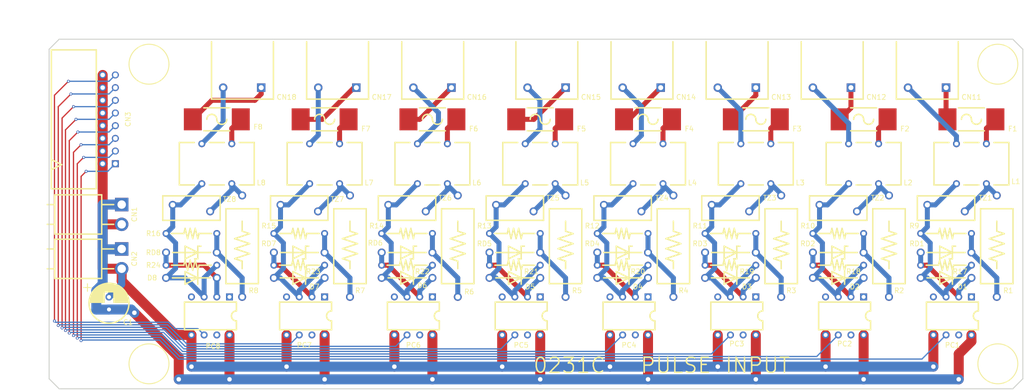
<source format=kicad_pcb>
(kicad_pcb (version 20171130) (host pcbnew "(5.1.10)-1")

  (general
    (thickness 1.6)
    (drawings 38)
    (tracks 405)
    (zones 0)
    (modules 88)
    (nets 91)
  )

  (page A4)
  (title_block
    (title "0231C DC100V PULSE INPUT BOARD")
    (rev 0)
    (comment 1 "designed by hamayan.")
  )

  (layers
    (0 F.Cu signal)
    (31 B.Cu signal hide)
    (32 B.Adhes user hide)
    (33 F.Adhes user hide)
    (34 B.Paste user hide)
    (35 F.Paste user hide)
    (36 B.SilkS user)
    (37 F.SilkS user)
    (38 B.Mask user)
    (39 F.Mask user)
    (40 Dwgs.User user)
    (41 Cmts.User user)
    (42 Eco1.User user hide)
    (43 Eco2.User user hide)
    (44 Edge.Cuts user)
    (45 Margin user hide)
    (46 B.CrtYd user hide)
    (47 F.CrtYd user hide)
    (48 B.Fab user hide)
    (49 F.Fab user hide)
  )

  (setup
    (last_trace_width 0.25)
    (user_trace_width 0.25)
    (user_trace_width 0.35)
    (user_trace_width 0.5)
    (user_trace_width 0.8)
    (user_trace_width 1)
    (user_trace_width 1.4)
    (user_trace_width 1.6)
    (user_trace_width 2)
    (trace_clearance 0.2)
    (zone_clearance 0.508)
    (zone_45_only no)
    (trace_min 0.2)
    (via_size 0.6)
    (via_drill 0.3)
    (via_min_size 0.4)
    (via_min_drill 0.3)
    (user_via 0.6 0.3)
    (user_via 1 0.5)
    (user_via 1.4 0.9)
    (user_via 1.6 1)
    (uvia_size 0.3)
    (uvia_drill 0.1)
    (uvias_allowed no)
    (uvia_min_size 0.2)
    (uvia_min_drill 0.1)
    (edge_width 0.2)
    (segment_width 0.2)
    (pcb_text_width 0.3)
    (pcb_text_size 1.5 1.5)
    (mod_edge_width 0.15)
    (mod_text_size 1 1)
    (mod_text_width 0.15)
    (pad_size 1.524 1.524)
    (pad_drill 0.762)
    (pad_to_mask_clearance 0)
    (aux_axis_origin 0 0)
    (visible_elements 7FFEFFFF)
    (pcbplotparams
      (layerselection 0x010e0_ffffffff)
      (usegerberextensions false)
      (usegerberattributes true)
      (usegerberadvancedattributes true)
      (creategerberjobfile false)
      (excludeedgelayer true)
      (linewidth 0.100000)
      (plotframeref false)
      (viasonmask false)
      (mode 1)
      (useauxorigin false)
      (hpglpennumber 1)
      (hpglpenspeed 20)
      (hpglpendiameter 15.000000)
      (psnegative false)
      (psa4output false)
      (plotreference true)
      (plotvalue true)
      (plotinvisibletext false)
      (padsonsilk false)
      (subtractmaskfromsilk false)
      (outputformat 1)
      (mirror false)
      (drillshape 0)
      (scaleselection 1)
      (outputdirectory "gerber/"))
  )

  (net 0 "")
  (net 1 "Net-(CN3-Pad1)")
  (net 2 "Net-(CN3-Pad3)")
  (net 3 "Net-(CN3-Pad5)")
  (net 4 "Net-(CN3-Pad7)")
  (net 5 "Net-(CN3-Pad9)")
  (net 6 "Net-(CN3-Pad11)")
  (net 7 "Net-(CN3-Pad13)")
  (net 8 "Net-(CN3-Pad15)")
  (net 9 "Net-(CN11-Pad1)")
  (net 10 "Net-(CN11-Pad4)")
  (net 11 "Net-(CN12-Pad1)")
  (net 12 "Net-(CN12-Pad4)")
  (net 13 "Net-(CN13-Pad1)")
  (net 14 "Net-(CN13-Pad4)")
  (net 15 "Net-(CN14-Pad1)")
  (net 16 "Net-(CN14-Pad4)")
  (net 17 "Net-(CN15-Pad1)")
  (net 18 "Net-(CN15-Pad4)")
  (net 19 "Net-(CN16-Pad1)")
  (net 20 "Net-(CN16-Pad4)")
  (net 21 "Net-(CN17-Pad1)")
  (net 22 "Net-(CN17-Pad4)")
  (net 23 "Net-(CN18-Pad1)")
  (net 24 "Net-(CN18-Pad4)")
  (net 25 "Net-(D1-Pad1)")
  (net 26 "Net-(D1-Pad2)")
  (net 27 "Net-(D2-Pad1)")
  (net 28 "Net-(D2-Pad2)")
  (net 29 "Net-(D3-Pad1)")
  (net 30 "Net-(D3-Pad2)")
  (net 31 "Net-(D4-Pad1)")
  (net 32 "Net-(D4-Pad2)")
  (net 33 "Net-(D5-Pad1)")
  (net 34 "Net-(D5-Pad2)")
  (net 35 "Net-(D6-Pad1)")
  (net 36 "Net-(D6-Pad2)")
  (net 37 "Net-(D7-Pad1)")
  (net 38 "Net-(D7-Pad2)")
  (net 39 "Net-(D8-Pad1)")
  (net 40 "Net-(D8-Pad2)")
  (net 41 "Net-(F1-Pad2)")
  (net 42 "Net-(F2-Pad2)")
  (net 43 "Net-(F3-Pad2)")
  (net 44 "Net-(F4-Pad2)")
  (net 45 "Net-(F5-Pad2)")
  (net 46 "Net-(F6-Pad2)")
  (net 47 "Net-(F7-Pad2)")
  (net 48 "Net-(F8-Pad2)")
  (net 49 "Net-(L1-Pad4)")
  (net 50 "Net-(L2-Pad4)")
  (net 51 "Net-(L3-Pad4)")
  (net 52 "Net-(L4-Pad4)")
  (net 53 "Net-(L5-Pad4)")
  (net 54 "Net-(L6-Pad4)")
  (net 55 "Net-(L7-Pad4)")
  (net 56 "Net-(L8-Pad4)")
  (net 57 "Net-(PC1-Pad1)")
  (net 58 "Net-(PC1-Pad7)")
  (net 59 "Net-(PC1-Pad4)")
  (net 60 "Net-(PC2-Pad1)")
  (net 61 "Net-(PC2-Pad7)")
  (net 62 "Net-(PC2-Pad4)")
  (net 63 "Net-(PC3-Pad1)")
  (net 64 "Net-(PC3-Pad7)")
  (net 65 "Net-(PC3-Pad4)")
  (net 66 "Net-(PC4-Pad1)")
  (net 67 "Net-(PC4-Pad7)")
  (net 68 "Net-(PC4-Pad4)")
  (net 69 "Net-(PC5-Pad1)")
  (net 70 "Net-(PC5-Pad7)")
  (net 71 "Net-(PC5-Pad4)")
  (net 72 "Net-(PC6-Pad1)")
  (net 73 "Net-(PC6-Pad7)")
  (net 74 "Net-(PC6-Pad4)")
  (net 75 "Net-(PC7-Pad1)")
  (net 76 "Net-(PC7-Pad7)")
  (net 77 "Net-(PC7-Pad4)")
  (net 78 "Net-(PC8-Pad1)")
  (net 79 "Net-(PC8-Pad7)")
  (net 80 "Net-(PC8-Pad4)")
  (net 81 "Net-(R1-Pad1)")
  (net 82 "Net-(R10-Pad1)")
  (net 83 "Net-(R11-Pad1)")
  (net 84 "Net-(R12-Pad1)")
  (net 85 "Net-(R13-Pad1)")
  (net 86 "Net-(R14-Pad1)")
  (net 87 "Net-(R15-Pad1)")
  (net 88 "Net-(R16-Pad1)")
  (net 89 "Net-(C1-Pad1)")
  (net 90 "Net-(C1-Pad2)")

  (net_class Default "これは標準のネット クラスです。"
    (clearance 0.2)
    (trace_width 0.25)
    (via_dia 0.6)
    (via_drill 0.3)
    (uvia_dia 0.3)
    (uvia_drill 0.1)
    (add_net "Net-(C1-Pad1)")
    (add_net "Net-(C1-Pad2)")
    (add_net "Net-(CN11-Pad1)")
    (add_net "Net-(CN11-Pad4)")
    (add_net "Net-(CN12-Pad1)")
    (add_net "Net-(CN12-Pad4)")
    (add_net "Net-(CN13-Pad1)")
    (add_net "Net-(CN13-Pad4)")
    (add_net "Net-(CN14-Pad1)")
    (add_net "Net-(CN14-Pad4)")
    (add_net "Net-(CN15-Pad1)")
    (add_net "Net-(CN15-Pad4)")
    (add_net "Net-(CN16-Pad1)")
    (add_net "Net-(CN16-Pad4)")
    (add_net "Net-(CN17-Pad1)")
    (add_net "Net-(CN17-Pad4)")
    (add_net "Net-(CN18-Pad1)")
    (add_net "Net-(CN18-Pad4)")
    (add_net "Net-(CN3-Pad1)")
    (add_net "Net-(CN3-Pad11)")
    (add_net "Net-(CN3-Pad13)")
    (add_net "Net-(CN3-Pad15)")
    (add_net "Net-(CN3-Pad3)")
    (add_net "Net-(CN3-Pad5)")
    (add_net "Net-(CN3-Pad7)")
    (add_net "Net-(CN3-Pad9)")
    (add_net "Net-(D1-Pad1)")
    (add_net "Net-(D1-Pad2)")
    (add_net "Net-(D2-Pad1)")
    (add_net "Net-(D2-Pad2)")
    (add_net "Net-(D3-Pad1)")
    (add_net "Net-(D3-Pad2)")
    (add_net "Net-(D4-Pad1)")
    (add_net "Net-(D4-Pad2)")
    (add_net "Net-(D5-Pad1)")
    (add_net "Net-(D5-Pad2)")
    (add_net "Net-(D6-Pad1)")
    (add_net "Net-(D6-Pad2)")
    (add_net "Net-(D7-Pad1)")
    (add_net "Net-(D7-Pad2)")
    (add_net "Net-(D8-Pad1)")
    (add_net "Net-(D8-Pad2)")
    (add_net "Net-(F1-Pad2)")
    (add_net "Net-(F2-Pad2)")
    (add_net "Net-(F3-Pad2)")
    (add_net "Net-(F4-Pad2)")
    (add_net "Net-(F5-Pad2)")
    (add_net "Net-(F6-Pad2)")
    (add_net "Net-(F7-Pad2)")
    (add_net "Net-(F8-Pad2)")
    (add_net "Net-(L1-Pad4)")
    (add_net "Net-(L2-Pad4)")
    (add_net "Net-(L3-Pad4)")
    (add_net "Net-(L4-Pad4)")
    (add_net "Net-(L5-Pad4)")
    (add_net "Net-(L6-Pad4)")
    (add_net "Net-(L7-Pad4)")
    (add_net "Net-(L8-Pad4)")
    (add_net "Net-(PC1-Pad1)")
    (add_net "Net-(PC1-Pad4)")
    (add_net "Net-(PC1-Pad7)")
    (add_net "Net-(PC2-Pad1)")
    (add_net "Net-(PC2-Pad4)")
    (add_net "Net-(PC2-Pad7)")
    (add_net "Net-(PC3-Pad1)")
    (add_net "Net-(PC3-Pad4)")
    (add_net "Net-(PC3-Pad7)")
    (add_net "Net-(PC4-Pad1)")
    (add_net "Net-(PC4-Pad4)")
    (add_net "Net-(PC4-Pad7)")
    (add_net "Net-(PC5-Pad1)")
    (add_net "Net-(PC5-Pad4)")
    (add_net "Net-(PC5-Pad7)")
    (add_net "Net-(PC6-Pad1)")
    (add_net "Net-(PC6-Pad4)")
    (add_net "Net-(PC6-Pad7)")
    (add_net "Net-(PC7-Pad1)")
    (add_net "Net-(PC7-Pad4)")
    (add_net "Net-(PC7-Pad7)")
    (add_net "Net-(PC8-Pad1)")
    (add_net "Net-(PC8-Pad4)")
    (add_net "Net-(PC8-Pad7)")
    (add_net "Net-(R1-Pad1)")
    (add_net "Net-(R10-Pad1)")
    (add_net "Net-(R11-Pad1)")
    (add_net "Net-(R12-Pad1)")
    (add_net "Net-(R13-Pad1)")
    (add_net "Net-(R14-Pad1)")
    (add_net "Net-(R15-Pad1)")
    (add_net "Net-(R16-Pad1)")
  )

  (module Mounting_Holes:MountingHole_3.5mm (layer F.Cu) (tedit 5CF5BC5E) (tstamp 5CF4E23F)
    (at 55 115)
    (descr "Mounting Hole 3.5mm, no annular")
    (tags "mounting hole 3.5mm no annular")
    (attr virtual)
    (fp_text reference REF** (at 0.118 0.062) (layer F.SilkS) hide
      (effects (font (size 1 1) (thickness 0.15)))
    )
    (fp_text value MountingHole_3.5mm (at 0 4.5) (layer F.Fab)
      (effects (font (size 1 1) (thickness 0.15)))
    )
    (fp_circle (center 0 0) (end 3.5 0) (layer Cmts.User) (width 0.15))
    (fp_circle (center 0 0) (end 3.75 0) (layer F.CrtYd) (width 0.05))
    (fp_text user %R (at 0.3 0) (layer F.Fab)
      (effects (font (size 1 1) (thickness 0.15)))
    )
    (pad 1 np_thru_hole circle (at 0 0) (size 3.5 3.5) (drill 3.5) (layers *.Cu *.Mask))
  )

  (module Mounting_Holes:MountingHole_3.5mm (layer F.Cu) (tedit 5CF5BC57) (tstamp 5CF4E25F)
    (at 55 55)
    (descr "Mounting Hole 3.5mm, no annular")
    (tags "mounting hole 3.5mm no annular")
    (attr virtual)
    (fp_text reference REF** (at 0.118 0.118) (layer F.SilkS) hide
      (effects (font (size 1 1) (thickness 0.15)))
    )
    (fp_text value MountingHole_3.5mm (at 0 4.5) (layer F.Fab)
      (effects (font (size 1 1) (thickness 0.15)))
    )
    (fp_circle (center 0 0) (end 3.5 0) (layer Cmts.User) (width 0.15))
    (fp_circle (center 0 0) (end 3.75 0) (layer F.CrtYd) (width 0.05))
    (fp_text user %R (at 0.3 0) (layer F.Fab)
      (effects (font (size 1 1) (thickness 0.15)))
    )
    (pad 1 np_thru_hole circle (at 0 0) (size 3.5 3.5) (drill 3.5) (layers *.Cu *.Mask))
  )

  (module Mounting_Holes:MountingHole_3.5mm (layer F.Cu) (tedit 5CF5BC4D) (tstamp 5CF4E271)
    (at 225 55)
    (descr "Mounting Hole 3.5mm, no annular")
    (tags "mounting hole 3.5mm no annular")
    (attr virtual)
    (fp_text reference REF** (at 0.044 0.118) (layer F.SilkS) hide
      (effects (font (size 1 1) (thickness 0.15)))
    )
    (fp_text value MountingHole_3.5mm (at 0 4.5) (layer F.Fab)
      (effects (font (size 1 1) (thickness 0.15)))
    )
    (fp_circle (center 0 0) (end 3.5 0) (layer Cmts.User) (width 0.15))
    (fp_circle (center 0 0) (end 3.75 0) (layer F.CrtYd) (width 0.05))
    (fp_text user %R (at 0.3 0) (layer F.Fab)
      (effects (font (size 1 1) (thickness 0.15)))
    )
    (pad 1 np_thru_hole circle (at 0 0) (size 3.5 3.5) (drill 3.5) (layers *.Cu *.Mask))
  )

  (module Mounting_Holes:MountingHole_3.5mm (layer F.Cu) (tedit 5CF5BC47) (tstamp 5CF4E282)
    (at 225 115)
    (descr "Mounting Hole 3.5mm, no annular")
    (tags "mounting hole 3.5mm no annular")
    (attr virtual)
    (fp_text reference REF** (at 0.044 0.062) (layer F.SilkS) hide
      (effects (font (size 1 1) (thickness 0.15)))
    )
    (fp_text value MountingHole_3.5mm (at 0 4.5) (layer F.Fab)
      (effects (font (size 1 1) (thickness 0.15)))
    )
    (fp_circle (center 0 0) (end 3.5 0) (layer Cmts.User) (width 0.15))
    (fp_circle (center 0 0) (end 3.75 0) (layer F.CrtYd) (width 0.05))
    (fp_text user %R (at 0.3 0) (layer F.Fab)
      (effects (font (size 1 1) (thickness 0.15)))
    )
    (pad 1 np_thru_hole circle (at 0 0) (size 3.5 3.5) (drill 3.5) (layers *.Cu *.Mask))
  )

  (module A01myFootPrint:D_TH_10R16 (layer F.Cu) (tedit 5CF5D090) (tstamp 5CF4E537)
    (at 214.63 97.79)
    (path /5CF4CBE2)
    (fp_text reference D1 (at 3.302 1.778) (layer F.SilkS)
      (effects (font (size 1 1) (thickness 0.15)))
    )
    (fp_text value 1SS81-E (at 1.27 2.54) (layer F.Fab)
      (effects (font (size 1 1) (thickness 0.15)))
    )
    (fp_line (start -1.27 -1.27) (end -1.27 1.27) (layer F.SilkS) (width 0.3))
    (fp_line (start -1.27 1.27) (end 1.27 0) (layer F.SilkS) (width 0.3))
    (fp_line (start 1.27 0) (end -1.27 -1.27) (layer F.SilkS) (width 0.3))
    (fp_line (start -3.81 0) (end 3.81 0) (layer F.SilkS) (width 0.3))
    (fp_line (start 1.27 1.27) (end 1.27 -1.27) (layer F.SilkS) (width 0.3))
    (pad 1 thru_hole circle (at -5.08 0) (size 1.6 1.6) (drill 1) (layers *.Cu *.Mask)
      (net 25 "Net-(D1-Pad1)"))
    (pad 2 thru_hole circle (at 5.08 0) (size 1.6 1.6) (drill 1) (layers *.Cu *.Mask)
      (net 26 "Net-(D1-Pad2)"))
  )

  (module A01myFootPrint:D_TH_10R16 (layer F.Cu) (tedit 5CF5D07D) (tstamp 5CF4E53D)
    (at 193.04 97.79)
    (path /5CF4F20B)
    (fp_text reference D2 (at 3.302 1.778) (layer F.SilkS)
      (effects (font (size 1 1) (thickness 0.15)))
    )
    (fp_text value 1SS81-E (at 1.27 2.54) (layer F.Fab)
      (effects (font (size 1 1) (thickness 0.15)))
    )
    (fp_line (start -1.27 -1.27) (end -1.27 1.27) (layer F.SilkS) (width 0.3))
    (fp_line (start -1.27 1.27) (end 1.27 0) (layer F.SilkS) (width 0.3))
    (fp_line (start 1.27 0) (end -1.27 -1.27) (layer F.SilkS) (width 0.3))
    (fp_line (start -3.81 0) (end 3.81 0) (layer F.SilkS) (width 0.3))
    (fp_line (start 1.27 1.27) (end 1.27 -1.27) (layer F.SilkS) (width 0.3))
    (pad 1 thru_hole circle (at -5.08 0) (size 1.6 1.6) (drill 1) (layers *.Cu *.Mask)
      (net 27 "Net-(D2-Pad1)"))
    (pad 2 thru_hole circle (at 5.08 0) (size 1.6 1.6) (drill 1) (layers *.Cu *.Mask)
      (net 28 "Net-(D2-Pad2)"))
  )

  (module A01myFootPrint:D_TH_10R16 (layer F.Cu) (tedit 5CF5D068) (tstamp 5CF4E543)
    (at 171.45 97.79)
    (path /5CF4FE21)
    (fp_text reference D3 (at 3.302 1.778) (layer F.SilkS)
      (effects (font (size 1 1) (thickness 0.15)))
    )
    (fp_text value 1SS81-E (at 1.27 2.54) (layer F.Fab)
      (effects (font (size 1 1) (thickness 0.15)))
    )
    (fp_line (start -1.27 -1.27) (end -1.27 1.27) (layer F.SilkS) (width 0.3))
    (fp_line (start -1.27 1.27) (end 1.27 0) (layer F.SilkS) (width 0.3))
    (fp_line (start 1.27 0) (end -1.27 -1.27) (layer F.SilkS) (width 0.3))
    (fp_line (start -3.81 0) (end 3.81 0) (layer F.SilkS) (width 0.3))
    (fp_line (start 1.27 1.27) (end 1.27 -1.27) (layer F.SilkS) (width 0.3))
    (pad 1 thru_hole circle (at -5.08 0) (size 1.6 1.6) (drill 1) (layers *.Cu *.Mask)
      (net 29 "Net-(D3-Pad1)"))
    (pad 2 thru_hole circle (at 5.08 0) (size 1.6 1.6) (drill 1) (layers *.Cu *.Mask)
      (net 30 "Net-(D3-Pad2)"))
  )

  (module A01myFootPrint:D_TH_10R16 (layer F.Cu) (tedit 5CF5D052) (tstamp 5CF4E549)
    (at 149.86 97.79)
    (path /5CF4FE7F)
    (fp_text reference D4 (at 3.048 1.778) (layer F.SilkS)
      (effects (font (size 1 1) (thickness 0.15)))
    )
    (fp_text value 1SS81-E (at 1.27 2.54) (layer F.Fab)
      (effects (font (size 1 1) (thickness 0.15)))
    )
    (fp_line (start -1.27 -1.27) (end -1.27 1.27) (layer F.SilkS) (width 0.3))
    (fp_line (start -1.27 1.27) (end 1.27 0) (layer F.SilkS) (width 0.3))
    (fp_line (start 1.27 0) (end -1.27 -1.27) (layer F.SilkS) (width 0.3))
    (fp_line (start -3.81 0) (end 3.81 0) (layer F.SilkS) (width 0.3))
    (fp_line (start 1.27 1.27) (end 1.27 -1.27) (layer F.SilkS) (width 0.3))
    (pad 1 thru_hole circle (at -5.08 0) (size 1.6 1.6) (drill 1) (layers *.Cu *.Mask)
      (net 31 "Net-(D4-Pad1)"))
    (pad 2 thru_hole circle (at 5.08 0) (size 1.6 1.6) (drill 1) (layers *.Cu *.Mask)
      (net 32 "Net-(D4-Pad2)"))
  )

  (module A01myFootPrint:D_TH_10R16 (layer F.Cu) (tedit 5CF5D03C) (tstamp 5CF4E54F)
    (at 128.27 97.79)
    (path /5CF525FD)
    (fp_text reference D5 (at 3.048 1.778) (layer F.SilkS)
      (effects (font (size 1 1) (thickness 0.15)))
    )
    (fp_text value 1SS81-E (at 1.27 2.54) (layer F.Fab)
      (effects (font (size 1 1) (thickness 0.15)))
    )
    (fp_line (start -1.27 -1.27) (end -1.27 1.27) (layer F.SilkS) (width 0.3))
    (fp_line (start -1.27 1.27) (end 1.27 0) (layer F.SilkS) (width 0.3))
    (fp_line (start 1.27 0) (end -1.27 -1.27) (layer F.SilkS) (width 0.3))
    (fp_line (start -3.81 0) (end 3.81 0) (layer F.SilkS) (width 0.3))
    (fp_line (start 1.27 1.27) (end 1.27 -1.27) (layer F.SilkS) (width 0.3))
    (pad 1 thru_hole circle (at -5.08 0) (size 1.6 1.6) (drill 1) (layers *.Cu *.Mask)
      (net 33 "Net-(D5-Pad1)"))
    (pad 2 thru_hole circle (at 5.08 0) (size 1.6 1.6) (drill 1) (layers *.Cu *.Mask)
      (net 34 "Net-(D5-Pad2)"))
  )

  (module A01myFootPrint:D_TH_10R16 (layer F.Cu) (tedit 5CF5D021) (tstamp 5CF4E555)
    (at 106.68 97.79)
    (path /5CF5265B)
    (fp_text reference D6 (at 3.048 1.524) (layer F.SilkS)
      (effects (font (size 1 1) (thickness 0.15)))
    )
    (fp_text value 1SS81-E (at 1.27 2.54) (layer F.Fab)
      (effects (font (size 1 1) (thickness 0.15)))
    )
    (fp_line (start -1.27 -1.27) (end -1.27 1.27) (layer F.SilkS) (width 0.3))
    (fp_line (start -1.27 1.27) (end 1.27 0) (layer F.SilkS) (width 0.3))
    (fp_line (start 1.27 0) (end -1.27 -1.27) (layer F.SilkS) (width 0.3))
    (fp_line (start -3.81 0) (end 3.81 0) (layer F.SilkS) (width 0.3))
    (fp_line (start 1.27 1.27) (end 1.27 -1.27) (layer F.SilkS) (width 0.3))
    (pad 1 thru_hole circle (at -5.08 0) (size 1.6 1.6) (drill 1) (layers *.Cu *.Mask)
      (net 35 "Net-(D6-Pad1)"))
    (pad 2 thru_hole circle (at 5.08 0) (size 1.6 1.6) (drill 1) (layers *.Cu *.Mask)
      (net 36 "Net-(D6-Pad2)"))
  )

  (module A01myFootPrint:D_TH_10R16 (layer F.Cu) (tedit 5CF5CFEC) (tstamp 5CF4E55B)
    (at 85.09 97.79)
    (path /5CF526B9)
    (fp_text reference D7 (at 3.048 1.778) (layer F.SilkS)
      (effects (font (size 1 1) (thickness 0.15)))
    )
    (fp_text value 1SS81-E (at 1.27 2.54) (layer F.Fab)
      (effects (font (size 1 1) (thickness 0.15)))
    )
    (fp_line (start -1.27 -1.27) (end -1.27 1.27) (layer F.SilkS) (width 0.3))
    (fp_line (start -1.27 1.27) (end 1.27 0) (layer F.SilkS) (width 0.3))
    (fp_line (start 1.27 0) (end -1.27 -1.27) (layer F.SilkS) (width 0.3))
    (fp_line (start -3.81 0) (end 3.81 0) (layer F.SilkS) (width 0.3))
    (fp_line (start 1.27 1.27) (end 1.27 -1.27) (layer F.SilkS) (width 0.3))
    (pad 1 thru_hole circle (at -5.08 0) (size 1.6 1.6) (drill 1) (layers *.Cu *.Mask)
      (net 37 "Net-(D7-Pad1)"))
    (pad 2 thru_hole circle (at 5.08 0) (size 1.6 1.6) (drill 1) (layers *.Cu *.Mask)
      (net 38 "Net-(D7-Pad2)"))
  )

  (module A01myFootPrint:D_TH_10R16 (layer F.Cu) (tedit 5CF5CF95) (tstamp 5CF4E561)
    (at 63.5 97.79)
    (path /5CF52717)
    (fp_text reference D8 (at -7.874 0) (layer F.SilkS)
      (effects (font (size 1 1) (thickness 0.15)))
    )
    (fp_text value 1SS81-E (at 1.27 2.54) (layer F.Fab)
      (effects (font (size 1 1) (thickness 0.15)))
    )
    (fp_line (start -1.27 -1.27) (end -1.27 1.27) (layer F.SilkS) (width 0.3))
    (fp_line (start -1.27 1.27) (end 1.27 0) (layer F.SilkS) (width 0.3))
    (fp_line (start 1.27 0) (end -1.27 -1.27) (layer F.SilkS) (width 0.3))
    (fp_line (start -3.81 0) (end 3.81 0) (layer F.SilkS) (width 0.3))
    (fp_line (start 1.27 1.27) (end 1.27 -1.27) (layer F.SilkS) (width 0.3))
    (pad 1 thru_hole circle (at -5.08 0) (size 1.6 1.6) (drill 1) (layers *.Cu *.Mask)
      (net 39 "Net-(D8-Pad1)"))
    (pad 2 thru_hole circle (at 5.08 0) (size 1.6 1.6) (drill 1) (layers *.Cu *.Mask)
      (net 40 "Net-(D8-Pad2)"))
  )

  (module A01myFootPrint:l_SC-01-10GS (layer F.Cu) (tedit 5CF5CEC5) (tstamp 5CF4E599)
    (at 219.71 74.93 180)
    (path /5CF4D021)
    (fp_text reference L1 (at -8.89 -3.556 180) (layer F.SilkS)
      (effects (font (size 1 1) (thickness 0.15)))
    )
    (fp_text value SC-01-10GS (at 0 6.35 180) (layer F.Fab)
      (effects (font (size 1 1) (thickness 0.15)))
    )
    (fp_line (start -1.5 -4.25) (end 1.5 -4.25) (layer F.SilkS) (width 0.3))
    (fp_line (start -1.5 4.25) (end 1.5 4.25) (layer F.SilkS) (width 0.3))
    (fp_line (start -7.5 4.25) (end -4.5 4.25) (layer F.SilkS) (width 0.3))
    (fp_line (start -7.5 -4.25) (end -4.5 -4.25) (layer F.SilkS) (width 0.3))
    (fp_line (start 7.5 4.25) (end 4.5 4.25) (layer F.SilkS) (width 0.3))
    (fp_line (start 7.5 -4.25) (end 4.5 -4.25) (layer F.SilkS) (width 0.3))
    (fp_line (start 7.5 -4.25) (end 7.5 4.25) (layer F.SilkS) (width 0.3))
    (fp_line (start -7.5 -4.25) (end -7.5 4.25) (layer F.SilkS) (width 0.3))
    (pad 1 thru_hole circle (at -3 4 180) (size 1.4 1.4) (drill 0.8) (layers *.Cu *.Mask)
      (net 41 "Net-(F1-Pad2)"))
    (pad 2 thru_hole circle (at 3 4 180) (size 1.4 1.4) (drill 0.8) (layers *.Cu *.Mask)
      (net 10 "Net-(CN11-Pad4)"))
    (pad 3 thru_hole circle (at 3 -4 180) (size 1.4 1.4) (drill 0.8) (layers *.Cu *.Mask)
      (net 25 "Net-(D1-Pad1)"))
    (pad 4 thru_hole circle (at -3 -4 180) (size 1.4 1.4) (drill 0.8) (layers *.Cu *.Mask)
      (net 49 "Net-(L1-Pad4)"))
  )

  (module A01myFootPrint:l_SC-01-10GS (layer F.Cu) (tedit 5CF5CECB) (tstamp 5CF4E5A1)
    (at 198.12 74.93 180)
    (path /5CF4F211)
    (fp_text reference L2 (at -8.89 -3.81 180) (layer F.SilkS)
      (effects (font (size 1 1) (thickness 0.15)))
    )
    (fp_text value SC-01-10GS (at 0 6.35 180) (layer F.Fab)
      (effects (font (size 1 1) (thickness 0.15)))
    )
    (fp_line (start -1.5 -4.25) (end 1.5 -4.25) (layer F.SilkS) (width 0.3))
    (fp_line (start -1.5 4.25) (end 1.5 4.25) (layer F.SilkS) (width 0.3))
    (fp_line (start -7.5 4.25) (end -4.5 4.25) (layer F.SilkS) (width 0.3))
    (fp_line (start -7.5 -4.25) (end -4.5 -4.25) (layer F.SilkS) (width 0.3))
    (fp_line (start 7.5 4.25) (end 4.5 4.25) (layer F.SilkS) (width 0.3))
    (fp_line (start 7.5 -4.25) (end 4.5 -4.25) (layer F.SilkS) (width 0.3))
    (fp_line (start 7.5 -4.25) (end 7.5 4.25) (layer F.SilkS) (width 0.3))
    (fp_line (start -7.5 -4.25) (end -7.5 4.25) (layer F.SilkS) (width 0.3))
    (pad 1 thru_hole circle (at -3 4 180) (size 1.4 1.4) (drill 0.8) (layers *.Cu *.Mask)
      (net 42 "Net-(F2-Pad2)"))
    (pad 2 thru_hole circle (at 3 4 180) (size 1.4 1.4) (drill 0.8) (layers *.Cu *.Mask)
      (net 12 "Net-(CN12-Pad4)"))
    (pad 3 thru_hole circle (at 3 -4 180) (size 1.4 1.4) (drill 0.8) (layers *.Cu *.Mask)
      (net 27 "Net-(D2-Pad1)"))
    (pad 4 thru_hole circle (at -3 -4 180) (size 1.4 1.4) (drill 0.8) (layers *.Cu *.Mask)
      (net 50 "Net-(L2-Pad4)"))
  )

  (module A01myFootPrint:l_SC-01-10GS (layer F.Cu) (tedit 5CF5CED2) (tstamp 5CF4E5A9)
    (at 176.53 74.93 180)
    (path /5CF4FE27)
    (fp_text reference L3 (at -8.89 -3.81 180) (layer F.SilkS)
      (effects (font (size 1 1) (thickness 0.15)))
    )
    (fp_text value SC-01-10GS (at 0 6.35 180) (layer F.Fab)
      (effects (font (size 1 1) (thickness 0.15)))
    )
    (fp_line (start -1.5 -4.25) (end 1.5 -4.25) (layer F.SilkS) (width 0.3))
    (fp_line (start -1.5 4.25) (end 1.5 4.25) (layer F.SilkS) (width 0.3))
    (fp_line (start -7.5 4.25) (end -4.5 4.25) (layer F.SilkS) (width 0.3))
    (fp_line (start -7.5 -4.25) (end -4.5 -4.25) (layer F.SilkS) (width 0.3))
    (fp_line (start 7.5 4.25) (end 4.5 4.25) (layer F.SilkS) (width 0.3))
    (fp_line (start 7.5 -4.25) (end 4.5 -4.25) (layer F.SilkS) (width 0.3))
    (fp_line (start 7.5 -4.25) (end 7.5 4.25) (layer F.SilkS) (width 0.3))
    (fp_line (start -7.5 -4.25) (end -7.5 4.25) (layer F.SilkS) (width 0.3))
    (pad 1 thru_hole circle (at -3 4 180) (size 1.4 1.4) (drill 0.8) (layers *.Cu *.Mask)
      (net 43 "Net-(F3-Pad2)"))
    (pad 2 thru_hole circle (at 3 4 180) (size 1.4 1.4) (drill 0.8) (layers *.Cu *.Mask)
      (net 14 "Net-(CN13-Pad4)"))
    (pad 3 thru_hole circle (at 3 -4 180) (size 1.4 1.4) (drill 0.8) (layers *.Cu *.Mask)
      (net 29 "Net-(D3-Pad1)"))
    (pad 4 thru_hole circle (at -3 -4 180) (size 1.4 1.4) (drill 0.8) (layers *.Cu *.Mask)
      (net 51 "Net-(L3-Pad4)"))
  )

  (module A01myFootPrint:l_SC-01-10GS (layer F.Cu) (tedit 5CF5CED8) (tstamp 5CF4E5B1)
    (at 154.94 74.93 180)
    (path /5CF4FE85)
    (fp_text reference L4 (at -8.89 -3.81 180) (layer F.SilkS)
      (effects (font (size 1 1) (thickness 0.15)))
    )
    (fp_text value SC-01-10GS (at 0 6.35 180) (layer F.Fab)
      (effects (font (size 1 1) (thickness 0.15)))
    )
    (fp_line (start -1.5 -4.25) (end 1.5 -4.25) (layer F.SilkS) (width 0.3))
    (fp_line (start -1.5 4.25) (end 1.5 4.25) (layer F.SilkS) (width 0.3))
    (fp_line (start -7.5 4.25) (end -4.5 4.25) (layer F.SilkS) (width 0.3))
    (fp_line (start -7.5 -4.25) (end -4.5 -4.25) (layer F.SilkS) (width 0.3))
    (fp_line (start 7.5 4.25) (end 4.5 4.25) (layer F.SilkS) (width 0.3))
    (fp_line (start 7.5 -4.25) (end 4.5 -4.25) (layer F.SilkS) (width 0.3))
    (fp_line (start 7.5 -4.25) (end 7.5 4.25) (layer F.SilkS) (width 0.3))
    (fp_line (start -7.5 -4.25) (end -7.5 4.25) (layer F.SilkS) (width 0.3))
    (pad 1 thru_hole circle (at -3 4 180) (size 1.4 1.4) (drill 0.8) (layers *.Cu *.Mask)
      (net 44 "Net-(F4-Pad2)"))
    (pad 2 thru_hole circle (at 3 4 180) (size 1.4 1.4) (drill 0.8) (layers *.Cu *.Mask)
      (net 16 "Net-(CN14-Pad4)"))
    (pad 3 thru_hole circle (at 3 -4 180) (size 1.4 1.4) (drill 0.8) (layers *.Cu *.Mask)
      (net 31 "Net-(D4-Pad1)"))
    (pad 4 thru_hole circle (at -3 -4 180) (size 1.4 1.4) (drill 0.8) (layers *.Cu *.Mask)
      (net 52 "Net-(L4-Pad4)"))
  )

  (module A01myFootPrint:l_SC-01-10GS (layer F.Cu) (tedit 5CF5CEDE) (tstamp 5CF4E5B9)
    (at 133.35 74.93 180)
    (path /5CF52603)
    (fp_text reference L5 (at -8.89 -3.81 180) (layer F.SilkS)
      (effects (font (size 1 1) (thickness 0.15)))
    )
    (fp_text value SC-01-10GS (at 0 6.35 180) (layer F.Fab)
      (effects (font (size 1 1) (thickness 0.15)))
    )
    (fp_line (start -1.5 -4.25) (end 1.5 -4.25) (layer F.SilkS) (width 0.3))
    (fp_line (start -1.5 4.25) (end 1.5 4.25) (layer F.SilkS) (width 0.3))
    (fp_line (start -7.5 4.25) (end -4.5 4.25) (layer F.SilkS) (width 0.3))
    (fp_line (start -7.5 -4.25) (end -4.5 -4.25) (layer F.SilkS) (width 0.3))
    (fp_line (start 7.5 4.25) (end 4.5 4.25) (layer F.SilkS) (width 0.3))
    (fp_line (start 7.5 -4.25) (end 4.5 -4.25) (layer F.SilkS) (width 0.3))
    (fp_line (start 7.5 -4.25) (end 7.5 4.25) (layer F.SilkS) (width 0.3))
    (fp_line (start -7.5 -4.25) (end -7.5 4.25) (layer F.SilkS) (width 0.3))
    (pad 1 thru_hole circle (at -3 4 180) (size 1.4 1.4) (drill 0.8) (layers *.Cu *.Mask)
      (net 45 "Net-(F5-Pad2)"))
    (pad 2 thru_hole circle (at 3 4 180) (size 1.4 1.4) (drill 0.8) (layers *.Cu *.Mask)
      (net 18 "Net-(CN15-Pad4)"))
    (pad 3 thru_hole circle (at 3 -4 180) (size 1.4 1.4) (drill 0.8) (layers *.Cu *.Mask)
      (net 33 "Net-(D5-Pad1)"))
    (pad 4 thru_hole circle (at -3 -4 180) (size 1.4 1.4) (drill 0.8) (layers *.Cu *.Mask)
      (net 53 "Net-(L5-Pad4)"))
  )

  (module A01myFootPrint:l_SC-01-10GS (layer F.Cu) (tedit 5CF5CEE3) (tstamp 5CF4E5C1)
    (at 111.76 74.93 180)
    (path /5CF52661)
    (fp_text reference L6 (at -8.89 -3.81 180) (layer F.SilkS)
      (effects (font (size 1 1) (thickness 0.15)))
    )
    (fp_text value SC-01-10GS (at 0 6.35 180) (layer F.Fab)
      (effects (font (size 1 1) (thickness 0.15)))
    )
    (fp_line (start -1.5 -4.25) (end 1.5 -4.25) (layer F.SilkS) (width 0.3))
    (fp_line (start -1.5 4.25) (end 1.5 4.25) (layer F.SilkS) (width 0.3))
    (fp_line (start -7.5 4.25) (end -4.5 4.25) (layer F.SilkS) (width 0.3))
    (fp_line (start -7.5 -4.25) (end -4.5 -4.25) (layer F.SilkS) (width 0.3))
    (fp_line (start 7.5 4.25) (end 4.5 4.25) (layer F.SilkS) (width 0.3))
    (fp_line (start 7.5 -4.25) (end 4.5 -4.25) (layer F.SilkS) (width 0.3))
    (fp_line (start 7.5 -4.25) (end 7.5 4.25) (layer F.SilkS) (width 0.3))
    (fp_line (start -7.5 -4.25) (end -7.5 4.25) (layer F.SilkS) (width 0.3))
    (pad 1 thru_hole circle (at -3 4 180) (size 1.4 1.4) (drill 0.8) (layers *.Cu *.Mask)
      (net 46 "Net-(F6-Pad2)"))
    (pad 2 thru_hole circle (at 3 4 180) (size 1.4 1.4) (drill 0.8) (layers *.Cu *.Mask)
      (net 20 "Net-(CN16-Pad4)"))
    (pad 3 thru_hole circle (at 3 -4 180) (size 1.4 1.4) (drill 0.8) (layers *.Cu *.Mask)
      (net 35 "Net-(D6-Pad1)"))
    (pad 4 thru_hole circle (at -3 -4 180) (size 1.4 1.4) (drill 0.8) (layers *.Cu *.Mask)
      (net 54 "Net-(L6-Pad4)"))
  )

  (module A01myFootPrint:l_SC-01-10GS (layer F.Cu) (tedit 5CF5CEEA) (tstamp 5CF4E5C9)
    (at 90.17 74.93 180)
    (path /5CF526BF)
    (fp_text reference L7 (at -8.89 -3.81 180) (layer F.SilkS)
      (effects (font (size 1 1) (thickness 0.15)))
    )
    (fp_text value SC-01-10GS (at 0 6.35 180) (layer F.Fab)
      (effects (font (size 1 1) (thickness 0.15)))
    )
    (fp_line (start -1.5 -4.25) (end 1.5 -4.25) (layer F.SilkS) (width 0.3))
    (fp_line (start -1.5 4.25) (end 1.5 4.25) (layer F.SilkS) (width 0.3))
    (fp_line (start -7.5 4.25) (end -4.5 4.25) (layer F.SilkS) (width 0.3))
    (fp_line (start -7.5 -4.25) (end -4.5 -4.25) (layer F.SilkS) (width 0.3))
    (fp_line (start 7.5 4.25) (end 4.5 4.25) (layer F.SilkS) (width 0.3))
    (fp_line (start 7.5 -4.25) (end 4.5 -4.25) (layer F.SilkS) (width 0.3))
    (fp_line (start 7.5 -4.25) (end 7.5 4.25) (layer F.SilkS) (width 0.3))
    (fp_line (start -7.5 -4.25) (end -7.5 4.25) (layer F.SilkS) (width 0.3))
    (pad 1 thru_hole circle (at -3 4 180) (size 1.4 1.4) (drill 0.8) (layers *.Cu *.Mask)
      (net 47 "Net-(F7-Pad2)"))
    (pad 2 thru_hole circle (at 3 4 180) (size 1.4 1.4) (drill 0.8) (layers *.Cu *.Mask)
      (net 22 "Net-(CN17-Pad4)"))
    (pad 3 thru_hole circle (at 3 -4 180) (size 1.4 1.4) (drill 0.8) (layers *.Cu *.Mask)
      (net 37 "Net-(D7-Pad1)"))
    (pad 4 thru_hole circle (at -3 -4 180) (size 1.4 1.4) (drill 0.8) (layers *.Cu *.Mask)
      (net 55 "Net-(L7-Pad4)"))
  )

  (module A01myFootPrint:l_SC-01-10GS (layer F.Cu) (tedit 5CF5CEF0) (tstamp 5CF4E5D1)
    (at 68.58 74.93 180)
    (path /5CF5271D)
    (fp_text reference L8 (at -8.89 -3.81 180) (layer F.SilkS)
      (effects (font (size 1 1) (thickness 0.15)))
    )
    (fp_text value SC-01-10GS (at 0 6.35 180) (layer F.Fab)
      (effects (font (size 1 1) (thickness 0.15)))
    )
    (fp_line (start -1.5 -4.25) (end 1.5 -4.25) (layer F.SilkS) (width 0.3))
    (fp_line (start -1.5 4.25) (end 1.5 4.25) (layer F.SilkS) (width 0.3))
    (fp_line (start -7.5 4.25) (end -4.5 4.25) (layer F.SilkS) (width 0.3))
    (fp_line (start -7.5 -4.25) (end -4.5 -4.25) (layer F.SilkS) (width 0.3))
    (fp_line (start 7.5 4.25) (end 4.5 4.25) (layer F.SilkS) (width 0.3))
    (fp_line (start 7.5 -4.25) (end 4.5 -4.25) (layer F.SilkS) (width 0.3))
    (fp_line (start 7.5 -4.25) (end 7.5 4.25) (layer F.SilkS) (width 0.3))
    (fp_line (start -7.5 -4.25) (end -7.5 4.25) (layer F.SilkS) (width 0.3))
    (pad 1 thru_hole circle (at -3 4 180) (size 1.4 1.4) (drill 0.8) (layers *.Cu *.Mask)
      (net 48 "Net-(F8-Pad2)"))
    (pad 2 thru_hole circle (at 3 4 180) (size 1.4 1.4) (drill 0.8) (layers *.Cu *.Mask)
      (net 24 "Net-(CN18-Pad4)"))
    (pad 3 thru_hole circle (at 3 -4 180) (size 1.4 1.4) (drill 0.8) (layers *.Cu *.Mask)
      (net 39 "Net-(D8-Pad1)"))
    (pad 4 thru_hole circle (at -3 -4 180) (size 1.4 1.4) (drill 0.8) (layers *.Cu *.Mask)
      (net 56 "Net-(L8-Pad4)"))
  )

  (module A01myFootPrint:DIP-8_W7.62mm (layer F.Cu) (tedit 5CF5D0C7) (tstamp 5CF4E5DD)
    (at 219.71 101.6 270)
    (descr "8-lead dip package, row spacing 7.62 mm (300 mils)")
    (tags "DIL DIP PDIP 2.54mm 7.62mm 300mil")
    (path /5CF4E548)
    (fp_text reference PC1 (at 9.652 3.81) (layer F.SilkS)
      (effects (font (size 1 1) (thickness 0.15)))
    )
    (fp_text value 6N139 (at 3.81 10.01 270) (layer F.Fab)
      (effects (font (size 1 1) (thickness 0.15)))
    )
    (fp_line (start 2.81 -1.39) (end 1.04 -1.39) (layer F.SilkS) (width 0.3))
    (fp_line (start 1.04 -1.39) (end 1.04 9.01) (layer F.SilkS) (width 0.3))
    (fp_line (start 1.04 9.01) (end 6.58 9.01) (layer F.SilkS) (width 0.3))
    (fp_line (start 6.58 9.01) (end 6.58 -1.39) (layer F.SilkS) (width 0.3))
    (fp_line (start 6.58 -1.39) (end 4.81 -1.39) (layer F.SilkS) (width 0.3))
    (fp_text user %R (at 3.81 3.81 270) (layer F.Fab)
      (effects (font (size 1 1) (thickness 0.15)))
    )
    (fp_arc (start 3.81 -1.39) (end 2.81 -1.39) (angle -180) (layer F.SilkS) (width 0.3))
    (pad 1 thru_hole rect (at 0 0 270) (size 1.4 1.4) (drill 0.8) (layers *.Cu *.Mask)
      (net 57 "Net-(PC1-Pad1)"))
    (pad 5 thru_hole circle (at 7.62 7.62 270) (size 1.4 1.4) (drill 0.8) (layers *.Cu *.Mask)
      (net 90 "Net-(C1-Pad2)"))
    (pad 2 thru_hole circle (at 0 2.54 270) (size 1.4 1.4) (drill 0.8) (layers *.Cu *.Mask)
      (net 26 "Net-(D1-Pad2)"))
    (pad 6 thru_hole circle (at 7.62 5.08 270) (size 1.4 1.4) (drill 0.8) (layers *.Cu *.Mask)
      (net 1 "Net-(CN3-Pad1)"))
    (pad 3 thru_hole circle (at 0 5.08 270) (size 1.4 1.4) (drill 0.8) (layers *.Cu *.Mask)
      (net 25 "Net-(D1-Pad1)"))
    (pad 7 thru_hole circle (at 7.62 2.54 270) (size 1.4 1.4) (drill 0.8) (layers *.Cu *.Mask)
      (net 58 "Net-(PC1-Pad7)"))
    (pad 4 thru_hole circle (at 0 7.62 270) (size 1.4 1.4) (drill 0.8) (layers *.Cu *.Mask)
      (net 59 "Net-(PC1-Pad4)"))
    (pad 8 thru_hole circle (at 7.62 0 270) (size 1.4 1.4) (drill 0.8) (layers *.Cu *.Mask)
      (net 89 "Net-(C1-Pad1)"))
    (model ${KISYS3DMOD}/Housings_DIP.3dshapes/DIP-8_W7.62mm.wrl
      (at (xyz 0 0 0))
      (scale (xyz 1 1 1))
      (rotate (xyz 0 0 0))
    )
  )

  (module A01myFootPrint:DIP-8_W7.62mm (layer F.Cu) (tedit 5CF5D0CD) (tstamp 5CF4E5E9)
    (at 198.12 101.6 270)
    (descr "8-lead dip package, row spacing 7.62 mm (300 mils)")
    (tags "DIL DIP PDIP 2.54mm 7.62mm 300mil")
    (path /5CF4F230)
    (fp_text reference PC2 (at 9.398 3.81) (layer F.SilkS)
      (effects (font (size 1 1) (thickness 0.15)))
    )
    (fp_text value 6N139 (at 3.81 10.01 270) (layer F.Fab)
      (effects (font (size 1 1) (thickness 0.15)))
    )
    (fp_line (start 2.81 -1.39) (end 1.04 -1.39) (layer F.SilkS) (width 0.3))
    (fp_line (start 1.04 -1.39) (end 1.04 9.01) (layer F.SilkS) (width 0.3))
    (fp_line (start 1.04 9.01) (end 6.58 9.01) (layer F.SilkS) (width 0.3))
    (fp_line (start 6.58 9.01) (end 6.58 -1.39) (layer F.SilkS) (width 0.3))
    (fp_line (start 6.58 -1.39) (end 4.81 -1.39) (layer F.SilkS) (width 0.3))
    (fp_text user %R (at 3.81 3.81 270) (layer F.Fab)
      (effects (font (size 1 1) (thickness 0.15)))
    )
    (fp_arc (start 3.81 -1.39) (end 2.81 -1.39) (angle -180) (layer F.SilkS) (width 0.3))
    (pad 1 thru_hole rect (at 0 0 270) (size 1.4 1.4) (drill 0.8) (layers *.Cu *.Mask)
      (net 60 "Net-(PC2-Pad1)"))
    (pad 5 thru_hole circle (at 7.62 7.62 270) (size 1.4 1.4) (drill 0.8) (layers *.Cu *.Mask)
      (net 90 "Net-(C1-Pad2)"))
    (pad 2 thru_hole circle (at 0 2.54 270) (size 1.4 1.4) (drill 0.8) (layers *.Cu *.Mask)
      (net 28 "Net-(D2-Pad2)"))
    (pad 6 thru_hole circle (at 7.62 5.08 270) (size 1.4 1.4) (drill 0.8) (layers *.Cu *.Mask)
      (net 2 "Net-(CN3-Pad3)"))
    (pad 3 thru_hole circle (at 0 5.08 270) (size 1.4 1.4) (drill 0.8) (layers *.Cu *.Mask)
      (net 27 "Net-(D2-Pad1)"))
    (pad 7 thru_hole circle (at 7.62 2.54 270) (size 1.4 1.4) (drill 0.8) (layers *.Cu *.Mask)
      (net 61 "Net-(PC2-Pad7)"))
    (pad 4 thru_hole circle (at 0 7.62 270) (size 1.4 1.4) (drill 0.8) (layers *.Cu *.Mask)
      (net 62 "Net-(PC2-Pad4)"))
    (pad 8 thru_hole circle (at 7.62 0 270) (size 1.4 1.4) (drill 0.8) (layers *.Cu *.Mask)
      (net 89 "Net-(C1-Pad1)"))
    (model ${KISYS3DMOD}/Housings_DIP.3dshapes/DIP-8_W7.62mm.wrl
      (at (xyz 0 0 0))
      (scale (xyz 1 1 1))
      (rotate (xyz 0 0 0))
    )
  )

  (module A01myFootPrint:DIP-8_W7.62mm (layer F.Cu) (tedit 5CF5D0D4) (tstamp 5CF4E5F5)
    (at 176.53 101.6 270)
    (descr "8-lead dip package, row spacing 7.62 mm (300 mils)")
    (tags "DIL DIP PDIP 2.54mm 7.62mm 300mil")
    (path /5CF4FE46)
    (fp_text reference PC3 (at 9.398 3.81) (layer F.SilkS)
      (effects (font (size 1 1) (thickness 0.15)))
    )
    (fp_text value 6N139 (at 3.81 10.01 270) (layer F.Fab)
      (effects (font (size 1 1) (thickness 0.15)))
    )
    (fp_line (start 2.81 -1.39) (end 1.04 -1.39) (layer F.SilkS) (width 0.3))
    (fp_line (start 1.04 -1.39) (end 1.04 9.01) (layer F.SilkS) (width 0.3))
    (fp_line (start 1.04 9.01) (end 6.58 9.01) (layer F.SilkS) (width 0.3))
    (fp_line (start 6.58 9.01) (end 6.58 -1.39) (layer F.SilkS) (width 0.3))
    (fp_line (start 6.58 -1.39) (end 4.81 -1.39) (layer F.SilkS) (width 0.3))
    (fp_text user %R (at 3.81 3.81 270) (layer F.Fab)
      (effects (font (size 1 1) (thickness 0.15)))
    )
    (fp_arc (start 3.81 -1.39) (end 2.81 -1.39) (angle -180) (layer F.SilkS) (width 0.3))
    (pad 1 thru_hole rect (at 0 0 270) (size 1.4 1.4) (drill 0.8) (layers *.Cu *.Mask)
      (net 63 "Net-(PC3-Pad1)"))
    (pad 5 thru_hole circle (at 7.62 7.62 270) (size 1.4 1.4) (drill 0.8) (layers *.Cu *.Mask)
      (net 90 "Net-(C1-Pad2)"))
    (pad 2 thru_hole circle (at 0 2.54 270) (size 1.4 1.4) (drill 0.8) (layers *.Cu *.Mask)
      (net 30 "Net-(D3-Pad2)"))
    (pad 6 thru_hole circle (at 7.62 5.08 270) (size 1.4 1.4) (drill 0.8) (layers *.Cu *.Mask)
      (net 3 "Net-(CN3-Pad5)"))
    (pad 3 thru_hole circle (at 0 5.08 270) (size 1.4 1.4) (drill 0.8) (layers *.Cu *.Mask)
      (net 29 "Net-(D3-Pad1)"))
    (pad 7 thru_hole circle (at 7.62 2.54 270) (size 1.4 1.4) (drill 0.8) (layers *.Cu *.Mask)
      (net 64 "Net-(PC3-Pad7)"))
    (pad 4 thru_hole circle (at 0 7.62 270) (size 1.4 1.4) (drill 0.8) (layers *.Cu *.Mask)
      (net 65 "Net-(PC3-Pad4)"))
    (pad 8 thru_hole circle (at 7.62 0 270) (size 1.4 1.4) (drill 0.8) (layers *.Cu *.Mask)
      (net 89 "Net-(C1-Pad1)"))
    (model ${KISYS3DMOD}/Housings_DIP.3dshapes/DIP-8_W7.62mm.wrl
      (at (xyz 0 0 0))
      (scale (xyz 1 1 1))
      (rotate (xyz 0 0 0))
    )
  )

  (module A01myFootPrint:DIP-8_W7.62mm (layer F.Cu) (tedit 5CF5D0D9) (tstamp 5CF4E601)
    (at 154.94 101.6 270)
    (descr "8-lead dip package, row spacing 7.62 mm (300 mils)")
    (tags "DIL DIP PDIP 2.54mm 7.62mm 300mil")
    (path /5CF4FEA4)
    (fp_text reference PC4 (at 9.652 3.81) (layer F.SilkS)
      (effects (font (size 1 1) (thickness 0.15)))
    )
    (fp_text value 6N139 (at 3.81 10.01 270) (layer F.Fab)
      (effects (font (size 1 1) (thickness 0.15)))
    )
    (fp_line (start 2.81 -1.39) (end 1.04 -1.39) (layer F.SilkS) (width 0.3))
    (fp_line (start 1.04 -1.39) (end 1.04 9.01) (layer F.SilkS) (width 0.3))
    (fp_line (start 1.04 9.01) (end 6.58 9.01) (layer F.SilkS) (width 0.3))
    (fp_line (start 6.58 9.01) (end 6.58 -1.39) (layer F.SilkS) (width 0.3))
    (fp_line (start 6.58 -1.39) (end 4.81 -1.39) (layer F.SilkS) (width 0.3))
    (fp_text user %R (at 3.81 3.81 270) (layer F.Fab)
      (effects (font (size 1 1) (thickness 0.15)))
    )
    (fp_arc (start 3.81 -1.39) (end 2.81 -1.39) (angle -180) (layer F.SilkS) (width 0.3))
    (pad 1 thru_hole rect (at 0 0 270) (size 1.4 1.4) (drill 0.8) (layers *.Cu *.Mask)
      (net 66 "Net-(PC4-Pad1)"))
    (pad 5 thru_hole circle (at 7.62 7.62 270) (size 1.4 1.4) (drill 0.8) (layers *.Cu *.Mask)
      (net 90 "Net-(C1-Pad2)"))
    (pad 2 thru_hole circle (at 0 2.54 270) (size 1.4 1.4) (drill 0.8) (layers *.Cu *.Mask)
      (net 32 "Net-(D4-Pad2)"))
    (pad 6 thru_hole circle (at 7.62 5.08 270) (size 1.4 1.4) (drill 0.8) (layers *.Cu *.Mask)
      (net 4 "Net-(CN3-Pad7)"))
    (pad 3 thru_hole circle (at 0 5.08 270) (size 1.4 1.4) (drill 0.8) (layers *.Cu *.Mask)
      (net 31 "Net-(D4-Pad1)"))
    (pad 7 thru_hole circle (at 7.62 2.54 270) (size 1.4 1.4) (drill 0.8) (layers *.Cu *.Mask)
      (net 67 "Net-(PC4-Pad7)"))
    (pad 4 thru_hole circle (at 0 7.62 270) (size 1.4 1.4) (drill 0.8) (layers *.Cu *.Mask)
      (net 68 "Net-(PC4-Pad4)"))
    (pad 8 thru_hole circle (at 7.62 0 270) (size 1.4 1.4) (drill 0.8) (layers *.Cu *.Mask)
      (net 89 "Net-(C1-Pad1)"))
    (model ${KISYS3DMOD}/Housings_DIP.3dshapes/DIP-8_W7.62mm.wrl
      (at (xyz 0 0 0))
      (scale (xyz 1 1 1))
      (rotate (xyz 0 0 0))
    )
  )

  (module A01myFootPrint:DIP-8_W7.62mm (layer F.Cu) (tedit 5CF5D0DF) (tstamp 5CF4E60D)
    (at 133.35 101.6 270)
    (descr "8-lead dip package, row spacing 7.62 mm (300 mils)")
    (tags "DIL DIP PDIP 2.54mm 7.62mm 300mil")
    (path /5CF52622)
    (fp_text reference PC5 (at 9.652 3.81) (layer F.SilkS)
      (effects (font (size 1 1) (thickness 0.15)))
    )
    (fp_text value 6N139 (at 3.81 10.01 270) (layer F.Fab)
      (effects (font (size 1 1) (thickness 0.15)))
    )
    (fp_line (start 2.81 -1.39) (end 1.04 -1.39) (layer F.SilkS) (width 0.3))
    (fp_line (start 1.04 -1.39) (end 1.04 9.01) (layer F.SilkS) (width 0.3))
    (fp_line (start 1.04 9.01) (end 6.58 9.01) (layer F.SilkS) (width 0.3))
    (fp_line (start 6.58 9.01) (end 6.58 -1.39) (layer F.SilkS) (width 0.3))
    (fp_line (start 6.58 -1.39) (end 4.81 -1.39) (layer F.SilkS) (width 0.3))
    (fp_text user %R (at 3.81 3.81 270) (layer F.Fab)
      (effects (font (size 1 1) (thickness 0.15)))
    )
    (fp_arc (start 3.81 -1.39) (end 2.81 -1.39) (angle -180) (layer F.SilkS) (width 0.3))
    (pad 1 thru_hole rect (at 0 0 270) (size 1.4 1.4) (drill 0.8) (layers *.Cu *.Mask)
      (net 69 "Net-(PC5-Pad1)"))
    (pad 5 thru_hole circle (at 7.62 7.62 270) (size 1.4 1.4) (drill 0.8) (layers *.Cu *.Mask)
      (net 90 "Net-(C1-Pad2)"))
    (pad 2 thru_hole circle (at 0 2.54 270) (size 1.4 1.4) (drill 0.8) (layers *.Cu *.Mask)
      (net 34 "Net-(D5-Pad2)"))
    (pad 6 thru_hole circle (at 7.62 5.08 270) (size 1.4 1.4) (drill 0.8) (layers *.Cu *.Mask)
      (net 5 "Net-(CN3-Pad9)"))
    (pad 3 thru_hole circle (at 0 5.08 270) (size 1.4 1.4) (drill 0.8) (layers *.Cu *.Mask)
      (net 33 "Net-(D5-Pad1)"))
    (pad 7 thru_hole circle (at 7.62 2.54 270) (size 1.4 1.4) (drill 0.8) (layers *.Cu *.Mask)
      (net 70 "Net-(PC5-Pad7)"))
    (pad 4 thru_hole circle (at 0 7.62 270) (size 1.4 1.4) (drill 0.8) (layers *.Cu *.Mask)
      (net 71 "Net-(PC5-Pad4)"))
    (pad 8 thru_hole circle (at 7.62 0 270) (size 1.4 1.4) (drill 0.8) (layers *.Cu *.Mask)
      (net 89 "Net-(C1-Pad1)"))
    (model ${KISYS3DMOD}/Housings_DIP.3dshapes/DIP-8_W7.62mm.wrl
      (at (xyz 0 0 0))
      (scale (xyz 1 1 1))
      (rotate (xyz 0 0 0))
    )
  )

  (module A01myFootPrint:DIP-8_W7.62mm (layer F.Cu) (tedit 5CF5D0E4) (tstamp 5CF4E619)
    (at 111.76 101.6 270)
    (descr "8-lead dip package, row spacing 7.62 mm (300 mils)")
    (tags "DIL DIP PDIP 2.54mm 7.62mm 300mil")
    (path /5CF52680)
    (fp_text reference PC6 (at 9.652 3.81) (layer F.SilkS)
      (effects (font (size 1 1) (thickness 0.15)))
    )
    (fp_text value 6N139 (at 3.81 10.01 270) (layer F.Fab)
      (effects (font (size 1 1) (thickness 0.15)))
    )
    (fp_line (start 2.81 -1.39) (end 1.04 -1.39) (layer F.SilkS) (width 0.3))
    (fp_line (start 1.04 -1.39) (end 1.04 9.01) (layer F.SilkS) (width 0.3))
    (fp_line (start 1.04 9.01) (end 6.58 9.01) (layer F.SilkS) (width 0.3))
    (fp_line (start 6.58 9.01) (end 6.58 -1.39) (layer F.SilkS) (width 0.3))
    (fp_line (start 6.58 -1.39) (end 4.81 -1.39) (layer F.SilkS) (width 0.3))
    (fp_text user %R (at 3.81 3.81 270) (layer F.Fab)
      (effects (font (size 1 1) (thickness 0.15)))
    )
    (fp_arc (start 3.81 -1.39) (end 2.81 -1.39) (angle -180) (layer F.SilkS) (width 0.3))
    (pad 1 thru_hole rect (at 0 0 270) (size 1.4 1.4) (drill 0.8) (layers *.Cu *.Mask)
      (net 72 "Net-(PC6-Pad1)"))
    (pad 5 thru_hole circle (at 7.62 7.62 270) (size 1.4 1.4) (drill 0.8) (layers *.Cu *.Mask)
      (net 90 "Net-(C1-Pad2)"))
    (pad 2 thru_hole circle (at 0 2.54 270) (size 1.4 1.4) (drill 0.8) (layers *.Cu *.Mask)
      (net 36 "Net-(D6-Pad2)"))
    (pad 6 thru_hole circle (at 7.62 5.08 270) (size 1.4 1.4) (drill 0.8) (layers *.Cu *.Mask)
      (net 6 "Net-(CN3-Pad11)"))
    (pad 3 thru_hole circle (at 0 5.08 270) (size 1.4 1.4) (drill 0.8) (layers *.Cu *.Mask)
      (net 35 "Net-(D6-Pad1)"))
    (pad 7 thru_hole circle (at 7.62 2.54 270) (size 1.4 1.4) (drill 0.8) (layers *.Cu *.Mask)
      (net 73 "Net-(PC6-Pad7)"))
    (pad 4 thru_hole circle (at 0 7.62 270) (size 1.4 1.4) (drill 0.8) (layers *.Cu *.Mask)
      (net 74 "Net-(PC6-Pad4)"))
    (pad 8 thru_hole circle (at 7.62 0 270) (size 1.4 1.4) (drill 0.8) (layers *.Cu *.Mask)
      (net 89 "Net-(C1-Pad1)"))
    (model ${KISYS3DMOD}/Housings_DIP.3dshapes/DIP-8_W7.62mm.wrl
      (at (xyz 0 0 0))
      (scale (xyz 1 1 1))
      (rotate (xyz 0 0 0))
    )
  )

  (module A01myFootPrint:DIP-8_W7.62mm (layer F.Cu) (tedit 5CF5D0EA) (tstamp 5CF4E625)
    (at 90.17 101.6 270)
    (descr "8-lead dip package, row spacing 7.62 mm (300 mils)")
    (tags "DIL DIP PDIP 2.54mm 7.62mm 300mil")
    (path /5CF526DE)
    (fp_text reference PC7 (at 9.652 4.064) (layer F.SilkS)
      (effects (font (size 1 1) (thickness 0.15)))
    )
    (fp_text value 6N139 (at 3.81 10.01 270) (layer F.Fab)
      (effects (font (size 1 1) (thickness 0.15)))
    )
    (fp_line (start 2.81 -1.39) (end 1.04 -1.39) (layer F.SilkS) (width 0.3))
    (fp_line (start 1.04 -1.39) (end 1.04 9.01) (layer F.SilkS) (width 0.3))
    (fp_line (start 1.04 9.01) (end 6.58 9.01) (layer F.SilkS) (width 0.3))
    (fp_line (start 6.58 9.01) (end 6.58 -1.39) (layer F.SilkS) (width 0.3))
    (fp_line (start 6.58 -1.39) (end 4.81 -1.39) (layer F.SilkS) (width 0.3))
    (fp_text user %R (at 3.81 3.81 270) (layer F.Fab)
      (effects (font (size 1 1) (thickness 0.15)))
    )
    (fp_arc (start 3.81 -1.39) (end 2.81 -1.39) (angle -180) (layer F.SilkS) (width 0.3))
    (pad 1 thru_hole rect (at 0 0 270) (size 1.4 1.4) (drill 0.8) (layers *.Cu *.Mask)
      (net 75 "Net-(PC7-Pad1)"))
    (pad 5 thru_hole circle (at 7.62 7.62 270) (size 1.4 1.4) (drill 0.8) (layers *.Cu *.Mask)
      (net 90 "Net-(C1-Pad2)"))
    (pad 2 thru_hole circle (at 0 2.54 270) (size 1.4 1.4) (drill 0.8) (layers *.Cu *.Mask)
      (net 38 "Net-(D7-Pad2)"))
    (pad 6 thru_hole circle (at 7.62 5.08 270) (size 1.4 1.4) (drill 0.8) (layers *.Cu *.Mask)
      (net 7 "Net-(CN3-Pad13)"))
    (pad 3 thru_hole circle (at 0 5.08 270) (size 1.4 1.4) (drill 0.8) (layers *.Cu *.Mask)
      (net 37 "Net-(D7-Pad1)"))
    (pad 7 thru_hole circle (at 7.62 2.54 270) (size 1.4 1.4) (drill 0.8) (layers *.Cu *.Mask)
      (net 76 "Net-(PC7-Pad7)"))
    (pad 4 thru_hole circle (at 0 7.62 270) (size 1.4 1.4) (drill 0.8) (layers *.Cu *.Mask)
      (net 77 "Net-(PC7-Pad4)"))
    (pad 8 thru_hole circle (at 7.62 0 270) (size 1.4 1.4) (drill 0.8) (layers *.Cu *.Mask)
      (net 89 "Net-(C1-Pad1)"))
    (model ${KISYS3DMOD}/Housings_DIP.3dshapes/DIP-8_W7.62mm.wrl
      (at (xyz 0 0 0))
      (scale (xyz 1 1 1))
      (rotate (xyz 0 0 0))
    )
  )

  (module A01myFootPrint:DIP-8_W7.62mm (layer F.Cu) (tedit 5CF5D0EF) (tstamp 5CF4E631)
    (at 71.12 101.6 270)
    (descr "8-lead dip package, row spacing 7.62 mm (300 mils)")
    (tags "DIL DIP PDIP 2.54mm 7.62mm 300mil")
    (path /5CF5273C)
    (fp_text reference PC8 (at 9.906 3.302) (layer F.SilkS)
      (effects (font (size 1 1) (thickness 0.15)))
    )
    (fp_text value 6N139 (at 3.81 10.01 270) (layer F.Fab)
      (effects (font (size 1 1) (thickness 0.15)))
    )
    (fp_line (start 2.81 -1.39) (end 1.04 -1.39) (layer F.SilkS) (width 0.3))
    (fp_line (start 1.04 -1.39) (end 1.04 9.01) (layer F.SilkS) (width 0.3))
    (fp_line (start 1.04 9.01) (end 6.58 9.01) (layer F.SilkS) (width 0.3))
    (fp_line (start 6.58 9.01) (end 6.58 -1.39) (layer F.SilkS) (width 0.3))
    (fp_line (start 6.58 -1.39) (end 4.81 -1.39) (layer F.SilkS) (width 0.3))
    (fp_text user %R (at 3.81 3.81 270) (layer F.Fab)
      (effects (font (size 1 1) (thickness 0.15)))
    )
    (fp_arc (start 3.81 -1.39) (end 2.81 -1.39) (angle -180) (layer F.SilkS) (width 0.3))
    (pad 1 thru_hole rect (at 0 0 270) (size 1.4 1.4) (drill 0.8) (layers *.Cu *.Mask)
      (net 78 "Net-(PC8-Pad1)"))
    (pad 5 thru_hole circle (at 7.62 7.62 270) (size 1.4 1.4) (drill 0.8) (layers *.Cu *.Mask)
      (net 90 "Net-(C1-Pad2)"))
    (pad 2 thru_hole circle (at 0 2.54 270) (size 1.4 1.4) (drill 0.8) (layers *.Cu *.Mask)
      (net 40 "Net-(D8-Pad2)"))
    (pad 6 thru_hole circle (at 7.62 5.08 270) (size 1.4 1.4) (drill 0.8) (layers *.Cu *.Mask)
      (net 8 "Net-(CN3-Pad15)"))
    (pad 3 thru_hole circle (at 0 5.08 270) (size 1.4 1.4) (drill 0.8) (layers *.Cu *.Mask)
      (net 39 "Net-(D8-Pad1)"))
    (pad 7 thru_hole circle (at 7.62 2.54 270) (size 1.4 1.4) (drill 0.8) (layers *.Cu *.Mask)
      (net 79 "Net-(PC8-Pad7)"))
    (pad 4 thru_hole circle (at 0 7.62 270) (size 1.4 1.4) (drill 0.8) (layers *.Cu *.Mask)
      (net 80 "Net-(PC8-Pad4)"))
    (pad 8 thru_hole circle (at 7.62 0 270) (size 1.4 1.4) (drill 0.8) (layers *.Cu *.Mask)
      (net 89 "Net-(C1-Pad1)"))
    (model ${KISYS3DMOD}/Housings_DIP.3dshapes/DIP-8_W7.62mm.wrl
      (at (xyz 0 0 0))
      (scale (xyz 1 1 1))
      (rotate (xyz 0 0 0))
    )
  )

  (module A01myFootPrint:r_RSF2B (layer F.Cu) (tedit 5CF5CF49) (tstamp 5CF4E637)
    (at 224.79 91.44 90)
    (path /5CF4C8AA)
    (fp_text reference R1 (at -8.89 2.286 180) (layer F.SilkS)
      (effects (font (size 1 1) (thickness 0.15)))
    )
    (fp_text value "RSF2B 39KJ" (at 0 5.08 90) (layer F.Fab)
      (effects (font (size 1 1) (thickness 0.15)))
    )
    (fp_line (start 3 0) (end 5 0) (layer F.SilkS) (width 0.3))
    (fp_line (start -3 0) (end -4.5 0) (layer F.SilkS) (width 0.3))
    (fp_line (start 2 0) (end 2.5 1.5) (layer F.SilkS) (width 0.3))
    (fp_line (start 2.5 1.5) (end 3 0) (layer F.SilkS) (width 0.3))
    (fp_line (start 2 0) (end 1.5 -1.5) (layer F.SilkS) (width 0.3))
    (fp_line (start 1.5 -1.5) (end 0.5 1.5) (layer F.SilkS) (width 0.3))
    (fp_line (start 0.5 1.5) (end -0.5 -1.5) (layer F.SilkS) (width 0.3))
    (fp_line (start -0.5 -1.5) (end -1.5 1.5) (layer F.SilkS) (width 0.3))
    (fp_line (start -1.5 1.5) (end -2.5 -1.5) (layer F.SilkS) (width 0.3))
    (fp_line (start -2.5 -1.5) (end -3 0) (layer F.SilkS) (width 0.3))
    (fp_line (start -7.5 -3.25) (end -7.5 3.25) (layer F.SilkS) (width 0.3))
    (fp_line (start -7.5 3.25) (end 7.5 3.25) (layer F.SilkS) (width 0.3))
    (fp_line (start 7.5 3.25) (end 7.5 -3.25) (layer F.SilkS) (width 0.3))
    (fp_line (start 7.5 -3.25) (end -7.5 -3.25) (layer F.SilkS) (width 0.3))
    (pad 1 thru_hole circle (at -10.16 0 90) (size 1.6 1.6) (drill 1) (layers *.Cu *.Mask)
      (net 81 "Net-(R1-Pad1)"))
    (pad 2 thru_hole circle (at 10.16 0 90) (size 1.6 1.6) (drill 1) (layers *.Cu *.Mask)
      (net 49 "Net-(L1-Pad4)"))
  )

  (module A01myFootPrint:r_RSF2B (layer F.Cu) (tedit 5CF5CF42) (tstamp 5CF4E63D)
    (at 203.2 91.44 90)
    (path /5CF4F1F3)
    (fp_text reference R2 (at -8.89 2.032 180) (layer F.SilkS)
      (effects (font (size 1 1) (thickness 0.15)))
    )
    (fp_text value "RSF2B 39KJ" (at 0 5.08 90) (layer F.Fab)
      (effects (font (size 1 1) (thickness 0.15)))
    )
    (fp_line (start 3 0) (end 5 0) (layer F.SilkS) (width 0.3))
    (fp_line (start -3 0) (end -4.5 0) (layer F.SilkS) (width 0.3))
    (fp_line (start 2 0) (end 2.5 1.5) (layer F.SilkS) (width 0.3))
    (fp_line (start 2.5 1.5) (end 3 0) (layer F.SilkS) (width 0.3))
    (fp_line (start 2 0) (end 1.5 -1.5) (layer F.SilkS) (width 0.3))
    (fp_line (start 1.5 -1.5) (end 0.5 1.5) (layer F.SilkS) (width 0.3))
    (fp_line (start 0.5 1.5) (end -0.5 -1.5) (layer F.SilkS) (width 0.3))
    (fp_line (start -0.5 -1.5) (end -1.5 1.5) (layer F.SilkS) (width 0.3))
    (fp_line (start -1.5 1.5) (end -2.5 -1.5) (layer F.SilkS) (width 0.3))
    (fp_line (start -2.5 -1.5) (end -3 0) (layer F.SilkS) (width 0.3))
    (fp_line (start -7.5 -3.25) (end -7.5 3.25) (layer F.SilkS) (width 0.3))
    (fp_line (start -7.5 3.25) (end 7.5 3.25) (layer F.SilkS) (width 0.3))
    (fp_line (start 7.5 3.25) (end 7.5 -3.25) (layer F.SilkS) (width 0.3))
    (fp_line (start 7.5 -3.25) (end -7.5 -3.25) (layer F.SilkS) (width 0.3))
    (pad 1 thru_hole circle (at -10.16 0 90) (size 1.6 1.6) (drill 1) (layers *.Cu *.Mask)
      (net 82 "Net-(R10-Pad1)"))
    (pad 2 thru_hole circle (at 10.16 0 90) (size 1.6 1.6) (drill 1) (layers *.Cu *.Mask)
      (net 50 "Net-(L2-Pad4)"))
  )

  (module A01myFootPrint:r_RSF2B (layer F.Cu) (tedit 5CF5CF53) (tstamp 5CF4E643)
    (at 181.61 91.44 90)
    (path /5CF4FE09)
    (fp_text reference R3 (at -8.89 2.032 180) (layer F.SilkS)
      (effects (font (size 1 1) (thickness 0.15)))
    )
    (fp_text value "RSF2B 39KJ" (at 0 5.08 90) (layer F.Fab)
      (effects (font (size 1 1) (thickness 0.15)))
    )
    (fp_line (start 3 0) (end 5 0) (layer F.SilkS) (width 0.3))
    (fp_line (start -3 0) (end -4.5 0) (layer F.SilkS) (width 0.3))
    (fp_line (start 2 0) (end 2.5 1.5) (layer F.SilkS) (width 0.3))
    (fp_line (start 2.5 1.5) (end 3 0) (layer F.SilkS) (width 0.3))
    (fp_line (start 2 0) (end 1.5 -1.5) (layer F.SilkS) (width 0.3))
    (fp_line (start 1.5 -1.5) (end 0.5 1.5) (layer F.SilkS) (width 0.3))
    (fp_line (start 0.5 1.5) (end -0.5 -1.5) (layer F.SilkS) (width 0.3))
    (fp_line (start -0.5 -1.5) (end -1.5 1.5) (layer F.SilkS) (width 0.3))
    (fp_line (start -1.5 1.5) (end -2.5 -1.5) (layer F.SilkS) (width 0.3))
    (fp_line (start -2.5 -1.5) (end -3 0) (layer F.SilkS) (width 0.3))
    (fp_line (start -7.5 -3.25) (end -7.5 3.25) (layer F.SilkS) (width 0.3))
    (fp_line (start -7.5 3.25) (end 7.5 3.25) (layer F.SilkS) (width 0.3))
    (fp_line (start 7.5 3.25) (end 7.5 -3.25) (layer F.SilkS) (width 0.3))
    (fp_line (start 7.5 -3.25) (end -7.5 -3.25) (layer F.SilkS) (width 0.3))
    (pad 1 thru_hole circle (at -10.16 0 90) (size 1.6 1.6) (drill 1) (layers *.Cu *.Mask)
      (net 83 "Net-(R11-Pad1)"))
    (pad 2 thru_hole circle (at 10.16 0 90) (size 1.6 1.6) (drill 1) (layers *.Cu *.Mask)
      (net 51 "Net-(L3-Pad4)"))
  )

  (module A01myFootPrint:r_RSF2B (layer F.Cu) (tedit 5CF5CF5A) (tstamp 5CF4E649)
    (at 160.02 91.44 90)
    (path /5CF4FE67)
    (fp_text reference R4 (at -8.89 2.032 180) (layer F.SilkS)
      (effects (font (size 1 1) (thickness 0.15)))
    )
    (fp_text value "RSF2B 39KJ" (at 0 5.08 90) (layer F.Fab)
      (effects (font (size 1 1) (thickness 0.15)))
    )
    (fp_line (start 3 0) (end 5 0) (layer F.SilkS) (width 0.3))
    (fp_line (start -3 0) (end -4.5 0) (layer F.SilkS) (width 0.3))
    (fp_line (start 2 0) (end 2.5 1.5) (layer F.SilkS) (width 0.3))
    (fp_line (start 2.5 1.5) (end 3 0) (layer F.SilkS) (width 0.3))
    (fp_line (start 2 0) (end 1.5 -1.5) (layer F.SilkS) (width 0.3))
    (fp_line (start 1.5 -1.5) (end 0.5 1.5) (layer F.SilkS) (width 0.3))
    (fp_line (start 0.5 1.5) (end -0.5 -1.5) (layer F.SilkS) (width 0.3))
    (fp_line (start -0.5 -1.5) (end -1.5 1.5) (layer F.SilkS) (width 0.3))
    (fp_line (start -1.5 1.5) (end -2.5 -1.5) (layer F.SilkS) (width 0.3))
    (fp_line (start -2.5 -1.5) (end -3 0) (layer F.SilkS) (width 0.3))
    (fp_line (start -7.5 -3.25) (end -7.5 3.25) (layer F.SilkS) (width 0.3))
    (fp_line (start -7.5 3.25) (end 7.5 3.25) (layer F.SilkS) (width 0.3))
    (fp_line (start 7.5 3.25) (end 7.5 -3.25) (layer F.SilkS) (width 0.3))
    (fp_line (start 7.5 -3.25) (end -7.5 -3.25) (layer F.SilkS) (width 0.3))
    (pad 1 thru_hole circle (at -10.16 0 90) (size 1.6 1.6) (drill 1) (layers *.Cu *.Mask)
      (net 84 "Net-(R12-Pad1)"))
    (pad 2 thru_hole circle (at 10.16 0 90) (size 1.6 1.6) (drill 1) (layers *.Cu *.Mask)
      (net 52 "Net-(L4-Pad4)"))
  )

  (module A01myFootPrint:r_RSF2B (layer F.Cu) (tedit 5CF5CF61) (tstamp 5CF4E64F)
    (at 138.43 91.44 90)
    (path /5CF525E5)
    (fp_text reference R5 (at -8.89 2.286 180) (layer F.SilkS)
      (effects (font (size 1 1) (thickness 0.15)))
    )
    (fp_text value "RSF2B 39KJ" (at 0 5.08 90) (layer F.Fab)
      (effects (font (size 1 1) (thickness 0.15)))
    )
    (fp_line (start 3 0) (end 5 0) (layer F.SilkS) (width 0.3))
    (fp_line (start -3 0) (end -4.5 0) (layer F.SilkS) (width 0.3))
    (fp_line (start 2 0) (end 2.5 1.5) (layer F.SilkS) (width 0.3))
    (fp_line (start 2.5 1.5) (end 3 0) (layer F.SilkS) (width 0.3))
    (fp_line (start 2 0) (end 1.5 -1.5) (layer F.SilkS) (width 0.3))
    (fp_line (start 1.5 -1.5) (end 0.5 1.5) (layer F.SilkS) (width 0.3))
    (fp_line (start 0.5 1.5) (end -0.5 -1.5) (layer F.SilkS) (width 0.3))
    (fp_line (start -0.5 -1.5) (end -1.5 1.5) (layer F.SilkS) (width 0.3))
    (fp_line (start -1.5 1.5) (end -2.5 -1.5) (layer F.SilkS) (width 0.3))
    (fp_line (start -2.5 -1.5) (end -3 0) (layer F.SilkS) (width 0.3))
    (fp_line (start -7.5 -3.25) (end -7.5 3.25) (layer F.SilkS) (width 0.3))
    (fp_line (start -7.5 3.25) (end 7.5 3.25) (layer F.SilkS) (width 0.3))
    (fp_line (start 7.5 3.25) (end 7.5 -3.25) (layer F.SilkS) (width 0.3))
    (fp_line (start 7.5 -3.25) (end -7.5 -3.25) (layer F.SilkS) (width 0.3))
    (pad 1 thru_hole circle (at -10.16 0 90) (size 1.6 1.6) (drill 1) (layers *.Cu *.Mask)
      (net 85 "Net-(R13-Pad1)"))
    (pad 2 thru_hole circle (at 10.16 0 90) (size 1.6 1.6) (drill 1) (layers *.Cu *.Mask)
      (net 53 "Net-(L5-Pad4)"))
  )

  (module A01myFootPrint:r_RSF2B (layer F.Cu) (tedit 5CF5CF68) (tstamp 5CF4E655)
    (at 116.84 91.44 90)
    (path /5CF52643)
    (fp_text reference R6 (at -9.144 2.286 180) (layer F.SilkS)
      (effects (font (size 1 1) (thickness 0.15)))
    )
    (fp_text value "RSF2B 39KJ" (at 0 5.08 90) (layer F.Fab)
      (effects (font (size 1 1) (thickness 0.15)))
    )
    (fp_line (start 3 0) (end 5 0) (layer F.SilkS) (width 0.3))
    (fp_line (start -3 0) (end -4.5 0) (layer F.SilkS) (width 0.3))
    (fp_line (start 2 0) (end 2.5 1.5) (layer F.SilkS) (width 0.3))
    (fp_line (start 2.5 1.5) (end 3 0) (layer F.SilkS) (width 0.3))
    (fp_line (start 2 0) (end 1.5 -1.5) (layer F.SilkS) (width 0.3))
    (fp_line (start 1.5 -1.5) (end 0.5 1.5) (layer F.SilkS) (width 0.3))
    (fp_line (start 0.5 1.5) (end -0.5 -1.5) (layer F.SilkS) (width 0.3))
    (fp_line (start -0.5 -1.5) (end -1.5 1.5) (layer F.SilkS) (width 0.3))
    (fp_line (start -1.5 1.5) (end -2.5 -1.5) (layer F.SilkS) (width 0.3))
    (fp_line (start -2.5 -1.5) (end -3 0) (layer F.SilkS) (width 0.3))
    (fp_line (start -7.5 -3.25) (end -7.5 3.25) (layer F.SilkS) (width 0.3))
    (fp_line (start -7.5 3.25) (end 7.5 3.25) (layer F.SilkS) (width 0.3))
    (fp_line (start 7.5 3.25) (end 7.5 -3.25) (layer F.SilkS) (width 0.3))
    (fp_line (start 7.5 -3.25) (end -7.5 -3.25) (layer F.SilkS) (width 0.3))
    (pad 1 thru_hole circle (at -10.16 0 90) (size 1.6 1.6) (drill 1) (layers *.Cu *.Mask)
      (net 86 "Net-(R14-Pad1)"))
    (pad 2 thru_hole circle (at 10.16 0 90) (size 1.6 1.6) (drill 1) (layers *.Cu *.Mask)
      (net 54 "Net-(L6-Pad4)"))
  )

  (module A01myFootPrint:r_RSF2B (layer F.Cu) (tedit 5CF5CF6F) (tstamp 5CF4E65B)
    (at 95.25 91.44 90)
    (path /5CF526A1)
    (fp_text reference R7 (at -8.89 2.032 180) (layer F.SilkS)
      (effects (font (size 1 1) (thickness 0.15)))
    )
    (fp_text value "RSF2B 39KJ" (at 0 5.08 90) (layer F.Fab)
      (effects (font (size 1 1) (thickness 0.15)))
    )
    (fp_line (start 3 0) (end 5 0) (layer F.SilkS) (width 0.3))
    (fp_line (start -3 0) (end -4.5 0) (layer F.SilkS) (width 0.3))
    (fp_line (start 2 0) (end 2.5 1.5) (layer F.SilkS) (width 0.3))
    (fp_line (start 2.5 1.5) (end 3 0) (layer F.SilkS) (width 0.3))
    (fp_line (start 2 0) (end 1.5 -1.5) (layer F.SilkS) (width 0.3))
    (fp_line (start 1.5 -1.5) (end 0.5 1.5) (layer F.SilkS) (width 0.3))
    (fp_line (start 0.5 1.5) (end -0.5 -1.5) (layer F.SilkS) (width 0.3))
    (fp_line (start -0.5 -1.5) (end -1.5 1.5) (layer F.SilkS) (width 0.3))
    (fp_line (start -1.5 1.5) (end -2.5 -1.5) (layer F.SilkS) (width 0.3))
    (fp_line (start -2.5 -1.5) (end -3 0) (layer F.SilkS) (width 0.3))
    (fp_line (start -7.5 -3.25) (end -7.5 3.25) (layer F.SilkS) (width 0.3))
    (fp_line (start -7.5 3.25) (end 7.5 3.25) (layer F.SilkS) (width 0.3))
    (fp_line (start 7.5 3.25) (end 7.5 -3.25) (layer F.SilkS) (width 0.3))
    (fp_line (start 7.5 -3.25) (end -7.5 -3.25) (layer F.SilkS) (width 0.3))
    (pad 1 thru_hole circle (at -10.16 0 90) (size 1.6 1.6) (drill 1) (layers *.Cu *.Mask)
      (net 87 "Net-(R15-Pad1)"))
    (pad 2 thru_hole circle (at 10.16 0 90) (size 1.6 1.6) (drill 1) (layers *.Cu *.Mask)
      (net 55 "Net-(L7-Pad4)"))
  )

  (module A01myFootPrint:r_RSF2B (layer F.Cu) (tedit 5CF5CF78) (tstamp 5CF4E661)
    (at 73.66 91.44 90)
    (path /5CF526FF)
    (fp_text reference R8 (at -8.89 2.286 180) (layer F.SilkS)
      (effects (font (size 1 1) (thickness 0.15)))
    )
    (fp_text value "RSF2B 39KJ" (at 0 5.08 90) (layer F.Fab)
      (effects (font (size 1 1) (thickness 0.15)))
    )
    (fp_line (start 3 0) (end 5 0) (layer F.SilkS) (width 0.3))
    (fp_line (start -3 0) (end -4.5 0) (layer F.SilkS) (width 0.3))
    (fp_line (start 2 0) (end 2.5 1.5) (layer F.SilkS) (width 0.3))
    (fp_line (start 2.5 1.5) (end 3 0) (layer F.SilkS) (width 0.3))
    (fp_line (start 2 0) (end 1.5 -1.5) (layer F.SilkS) (width 0.3))
    (fp_line (start 1.5 -1.5) (end 0.5 1.5) (layer F.SilkS) (width 0.3))
    (fp_line (start 0.5 1.5) (end -0.5 -1.5) (layer F.SilkS) (width 0.3))
    (fp_line (start -0.5 -1.5) (end -1.5 1.5) (layer F.SilkS) (width 0.3))
    (fp_line (start -1.5 1.5) (end -2.5 -1.5) (layer F.SilkS) (width 0.3))
    (fp_line (start -2.5 -1.5) (end -3 0) (layer F.SilkS) (width 0.3))
    (fp_line (start -7.5 -3.25) (end -7.5 3.25) (layer F.SilkS) (width 0.3))
    (fp_line (start -7.5 3.25) (end 7.5 3.25) (layer F.SilkS) (width 0.3))
    (fp_line (start 7.5 3.25) (end 7.5 -3.25) (layer F.SilkS) (width 0.3))
    (fp_line (start 7.5 -3.25) (end -7.5 -3.25) (layer F.SilkS) (width 0.3))
    (pad 1 thru_hole circle (at -10.16 0 90) (size 1.6 1.6) (drill 1) (layers *.Cu *.Mask)
      (net 88 "Net-(R16-Pad1)"))
    (pad 2 thru_hole circle (at 10.16 0 90) (size 1.6 1.6) (drill 1) (layers *.Cu *.Mask)
      (net 56 "Net-(L8-Pad4)"))
  )

  (module A01myFootPrint:R_TH_10R16 (layer F.Cu) (tedit 5CF5D087) (tstamp 5CF4E667)
    (at 214.63 88.9 180)
    (path /5CF4C952)
    (fp_text reference R9 (at 6.35 1.524 180) (layer F.SilkS)
      (effects (font (size 1 1) (thickness 0.15)))
    )
    (fp_text value 5.1K (at 1.27 2.54 180) (layer F.Fab)
      (effects (font (size 1 1) (thickness 0.15)))
    )
    (fp_line (start 4 0) (end 1.5 0) (layer F.SilkS) (width 0.3))
    (fp_line (start -1.5 0) (end -4 0) (layer F.SilkS) (width 0.3))
    (fp_line (start -1.524 0) (end -1.27 -1.016) (layer F.SilkS) (width 0.3))
    (fp_line (start -1.27 -1.016) (end -1.016 0) (layer F.SilkS) (width 0.3))
    (fp_line (start -1.016 0) (end -0.762 1.016) (layer F.SilkS) (width 0.3))
    (fp_line (start -0.762 1.016) (end -0.508 0) (layer F.SilkS) (width 0.3))
    (fp_line (start -0.508 0) (end -0.254 -1.016) (layer F.SilkS) (width 0.3))
    (fp_line (start -0.254 -1.016) (end 0 0) (layer F.SilkS) (width 0.3))
    (fp_line (start 0 0) (end 0.254 1.016) (layer F.SilkS) (width 0.3))
    (fp_line (start 0.254 1.016) (end 0.508 0) (layer F.SilkS) (width 0.3))
    (fp_line (start 0.508 0) (end 0.762 -1.016) (layer F.SilkS) (width 0.3))
    (fp_line (start 0.762 -1.016) (end 1.016 0) (layer F.SilkS) (width 0.3))
    (fp_line (start 1.016 0) (end 1.27 1.016) (layer F.SilkS) (width 0.3))
    (fp_line (start 1.27 1.016) (end 1.524 0) (layer F.SilkS) (width 0.3))
    (pad 1 thru_hole circle (at -5.08 0 180) (size 1.4 1.4) (drill 0.8) (layers *.Cu *.Mask)
      (net 81 "Net-(R1-Pad1)"))
    (pad 2 thru_hole circle (at 5.08 0 180) (size 1.4 1.4) (drill 0.8) (layers *.Cu *.Mask)
      (net 25 "Net-(D1-Pad1)"))
  )

  (module A01myFootPrint:R_TH_10R16 (layer F.Cu) (tedit 5CF5D073) (tstamp 5CF4E66D)
    (at 193.04 88.9 180)
    (path /5CF4F1F9)
    (fp_text reference R10 (at 6.096 1.524 180) (layer F.SilkS)
      (effects (font (size 1 1) (thickness 0.15)))
    )
    (fp_text value 5.1K (at 1.27 2.54 180) (layer F.Fab)
      (effects (font (size 1 1) (thickness 0.15)))
    )
    (fp_line (start 4 0) (end 1.5 0) (layer F.SilkS) (width 0.3))
    (fp_line (start -1.5 0) (end -4 0) (layer F.SilkS) (width 0.3))
    (fp_line (start -1.524 0) (end -1.27 -1.016) (layer F.SilkS) (width 0.3))
    (fp_line (start -1.27 -1.016) (end -1.016 0) (layer F.SilkS) (width 0.3))
    (fp_line (start -1.016 0) (end -0.762 1.016) (layer F.SilkS) (width 0.3))
    (fp_line (start -0.762 1.016) (end -0.508 0) (layer F.SilkS) (width 0.3))
    (fp_line (start -0.508 0) (end -0.254 -1.016) (layer F.SilkS) (width 0.3))
    (fp_line (start -0.254 -1.016) (end 0 0) (layer F.SilkS) (width 0.3))
    (fp_line (start 0 0) (end 0.254 1.016) (layer F.SilkS) (width 0.3))
    (fp_line (start 0.254 1.016) (end 0.508 0) (layer F.SilkS) (width 0.3))
    (fp_line (start 0.508 0) (end 0.762 -1.016) (layer F.SilkS) (width 0.3))
    (fp_line (start 0.762 -1.016) (end 1.016 0) (layer F.SilkS) (width 0.3))
    (fp_line (start 1.016 0) (end 1.27 1.016) (layer F.SilkS) (width 0.3))
    (fp_line (start 1.27 1.016) (end 1.524 0) (layer F.SilkS) (width 0.3))
    (pad 1 thru_hole circle (at -5.08 0 180) (size 1.4 1.4) (drill 0.8) (layers *.Cu *.Mask)
      (net 82 "Net-(R10-Pad1)"))
    (pad 2 thru_hole circle (at 5.08 0 180) (size 1.4 1.4) (drill 0.8) (layers *.Cu *.Mask)
      (net 27 "Net-(D2-Pad1)"))
  )

  (module A01myFootPrint:R_TH_10R16 (layer F.Cu) (tedit 5CF5D060) (tstamp 5CF4E673)
    (at 171.45 88.9 180)
    (path /5CF4FE0F)
    (fp_text reference R11 (at 6.096 1.524 180) (layer F.SilkS)
      (effects (font (size 1 1) (thickness 0.15)))
    )
    (fp_text value 5.1K (at 1.27 2.54 180) (layer F.Fab)
      (effects (font (size 1 1) (thickness 0.15)))
    )
    (fp_line (start 4 0) (end 1.5 0) (layer F.SilkS) (width 0.3))
    (fp_line (start -1.5 0) (end -4 0) (layer F.SilkS) (width 0.3))
    (fp_line (start -1.524 0) (end -1.27 -1.016) (layer F.SilkS) (width 0.3))
    (fp_line (start -1.27 -1.016) (end -1.016 0) (layer F.SilkS) (width 0.3))
    (fp_line (start -1.016 0) (end -0.762 1.016) (layer F.SilkS) (width 0.3))
    (fp_line (start -0.762 1.016) (end -0.508 0) (layer F.SilkS) (width 0.3))
    (fp_line (start -0.508 0) (end -0.254 -1.016) (layer F.SilkS) (width 0.3))
    (fp_line (start -0.254 -1.016) (end 0 0) (layer F.SilkS) (width 0.3))
    (fp_line (start 0 0) (end 0.254 1.016) (layer F.SilkS) (width 0.3))
    (fp_line (start 0.254 1.016) (end 0.508 0) (layer F.SilkS) (width 0.3))
    (fp_line (start 0.508 0) (end 0.762 -1.016) (layer F.SilkS) (width 0.3))
    (fp_line (start 0.762 -1.016) (end 1.016 0) (layer F.SilkS) (width 0.3))
    (fp_line (start 1.016 0) (end 1.27 1.016) (layer F.SilkS) (width 0.3))
    (fp_line (start 1.27 1.016) (end 1.524 0) (layer F.SilkS) (width 0.3))
    (pad 1 thru_hole circle (at -5.08 0 180) (size 1.4 1.4) (drill 0.8) (layers *.Cu *.Mask)
      (net 83 "Net-(R11-Pad1)"))
    (pad 2 thru_hole circle (at 5.08 0 180) (size 1.4 1.4) (drill 0.8) (layers *.Cu *.Mask)
      (net 29 "Net-(D3-Pad1)"))
  )

  (module A01myFootPrint:R_TH_10R16 (layer F.Cu) (tedit 5CF5D048) (tstamp 5CF4E679)
    (at 149.86 88.9 180)
    (path /5CF4FE6D)
    (fp_text reference R12 (at 6.096 1.524 180) (layer F.SilkS)
      (effects (font (size 1 1) (thickness 0.15)))
    )
    (fp_text value 5.1K (at 1.27 2.54 180) (layer F.Fab)
      (effects (font (size 1 1) (thickness 0.15)))
    )
    (fp_line (start 4 0) (end 1.5 0) (layer F.SilkS) (width 0.3))
    (fp_line (start -1.5 0) (end -4 0) (layer F.SilkS) (width 0.3))
    (fp_line (start -1.524 0) (end -1.27 -1.016) (layer F.SilkS) (width 0.3))
    (fp_line (start -1.27 -1.016) (end -1.016 0) (layer F.SilkS) (width 0.3))
    (fp_line (start -1.016 0) (end -0.762 1.016) (layer F.SilkS) (width 0.3))
    (fp_line (start -0.762 1.016) (end -0.508 0) (layer F.SilkS) (width 0.3))
    (fp_line (start -0.508 0) (end -0.254 -1.016) (layer F.SilkS) (width 0.3))
    (fp_line (start -0.254 -1.016) (end 0 0) (layer F.SilkS) (width 0.3))
    (fp_line (start 0 0) (end 0.254 1.016) (layer F.SilkS) (width 0.3))
    (fp_line (start 0.254 1.016) (end 0.508 0) (layer F.SilkS) (width 0.3))
    (fp_line (start 0.508 0) (end 0.762 -1.016) (layer F.SilkS) (width 0.3))
    (fp_line (start 0.762 -1.016) (end 1.016 0) (layer F.SilkS) (width 0.3))
    (fp_line (start 1.016 0) (end 1.27 1.016) (layer F.SilkS) (width 0.3))
    (fp_line (start 1.27 1.016) (end 1.524 0) (layer F.SilkS) (width 0.3))
    (pad 1 thru_hole circle (at -5.08 0 180) (size 1.4 1.4) (drill 0.8) (layers *.Cu *.Mask)
      (net 84 "Net-(R12-Pad1)"))
    (pad 2 thru_hole circle (at 5.08 0 180) (size 1.4 1.4) (drill 0.8) (layers *.Cu *.Mask)
      (net 31 "Net-(D4-Pad1)"))
  )

  (module A01myFootPrint:R_TH_10R16 (layer F.Cu) (tedit 5CF5D032) (tstamp 5CF4E67F)
    (at 128.27 88.9 180)
    (path /5CF525EB)
    (fp_text reference R13 (at 6.096 1.524 180) (layer F.SilkS)
      (effects (font (size 1 1) (thickness 0.15)))
    )
    (fp_text value 5.1K (at 1.27 2.54 180) (layer F.Fab)
      (effects (font (size 1 1) (thickness 0.15)))
    )
    (fp_line (start 4 0) (end 1.5 0) (layer F.SilkS) (width 0.3))
    (fp_line (start -1.5 0) (end -4 0) (layer F.SilkS) (width 0.3))
    (fp_line (start -1.524 0) (end -1.27 -1.016) (layer F.SilkS) (width 0.3))
    (fp_line (start -1.27 -1.016) (end -1.016 0) (layer F.SilkS) (width 0.3))
    (fp_line (start -1.016 0) (end -0.762 1.016) (layer F.SilkS) (width 0.3))
    (fp_line (start -0.762 1.016) (end -0.508 0) (layer F.SilkS) (width 0.3))
    (fp_line (start -0.508 0) (end -0.254 -1.016) (layer F.SilkS) (width 0.3))
    (fp_line (start -0.254 -1.016) (end 0 0) (layer F.SilkS) (width 0.3))
    (fp_line (start 0 0) (end 0.254 1.016) (layer F.SilkS) (width 0.3))
    (fp_line (start 0.254 1.016) (end 0.508 0) (layer F.SilkS) (width 0.3))
    (fp_line (start 0.508 0) (end 0.762 -1.016) (layer F.SilkS) (width 0.3))
    (fp_line (start 0.762 -1.016) (end 1.016 0) (layer F.SilkS) (width 0.3))
    (fp_line (start 1.016 0) (end 1.27 1.016) (layer F.SilkS) (width 0.3))
    (fp_line (start 1.27 1.016) (end 1.524 0) (layer F.SilkS) (width 0.3))
    (pad 1 thru_hole circle (at -5.08 0 180) (size 1.4 1.4) (drill 0.8) (layers *.Cu *.Mask)
      (net 85 "Net-(R13-Pad1)"))
    (pad 2 thru_hole circle (at 5.08 0 180) (size 1.4 1.4) (drill 0.8) (layers *.Cu *.Mask)
      (net 33 "Net-(D5-Pad1)"))
  )

  (module A01myFootPrint:R_TH_10R16 (layer F.Cu) (tedit 5CF5D018) (tstamp 5CF4E685)
    (at 106.68 88.9 180)
    (path /5CF52649)
    (fp_text reference R14 (at 6.096 1.524 180) (layer F.SilkS)
      (effects (font (size 1 1) (thickness 0.15)))
    )
    (fp_text value 5.1K (at 1.27 2.54 180) (layer F.Fab)
      (effects (font (size 1 1) (thickness 0.15)))
    )
    (fp_line (start 4 0) (end 1.5 0) (layer F.SilkS) (width 0.3))
    (fp_line (start -1.5 0) (end -4 0) (layer F.SilkS) (width 0.3))
    (fp_line (start -1.524 0) (end -1.27 -1.016) (layer F.SilkS) (width 0.3))
    (fp_line (start -1.27 -1.016) (end -1.016 0) (layer F.SilkS) (width 0.3))
    (fp_line (start -1.016 0) (end -0.762 1.016) (layer F.SilkS) (width 0.3))
    (fp_line (start -0.762 1.016) (end -0.508 0) (layer F.SilkS) (width 0.3))
    (fp_line (start -0.508 0) (end -0.254 -1.016) (layer F.SilkS) (width 0.3))
    (fp_line (start -0.254 -1.016) (end 0 0) (layer F.SilkS) (width 0.3))
    (fp_line (start 0 0) (end 0.254 1.016) (layer F.SilkS) (width 0.3))
    (fp_line (start 0.254 1.016) (end 0.508 0) (layer F.SilkS) (width 0.3))
    (fp_line (start 0.508 0) (end 0.762 -1.016) (layer F.SilkS) (width 0.3))
    (fp_line (start 0.762 -1.016) (end 1.016 0) (layer F.SilkS) (width 0.3))
    (fp_line (start 1.016 0) (end 1.27 1.016) (layer F.SilkS) (width 0.3))
    (fp_line (start 1.27 1.016) (end 1.524 0) (layer F.SilkS) (width 0.3))
    (pad 1 thru_hole circle (at -5.08 0 180) (size 1.4 1.4) (drill 0.8) (layers *.Cu *.Mask)
      (net 86 "Net-(R14-Pad1)"))
    (pad 2 thru_hole circle (at 5.08 0 180) (size 1.4 1.4) (drill 0.8) (layers *.Cu *.Mask)
      (net 35 "Net-(D6-Pad1)"))
  )

  (module A01myFootPrint:R_TH_10R16 (layer F.Cu) (tedit 5CF5CFB7) (tstamp 5CF4E68B)
    (at 85.09 88.9 180)
    (path /5CF526A7)
    (fp_text reference R15 (at 6.096 1.524 180) (layer F.SilkS)
      (effects (font (size 1 1) (thickness 0.15)))
    )
    (fp_text value 5.1K (at 1.27 2.54 180) (layer F.Fab)
      (effects (font (size 1 1) (thickness 0.15)))
    )
    (fp_line (start 4 0) (end 1.5 0) (layer F.SilkS) (width 0.3))
    (fp_line (start -1.5 0) (end -4 0) (layer F.SilkS) (width 0.3))
    (fp_line (start -1.524 0) (end -1.27 -1.016) (layer F.SilkS) (width 0.3))
    (fp_line (start -1.27 -1.016) (end -1.016 0) (layer F.SilkS) (width 0.3))
    (fp_line (start -1.016 0) (end -0.762 1.016) (layer F.SilkS) (width 0.3))
    (fp_line (start -0.762 1.016) (end -0.508 0) (layer F.SilkS) (width 0.3))
    (fp_line (start -0.508 0) (end -0.254 -1.016) (layer F.SilkS) (width 0.3))
    (fp_line (start -0.254 -1.016) (end 0 0) (layer F.SilkS) (width 0.3))
    (fp_line (start 0 0) (end 0.254 1.016) (layer F.SilkS) (width 0.3))
    (fp_line (start 0.254 1.016) (end 0.508 0) (layer F.SilkS) (width 0.3))
    (fp_line (start 0.508 0) (end 0.762 -1.016) (layer F.SilkS) (width 0.3))
    (fp_line (start 0.762 -1.016) (end 1.016 0) (layer F.SilkS) (width 0.3))
    (fp_line (start 1.016 0) (end 1.27 1.016) (layer F.SilkS) (width 0.3))
    (fp_line (start 1.27 1.016) (end 1.524 0) (layer F.SilkS) (width 0.3))
    (pad 1 thru_hole circle (at -5.08 0 180) (size 1.4 1.4) (drill 0.8) (layers *.Cu *.Mask)
      (net 87 "Net-(R15-Pad1)"))
    (pad 2 thru_hole circle (at 5.08 0 180) (size 1.4 1.4) (drill 0.8) (layers *.Cu *.Mask)
      (net 37 "Net-(D7-Pad1)"))
  )

  (module A01myFootPrint:R_TH_10R16 (layer F.Cu) (tedit 5CF5CF8A) (tstamp 5CF4E691)
    (at 63.5 88.9 180)
    (path /5CF52705)
    (fp_text reference R16 (at 7.62 0 180) (layer F.SilkS)
      (effects (font (size 1 1) (thickness 0.15)))
    )
    (fp_text value 5.1K (at 1.27 2.54 180) (layer F.Fab)
      (effects (font (size 1 1) (thickness 0.15)))
    )
    (fp_line (start 4 0) (end 1.5 0) (layer F.SilkS) (width 0.3))
    (fp_line (start -1.5 0) (end -4 0) (layer F.SilkS) (width 0.3))
    (fp_line (start -1.524 0) (end -1.27 -1.016) (layer F.SilkS) (width 0.3))
    (fp_line (start -1.27 -1.016) (end -1.016 0) (layer F.SilkS) (width 0.3))
    (fp_line (start -1.016 0) (end -0.762 1.016) (layer F.SilkS) (width 0.3))
    (fp_line (start -0.762 1.016) (end -0.508 0) (layer F.SilkS) (width 0.3))
    (fp_line (start -0.508 0) (end -0.254 -1.016) (layer F.SilkS) (width 0.3))
    (fp_line (start -0.254 -1.016) (end 0 0) (layer F.SilkS) (width 0.3))
    (fp_line (start 0 0) (end 0.254 1.016) (layer F.SilkS) (width 0.3))
    (fp_line (start 0.254 1.016) (end 0.508 0) (layer F.SilkS) (width 0.3))
    (fp_line (start 0.508 0) (end 0.762 -1.016) (layer F.SilkS) (width 0.3))
    (fp_line (start 0.762 -1.016) (end 1.016 0) (layer F.SilkS) (width 0.3))
    (fp_line (start 1.016 0) (end 1.27 1.016) (layer F.SilkS) (width 0.3))
    (fp_line (start 1.27 1.016) (end 1.524 0) (layer F.SilkS) (width 0.3))
    (pad 1 thru_hole circle (at -5.08 0 180) (size 1.4 1.4) (drill 0.8) (layers *.Cu *.Mask)
      (net 88 "Net-(R16-Pad1)"))
    (pad 2 thru_hole circle (at 5.08 0 180) (size 1.4 1.4) (drill 0.8) (layers *.Cu *.Mask)
      (net 39 "Net-(D8-Pad1)"))
  )

  (module A01myFootPrint:R_TH_10R16 (layer F.Cu) (tedit 5CF5D08C) (tstamp 5CF4E697)
    (at 214.63 95.25)
    (path /5CF4CB97)
    (fp_text reference R17 (at 2.794 1.27) (layer F.SilkS)
      (effects (font (size 1 1) (thickness 0.15)))
    )
    (fp_text value 100K (at 1.27 2.54) (layer F.Fab)
      (effects (font (size 1 1) (thickness 0.15)))
    )
    (fp_line (start 4 0) (end 1.5 0) (layer F.SilkS) (width 0.3))
    (fp_line (start -1.5 0) (end -4 0) (layer F.SilkS) (width 0.3))
    (fp_line (start -1.524 0) (end -1.27 -1.016) (layer F.SilkS) (width 0.3))
    (fp_line (start -1.27 -1.016) (end -1.016 0) (layer F.SilkS) (width 0.3))
    (fp_line (start -1.016 0) (end -0.762 1.016) (layer F.SilkS) (width 0.3))
    (fp_line (start -0.762 1.016) (end -0.508 0) (layer F.SilkS) (width 0.3))
    (fp_line (start -0.508 0) (end -0.254 -1.016) (layer F.SilkS) (width 0.3))
    (fp_line (start -0.254 -1.016) (end 0 0) (layer F.SilkS) (width 0.3))
    (fp_line (start 0 0) (end 0.254 1.016) (layer F.SilkS) (width 0.3))
    (fp_line (start 0.254 1.016) (end 0.508 0) (layer F.SilkS) (width 0.3))
    (fp_line (start 0.508 0) (end 0.762 -1.016) (layer F.SilkS) (width 0.3))
    (fp_line (start 0.762 -1.016) (end 1.016 0) (layer F.SilkS) (width 0.3))
    (fp_line (start 1.016 0) (end 1.27 1.016) (layer F.SilkS) (width 0.3))
    (fp_line (start 1.27 1.016) (end 1.524 0) (layer F.SilkS) (width 0.3))
    (pad 1 thru_hole circle (at -5.08 0) (size 1.4 1.4) (drill 0.8) (layers *.Cu *.Mask)
      (net 26 "Net-(D1-Pad2)"))
    (pad 2 thru_hole circle (at 5.08 0) (size 1.4 1.4) (drill 0.8) (layers *.Cu *.Mask)
      (net 25 "Net-(D1-Pad1)"))
  )

  (module A01myFootPrint:R_TH_10R16 (layer F.Cu) (tedit 5CF5D079) (tstamp 5CF4E69D)
    (at 193.04 95.25)
    (path /5CF4F205)
    (fp_text reference R18 (at 3.048 1.27) (layer F.SilkS)
      (effects (font (size 1 1) (thickness 0.15)))
    )
    (fp_text value 100K (at 1.27 2.54) (layer F.Fab)
      (effects (font (size 1 1) (thickness 0.15)))
    )
    (fp_line (start 4 0) (end 1.5 0) (layer F.SilkS) (width 0.3))
    (fp_line (start -1.5 0) (end -4 0) (layer F.SilkS) (width 0.3))
    (fp_line (start -1.524 0) (end -1.27 -1.016) (layer F.SilkS) (width 0.3))
    (fp_line (start -1.27 -1.016) (end -1.016 0) (layer F.SilkS) (width 0.3))
    (fp_line (start -1.016 0) (end -0.762 1.016) (layer F.SilkS) (width 0.3))
    (fp_line (start -0.762 1.016) (end -0.508 0) (layer F.SilkS) (width 0.3))
    (fp_line (start -0.508 0) (end -0.254 -1.016) (layer F.SilkS) (width 0.3))
    (fp_line (start -0.254 -1.016) (end 0 0) (layer F.SilkS) (width 0.3))
    (fp_line (start 0 0) (end 0.254 1.016) (layer F.SilkS) (width 0.3))
    (fp_line (start 0.254 1.016) (end 0.508 0) (layer F.SilkS) (width 0.3))
    (fp_line (start 0.508 0) (end 0.762 -1.016) (layer F.SilkS) (width 0.3))
    (fp_line (start 0.762 -1.016) (end 1.016 0) (layer F.SilkS) (width 0.3))
    (fp_line (start 1.016 0) (end 1.27 1.016) (layer F.SilkS) (width 0.3))
    (fp_line (start 1.27 1.016) (end 1.524 0) (layer F.SilkS) (width 0.3))
    (pad 1 thru_hole circle (at -5.08 0) (size 1.4 1.4) (drill 0.8) (layers *.Cu *.Mask)
      (net 28 "Net-(D2-Pad2)"))
    (pad 2 thru_hole circle (at 5.08 0) (size 1.4 1.4) (drill 0.8) (layers *.Cu *.Mask)
      (net 27 "Net-(D2-Pad1)"))
  )

  (module A01myFootPrint:R_TH_10R16 (layer F.Cu) (tedit 5CF5D064) (tstamp 5CF4E6A3)
    (at 171.45 95.25)
    (path /5CF4FE1B)
    (fp_text reference R19 (at 3.302 1.27) (layer F.SilkS)
      (effects (font (size 1 1) (thickness 0.15)))
    )
    (fp_text value 100K (at 1.27 2.54) (layer F.Fab)
      (effects (font (size 1 1) (thickness 0.15)))
    )
    (fp_line (start 4 0) (end 1.5 0) (layer F.SilkS) (width 0.3))
    (fp_line (start -1.5 0) (end -4 0) (layer F.SilkS) (width 0.3))
    (fp_line (start -1.524 0) (end -1.27 -1.016) (layer F.SilkS) (width 0.3))
    (fp_line (start -1.27 -1.016) (end -1.016 0) (layer F.SilkS) (width 0.3))
    (fp_line (start -1.016 0) (end -0.762 1.016) (layer F.SilkS) (width 0.3))
    (fp_line (start -0.762 1.016) (end -0.508 0) (layer F.SilkS) (width 0.3))
    (fp_line (start -0.508 0) (end -0.254 -1.016) (layer F.SilkS) (width 0.3))
    (fp_line (start -0.254 -1.016) (end 0 0) (layer F.SilkS) (width 0.3))
    (fp_line (start 0 0) (end 0.254 1.016) (layer F.SilkS) (width 0.3))
    (fp_line (start 0.254 1.016) (end 0.508 0) (layer F.SilkS) (width 0.3))
    (fp_line (start 0.508 0) (end 0.762 -1.016) (layer F.SilkS) (width 0.3))
    (fp_line (start 0.762 -1.016) (end 1.016 0) (layer F.SilkS) (width 0.3))
    (fp_line (start 1.016 0) (end 1.27 1.016) (layer F.SilkS) (width 0.3))
    (fp_line (start 1.27 1.016) (end 1.524 0) (layer F.SilkS) (width 0.3))
    (pad 1 thru_hole circle (at -5.08 0) (size 1.4 1.4) (drill 0.8) (layers *.Cu *.Mask)
      (net 30 "Net-(D3-Pad2)"))
    (pad 2 thru_hole circle (at 5.08 0) (size 1.4 1.4) (drill 0.8) (layers *.Cu *.Mask)
      (net 29 "Net-(D3-Pad1)"))
  )

  (module A01myFootPrint:R_TH_10R16 (layer F.Cu) (tedit 5CF5D04D) (tstamp 5CF4E6A9)
    (at 149.86 95.25)
    (path /5CF4FE79)
    (fp_text reference R20 (at 3.048 1.27) (layer F.SilkS)
      (effects (font (size 1 1) (thickness 0.15)))
    )
    (fp_text value 100K (at 1.27 2.54) (layer F.Fab)
      (effects (font (size 1 1) (thickness 0.15)))
    )
    (fp_line (start 4 0) (end 1.5 0) (layer F.SilkS) (width 0.3))
    (fp_line (start -1.5 0) (end -4 0) (layer F.SilkS) (width 0.3))
    (fp_line (start -1.524 0) (end -1.27 -1.016) (layer F.SilkS) (width 0.3))
    (fp_line (start -1.27 -1.016) (end -1.016 0) (layer F.SilkS) (width 0.3))
    (fp_line (start -1.016 0) (end -0.762 1.016) (layer F.SilkS) (width 0.3))
    (fp_line (start -0.762 1.016) (end -0.508 0) (layer F.SilkS) (width 0.3))
    (fp_line (start -0.508 0) (end -0.254 -1.016) (layer F.SilkS) (width 0.3))
    (fp_line (start -0.254 -1.016) (end 0 0) (layer F.SilkS) (width 0.3))
    (fp_line (start 0 0) (end 0.254 1.016) (layer F.SilkS) (width 0.3))
    (fp_line (start 0.254 1.016) (end 0.508 0) (layer F.SilkS) (width 0.3))
    (fp_line (start 0.508 0) (end 0.762 -1.016) (layer F.SilkS) (width 0.3))
    (fp_line (start 0.762 -1.016) (end 1.016 0) (layer F.SilkS) (width 0.3))
    (fp_line (start 1.016 0) (end 1.27 1.016) (layer F.SilkS) (width 0.3))
    (fp_line (start 1.27 1.016) (end 1.524 0) (layer F.SilkS) (width 0.3))
    (pad 1 thru_hole circle (at -5.08 0) (size 1.4 1.4) (drill 0.8) (layers *.Cu *.Mask)
      (net 32 "Net-(D4-Pad2)"))
    (pad 2 thru_hole circle (at 5.08 0) (size 1.4 1.4) (drill 0.8) (layers *.Cu *.Mask)
      (net 31 "Net-(D4-Pad1)"))
  )

  (module A01myFootPrint:R_TH_10R16 (layer F.Cu) (tedit 5CF5D037) (tstamp 5CF4E6AF)
    (at 128.27 95.25)
    (path /5CF525F7)
    (fp_text reference R21 (at 3.302 1.27) (layer F.SilkS)
      (effects (font (size 1 1) (thickness 0.15)))
    )
    (fp_text value 100K (at 1.27 2.54) (layer F.Fab)
      (effects (font (size 1 1) (thickness 0.15)))
    )
    (fp_line (start 4 0) (end 1.5 0) (layer F.SilkS) (width 0.3))
    (fp_line (start -1.5 0) (end -4 0) (layer F.SilkS) (width 0.3))
    (fp_line (start -1.524 0) (end -1.27 -1.016) (layer F.SilkS) (width 0.3))
    (fp_line (start -1.27 -1.016) (end -1.016 0) (layer F.SilkS) (width 0.3))
    (fp_line (start -1.016 0) (end -0.762 1.016) (layer F.SilkS) (width 0.3))
    (fp_line (start -0.762 1.016) (end -0.508 0) (layer F.SilkS) (width 0.3))
    (fp_line (start -0.508 0) (end -0.254 -1.016) (layer F.SilkS) (width 0.3))
    (fp_line (start -0.254 -1.016) (end 0 0) (layer F.SilkS) (width 0.3))
    (fp_line (start 0 0) (end 0.254 1.016) (layer F.SilkS) (width 0.3))
    (fp_line (start 0.254 1.016) (end 0.508 0) (layer F.SilkS) (width 0.3))
    (fp_line (start 0.508 0) (end 0.762 -1.016) (layer F.SilkS) (width 0.3))
    (fp_line (start 0.762 -1.016) (end 1.016 0) (layer F.SilkS) (width 0.3))
    (fp_line (start 1.016 0) (end 1.27 1.016) (layer F.SilkS) (width 0.3))
    (fp_line (start 1.27 1.016) (end 1.524 0) (layer F.SilkS) (width 0.3))
    (pad 1 thru_hole circle (at -5.08 0) (size 1.4 1.4) (drill 0.8) (layers *.Cu *.Mask)
      (net 34 "Net-(D5-Pad2)"))
    (pad 2 thru_hole circle (at 5.08 0) (size 1.4 1.4) (drill 0.8) (layers *.Cu *.Mask)
      (net 33 "Net-(D5-Pad1)"))
  )

  (module A01myFootPrint:R_TH_10R16 (layer F.Cu) (tedit 5CF5D01D) (tstamp 5CF4E6B5)
    (at 106.68 95.25)
    (path /5CF52655)
    (fp_text reference R22 (at 3.048 1.27) (layer F.SilkS)
      (effects (font (size 1 1) (thickness 0.15)))
    )
    (fp_text value 100K (at 1.27 2.54) (layer F.Fab)
      (effects (font (size 1 1) (thickness 0.15)))
    )
    (fp_line (start 4 0) (end 1.5 0) (layer F.SilkS) (width 0.3))
    (fp_line (start -1.5 0) (end -4 0) (layer F.SilkS) (width 0.3))
    (fp_line (start -1.524 0) (end -1.27 -1.016) (layer F.SilkS) (width 0.3))
    (fp_line (start -1.27 -1.016) (end -1.016 0) (layer F.SilkS) (width 0.3))
    (fp_line (start -1.016 0) (end -0.762 1.016) (layer F.SilkS) (width 0.3))
    (fp_line (start -0.762 1.016) (end -0.508 0) (layer F.SilkS) (width 0.3))
    (fp_line (start -0.508 0) (end -0.254 -1.016) (layer F.SilkS) (width 0.3))
    (fp_line (start -0.254 -1.016) (end 0 0) (layer F.SilkS) (width 0.3))
    (fp_line (start 0 0) (end 0.254 1.016) (layer F.SilkS) (width 0.3))
    (fp_line (start 0.254 1.016) (end 0.508 0) (layer F.SilkS) (width 0.3))
    (fp_line (start 0.508 0) (end 0.762 -1.016) (layer F.SilkS) (width 0.3))
    (fp_line (start 0.762 -1.016) (end 1.016 0) (layer F.SilkS) (width 0.3))
    (fp_line (start 1.016 0) (end 1.27 1.016) (layer F.SilkS) (width 0.3))
    (fp_line (start 1.27 1.016) (end 1.524 0) (layer F.SilkS) (width 0.3))
    (pad 1 thru_hole circle (at -5.08 0) (size 1.4 1.4) (drill 0.8) (layers *.Cu *.Mask)
      (net 36 "Net-(D6-Pad2)"))
    (pad 2 thru_hole circle (at 5.08 0) (size 1.4 1.4) (drill 0.8) (layers *.Cu *.Mask)
      (net 35 "Net-(D6-Pad1)"))
  )

  (module A01myFootPrint:R_TH_10R16 (layer F.Cu) (tedit 5CF5D00B) (tstamp 5CF4E6BB)
    (at 85.09 95.25)
    (path /5CF526B3)
    (fp_text reference R23 (at 2.794 1.27) (layer F.SilkS)
      (effects (font (size 1 1) (thickness 0.15)))
    )
    (fp_text value 100K (at 1.27 2.54) (layer F.Fab)
      (effects (font (size 1 1) (thickness 0.15)))
    )
    (fp_line (start 4 0) (end 1.5 0) (layer F.SilkS) (width 0.3))
    (fp_line (start -1.5 0) (end -4 0) (layer F.SilkS) (width 0.3))
    (fp_line (start -1.524 0) (end -1.27 -1.016) (layer F.SilkS) (width 0.3))
    (fp_line (start -1.27 -1.016) (end -1.016 0) (layer F.SilkS) (width 0.3))
    (fp_line (start -1.016 0) (end -0.762 1.016) (layer F.SilkS) (width 0.3))
    (fp_line (start -0.762 1.016) (end -0.508 0) (layer F.SilkS) (width 0.3))
    (fp_line (start -0.508 0) (end -0.254 -1.016) (layer F.SilkS) (width 0.3))
    (fp_line (start -0.254 -1.016) (end 0 0) (layer F.SilkS) (width 0.3))
    (fp_line (start 0 0) (end 0.254 1.016) (layer F.SilkS) (width 0.3))
    (fp_line (start 0.254 1.016) (end 0.508 0) (layer F.SilkS) (width 0.3))
    (fp_line (start 0.508 0) (end 0.762 -1.016) (layer F.SilkS) (width 0.3))
    (fp_line (start 0.762 -1.016) (end 1.016 0) (layer F.SilkS) (width 0.3))
    (fp_line (start 1.016 0) (end 1.27 1.016) (layer F.SilkS) (width 0.3))
    (fp_line (start 1.27 1.016) (end 1.524 0) (layer F.SilkS) (width 0.3))
    (pad 1 thru_hole circle (at -5.08 0) (size 1.4 1.4) (drill 0.8) (layers *.Cu *.Mask)
      (net 38 "Net-(D7-Pad2)"))
    (pad 2 thru_hole circle (at 5.08 0) (size 1.4 1.4) (drill 0.8) (layers *.Cu *.Mask)
      (net 37 "Net-(D7-Pad1)"))
  )

  (module A01myFootPrint:R_TH_10R16 (layer F.Cu) (tedit 5CF5CF8F) (tstamp 5CF4E6C1)
    (at 63.5 95.25)
    (path /5CF52711)
    (fp_text reference R24 (at -7.62 0) (layer F.SilkS)
      (effects (font (size 1 1) (thickness 0.15)))
    )
    (fp_text value 100K (at 1.27 2.54) (layer F.Fab)
      (effects (font (size 1 1) (thickness 0.15)))
    )
    (fp_line (start 4 0) (end 1.5 0) (layer F.SilkS) (width 0.3))
    (fp_line (start -1.5 0) (end -4 0) (layer F.SilkS) (width 0.3))
    (fp_line (start -1.524 0) (end -1.27 -1.016) (layer F.SilkS) (width 0.3))
    (fp_line (start -1.27 -1.016) (end -1.016 0) (layer F.SilkS) (width 0.3))
    (fp_line (start -1.016 0) (end -0.762 1.016) (layer F.SilkS) (width 0.3))
    (fp_line (start -0.762 1.016) (end -0.508 0) (layer F.SilkS) (width 0.3))
    (fp_line (start -0.508 0) (end -0.254 -1.016) (layer F.SilkS) (width 0.3))
    (fp_line (start -0.254 -1.016) (end 0 0) (layer F.SilkS) (width 0.3))
    (fp_line (start 0 0) (end 0.254 1.016) (layer F.SilkS) (width 0.3))
    (fp_line (start 0.254 1.016) (end 0.508 0) (layer F.SilkS) (width 0.3))
    (fp_line (start 0.508 0) (end 0.762 -1.016) (layer F.SilkS) (width 0.3))
    (fp_line (start 0.762 -1.016) (end 1.016 0) (layer F.SilkS) (width 0.3))
    (fp_line (start 1.016 0) (end 1.27 1.016) (layer F.SilkS) (width 0.3))
    (fp_line (start 1.27 1.016) (end 1.524 0) (layer F.SilkS) (width 0.3))
    (pad 1 thru_hole circle (at -5.08 0) (size 1.4 1.4) (drill 0.8) (layers *.Cu *.Mask)
      (net 40 "Net-(D8-Pad2)"))
    (pad 2 thru_hole circle (at 5.08 0) (size 1.4 1.4) (drill 0.8) (layers *.Cu *.Mask)
      (net 39 "Net-(D8-Pad1)"))
  )

  (module A01myFootPrint:RD_TH_10R16 (layer F.Cu) (tedit 5CF5D083) (tstamp 62B3F522)
    (at 214.63 92.71)
    (path /5CF4CB16)
    (fp_text reference RD1 (at -5.842 -1.778) (layer F.SilkS)
      (effects (font (size 1 1) (thickness 0.15)))
    )
    (fp_text value HZ6C2-E (at 1.27 2.54) (layer F.Fab)
      (effects (font (size 1 1) (thickness 0.15)))
    )
    (fp_line (start 1.27 1.27) (end 0.635 1.27) (layer F.SilkS) (width 0.3))
    (fp_line (start 1.27 -1.27) (end 1.905 -1.27) (layer F.SilkS) (width 0.3))
    (fp_line (start -1.27 -1.27) (end -1.27 1.27) (layer F.SilkS) (width 0.3))
    (fp_line (start -1.27 1.27) (end 1.27 0) (layer F.SilkS) (width 0.3))
    (fp_line (start 1.27 0) (end -1.27 -1.27) (layer F.SilkS) (width 0.3))
    (fp_line (start -3.81 0) (end 3.81 0) (layer F.SilkS) (width 0.3))
    (fp_line (start 1.27 1.27) (end 1.27 -1.27) (layer F.SilkS) (width 0.3))
    (pad 1 thru_hole circle (at -5.08 0) (size 1.6 1.6) (drill 1) (layers *.Cu *.Mask)
      (net 26 "Net-(D1-Pad2)"))
    (pad 2 thru_hole circle (at 5.08 0) (size 1.6 1.6) (drill 1) (layers *.Cu *.Mask)
      (net 81 "Net-(R1-Pad1)"))
  )

  (module A01myFootPrint:RD_TH_10R16 (layer F.Cu) (tedit 5CF5D06F) (tstamp 5CF4E6CD)
    (at 193.04 92.71)
    (path /5CF4F1FF)
    (fp_text reference RD2 (at -6.096 -1.778) (layer F.SilkS)
      (effects (font (size 1 1) (thickness 0.15)))
    )
    (fp_text value HZ6C2-E (at 1.27 2.54) (layer F.Fab)
      (effects (font (size 1 1) (thickness 0.15)))
    )
    (fp_line (start 1.27 1.27) (end 0.635 1.27) (layer F.SilkS) (width 0.3))
    (fp_line (start 1.27 -1.27) (end 1.905 -1.27) (layer F.SilkS) (width 0.3))
    (fp_line (start -1.27 -1.27) (end -1.27 1.27) (layer F.SilkS) (width 0.3))
    (fp_line (start -1.27 1.27) (end 1.27 0) (layer F.SilkS) (width 0.3))
    (fp_line (start 1.27 0) (end -1.27 -1.27) (layer F.SilkS) (width 0.3))
    (fp_line (start -3.81 0) (end 3.81 0) (layer F.SilkS) (width 0.3))
    (fp_line (start 1.27 1.27) (end 1.27 -1.27) (layer F.SilkS) (width 0.3))
    (pad 1 thru_hole circle (at -5.08 0) (size 1.6 1.6) (drill 1) (layers *.Cu *.Mask)
      (net 28 "Net-(D2-Pad2)"))
    (pad 2 thru_hole circle (at 5.08 0) (size 1.6 1.6) (drill 1) (layers *.Cu *.Mask)
      (net 82 "Net-(R10-Pad1)"))
  )

  (module A01myFootPrint:RD_TH_10R16 (layer F.Cu) (tedit 5CF5D05C) (tstamp 5CF4E6D3)
    (at 171.45 92.71)
    (path /5CF4FE15)
    (fp_text reference RD3 (at -6.096 -1.778) (layer F.SilkS)
      (effects (font (size 1 1) (thickness 0.15)))
    )
    (fp_text value HZ6C2-E (at 1.27 2.54) (layer F.Fab)
      (effects (font (size 1 1) (thickness 0.15)))
    )
    (fp_line (start 1.27 1.27) (end 0.635 1.27) (layer F.SilkS) (width 0.3))
    (fp_line (start 1.27 -1.27) (end 1.905 -1.27) (layer F.SilkS) (width 0.3))
    (fp_line (start -1.27 -1.27) (end -1.27 1.27) (layer F.SilkS) (width 0.3))
    (fp_line (start -1.27 1.27) (end 1.27 0) (layer F.SilkS) (width 0.3))
    (fp_line (start 1.27 0) (end -1.27 -1.27) (layer F.SilkS) (width 0.3))
    (fp_line (start -3.81 0) (end 3.81 0) (layer F.SilkS) (width 0.3))
    (fp_line (start 1.27 1.27) (end 1.27 -1.27) (layer F.SilkS) (width 0.3))
    (pad 1 thru_hole circle (at -5.08 0) (size 1.6 1.6) (drill 1) (layers *.Cu *.Mask)
      (net 30 "Net-(D3-Pad2)"))
    (pad 2 thru_hole circle (at 5.08 0) (size 1.6 1.6) (drill 1) (layers *.Cu *.Mask)
      (net 83 "Net-(R11-Pad1)"))
  )

  (module A01myFootPrint:RD_TH_10R16 (layer F.Cu) (tedit 5CF5D044) (tstamp 5CF4E6D9)
    (at 149.86 92.71)
    (path /5CF4FE73)
    (fp_text reference RD4 (at -6.096 -1.778) (layer F.SilkS)
      (effects (font (size 1 1) (thickness 0.15)))
    )
    (fp_text value HZ6C2-E (at 1.27 2.54) (layer F.Fab)
      (effects (font (size 1 1) (thickness 0.15)))
    )
    (fp_line (start 1.27 1.27) (end 0.635 1.27) (layer F.SilkS) (width 0.3))
    (fp_line (start 1.27 -1.27) (end 1.905 -1.27) (layer F.SilkS) (width 0.3))
    (fp_line (start -1.27 -1.27) (end -1.27 1.27) (layer F.SilkS) (width 0.3))
    (fp_line (start -1.27 1.27) (end 1.27 0) (layer F.SilkS) (width 0.3))
    (fp_line (start 1.27 0) (end -1.27 -1.27) (layer F.SilkS) (width 0.3))
    (fp_line (start -3.81 0) (end 3.81 0) (layer F.SilkS) (width 0.3))
    (fp_line (start 1.27 1.27) (end 1.27 -1.27) (layer F.SilkS) (width 0.3))
    (pad 1 thru_hole circle (at -5.08 0) (size 1.6 1.6) (drill 1) (layers *.Cu *.Mask)
      (net 32 "Net-(D4-Pad2)"))
    (pad 2 thru_hole circle (at 5.08 0) (size 1.6 1.6) (drill 1) (layers *.Cu *.Mask)
      (net 84 "Net-(R12-Pad1)"))
  )

  (module A01myFootPrint:RD_TH_10R16 (layer F.Cu) (tedit 5CF5D02E) (tstamp 5CF4E6DF)
    (at 128.27 92.71)
    (path /5CF525F1)
    (fp_text reference RD5 (at -6.096 -1.778) (layer F.SilkS)
      (effects (font (size 1 1) (thickness 0.15)))
    )
    (fp_text value HZ6C2-E (at 1.27 2.54) (layer F.Fab)
      (effects (font (size 1 1) (thickness 0.15)))
    )
    (fp_line (start 1.27 1.27) (end 0.635 1.27) (layer F.SilkS) (width 0.3))
    (fp_line (start 1.27 -1.27) (end 1.905 -1.27) (layer F.SilkS) (width 0.3))
    (fp_line (start -1.27 -1.27) (end -1.27 1.27) (layer F.SilkS) (width 0.3))
    (fp_line (start -1.27 1.27) (end 1.27 0) (layer F.SilkS) (width 0.3))
    (fp_line (start 1.27 0) (end -1.27 -1.27) (layer F.SilkS) (width 0.3))
    (fp_line (start -3.81 0) (end 3.81 0) (layer F.SilkS) (width 0.3))
    (fp_line (start 1.27 1.27) (end 1.27 -1.27) (layer F.SilkS) (width 0.3))
    (pad 1 thru_hole circle (at -5.08 0) (size 1.6 1.6) (drill 1) (layers *.Cu *.Mask)
      (net 34 "Net-(D5-Pad2)"))
    (pad 2 thru_hole circle (at 5.08 0) (size 1.6 1.6) (drill 1) (layers *.Cu *.Mask)
      (net 85 "Net-(R13-Pad1)"))
  )

  (module A01myFootPrint:RD_TH_10R16 (layer F.Cu) (tedit 5CF5D013) (tstamp 5CF4E6E5)
    (at 106.68 92.71)
    (path /5CF5264F)
    (fp_text reference RD6 (at -6.35 -1.905) (layer F.SilkS)
      (effects (font (size 1 1) (thickness 0.15)))
    )
    (fp_text value HZ6C2-E (at 1.27 2.54) (layer F.Fab)
      (effects (font (size 1 1) (thickness 0.15)))
    )
    (fp_line (start 1.27 1.27) (end 0.635 1.27) (layer F.SilkS) (width 0.3))
    (fp_line (start 1.27 -1.27) (end 1.905 -1.27) (layer F.SilkS) (width 0.3))
    (fp_line (start -1.27 -1.27) (end -1.27 1.27) (layer F.SilkS) (width 0.3))
    (fp_line (start -1.27 1.27) (end 1.27 0) (layer F.SilkS) (width 0.3))
    (fp_line (start 1.27 0) (end -1.27 -1.27) (layer F.SilkS) (width 0.3))
    (fp_line (start -3.81 0) (end 3.81 0) (layer F.SilkS) (width 0.3))
    (fp_line (start 1.27 1.27) (end 1.27 -1.27) (layer F.SilkS) (width 0.3))
    (pad 1 thru_hole circle (at -5.08 0) (size 1.6 1.6) (drill 1) (layers *.Cu *.Mask)
      (net 36 "Net-(D6-Pad2)"))
    (pad 2 thru_hole circle (at 5.08 0) (size 1.6 1.6) (drill 1) (layers *.Cu *.Mask)
      (net 86 "Net-(R14-Pad1)"))
  )

  (module A01myFootPrint:tvs_TND10V-221KB (layer F.Cu) (tedit 5CF5CF29) (tstamp 5CF4E707)
    (at 214.63 83.82)
    (path /5CF4C7B5)
    (fp_text reference TZ1 (at 7.874 -2.032) (layer F.SilkS)
      (effects (font (size 1 1) (thickness 0.15)))
    )
    (fp_text value TND10V-221KB (at 0 3.81) (layer F.Fab)
      (effects (font (size 1 1) (thickness 0.15)))
    )
    (fp_line (start -5.75 -2.45) (end -5.75 2.45) (layer F.SilkS) (width 0.3))
    (fp_line (start -5.75 2.45) (end 5.75 2.45) (layer F.SilkS) (width 0.3))
    (fp_line (start 5.75 2.45) (end 5.75 -2.45) (layer F.SilkS) (width 0.3))
    (fp_line (start 5.75 -2.45) (end -5.75 -2.45) (layer F.SilkS) (width 0.3))
    (pad 1 thru_hole circle (at -3.75 -0.65) (size 1.6 1.6) (drill 1) (layers *.Cu *.Mask)
      (net 25 "Net-(D1-Pad1)"))
    (pad 2 thru_hole circle (at 3.75 0.65) (size 1.6 1.6) (drill 1) (layers *.Cu *.Mask)
      (net 49 "Net-(L1-Pad4)"))
  )

  (module A01myFootPrint:tvs_TND10V-221KB (layer F.Cu) (tedit 5CF5CF24) (tstamp 5CF4E711)
    (at 193.04 83.82)
    (path /5CF4F1ED)
    (fp_text reference TZ2 (at 7.874 -2.032) (layer F.SilkS)
      (effects (font (size 1 1) (thickness 0.15)))
    )
    (fp_text value TND10V-221KB (at 0 3.81) (layer F.Fab)
      (effects (font (size 1 1) (thickness 0.15)))
    )
    (fp_line (start -5.75 -2.45) (end -5.75 2.45) (layer F.SilkS) (width 0.3))
    (fp_line (start -5.75 2.45) (end 5.75 2.45) (layer F.SilkS) (width 0.3))
    (fp_line (start 5.75 2.45) (end 5.75 -2.45) (layer F.SilkS) (width 0.3))
    (fp_line (start 5.75 -2.45) (end -5.75 -2.45) (layer F.SilkS) (width 0.3))
    (pad 1 thru_hole circle (at -3.75 -0.65) (size 1.6 1.6) (drill 1) (layers *.Cu *.Mask)
      (net 27 "Net-(D2-Pad1)"))
    (pad 2 thru_hole circle (at 3.75 0.65) (size 1.6 1.6) (drill 1) (layers *.Cu *.Mask)
      (net 50 "Net-(L2-Pad4)"))
  )

  (module A01myFootPrint:tvs_TND10V-221KB (layer F.Cu) (tedit 5CF5CF1F) (tstamp 5CF4E71B)
    (at 171.45 83.82)
    (path /5CF4FE03)
    (fp_text reference TZ3 (at 7.874 -2.032) (layer F.SilkS)
      (effects (font (size 1 1) (thickness 0.15)))
    )
    (fp_text value TND10V-221KB (at 0 3.81) (layer F.Fab)
      (effects (font (size 1 1) (thickness 0.15)))
    )
    (fp_line (start -5.75 -2.45) (end -5.75 2.45) (layer F.SilkS) (width 0.3))
    (fp_line (start -5.75 2.45) (end 5.75 2.45) (layer F.SilkS) (width 0.3))
    (fp_line (start 5.75 2.45) (end 5.75 -2.45) (layer F.SilkS) (width 0.3))
    (fp_line (start 5.75 -2.45) (end -5.75 -2.45) (layer F.SilkS) (width 0.3))
    (pad 1 thru_hole circle (at -3.75 -0.65) (size 1.6 1.6) (drill 1) (layers *.Cu *.Mask)
      (net 29 "Net-(D3-Pad1)"))
    (pad 2 thru_hole circle (at 3.75 0.65) (size 1.6 1.6) (drill 1) (layers *.Cu *.Mask)
      (net 51 "Net-(L3-Pad4)"))
  )

  (module A01myFootPrint:tvs_TND10V-221KB (layer F.Cu) (tedit 5CF5CF19) (tstamp 5CF4E725)
    (at 149.86 83.82)
    (path /5CF4FE61)
    (fp_text reference TZ4 (at 7.874 -2.032) (layer F.SilkS)
      (effects (font (size 1 1) (thickness 0.15)))
    )
    (fp_text value TND10V-221KB (at 0 3.81) (layer F.Fab)
      (effects (font (size 1 1) (thickness 0.15)))
    )
    (fp_line (start -5.75 -2.45) (end -5.75 2.45) (layer F.SilkS) (width 0.3))
    (fp_line (start -5.75 2.45) (end 5.75 2.45) (layer F.SilkS) (width 0.3))
    (fp_line (start 5.75 2.45) (end 5.75 -2.45) (layer F.SilkS) (width 0.3))
    (fp_line (start 5.75 -2.45) (end -5.75 -2.45) (layer F.SilkS) (width 0.3))
    (pad 1 thru_hole circle (at -3.75 -0.65) (size 1.6 1.6) (drill 1) (layers *.Cu *.Mask)
      (net 31 "Net-(D4-Pad1)"))
    (pad 2 thru_hole circle (at 3.75 0.65) (size 1.6 1.6) (drill 1) (layers *.Cu *.Mask)
      (net 52 "Net-(L4-Pad4)"))
  )

  (module A01myFootPrint:tvs_TND10V-221KB (layer F.Cu) (tedit 5CF5CF12) (tstamp 5CF4E72F)
    (at 128.27 83.82)
    (path /5CF525DF)
    (fp_text reference TZ5 (at 7.62 -2.032) (layer F.SilkS)
      (effects (font (size 1 1) (thickness 0.15)))
    )
    (fp_text value TND10V-221KB (at 0 3.81) (layer F.Fab)
      (effects (font (size 1 1) (thickness 0.15)))
    )
    (fp_line (start -5.75 -2.45) (end -5.75 2.45) (layer F.SilkS) (width 0.3))
    (fp_line (start -5.75 2.45) (end 5.75 2.45) (layer F.SilkS) (width 0.3))
    (fp_line (start 5.75 2.45) (end 5.75 -2.45) (layer F.SilkS) (width 0.3))
    (fp_line (start 5.75 -2.45) (end -5.75 -2.45) (layer F.SilkS) (width 0.3))
    (pad 1 thru_hole circle (at -3.75 -0.65) (size 1.6 1.6) (drill 1) (layers *.Cu *.Mask)
      (net 33 "Net-(D5-Pad1)"))
    (pad 2 thru_hole circle (at 3.75 0.65) (size 1.6 1.6) (drill 1) (layers *.Cu *.Mask)
      (net 53 "Net-(L5-Pad4)"))
  )

  (module A01myFootPrint:tvs_TND10V-221KB (layer F.Cu) (tedit 5CF5CF0D) (tstamp 5CF4E739)
    (at 106.68 83.82)
    (path /5CF5263D)
    (fp_text reference TZ6 (at 7.62 -2.032) (layer F.SilkS)
      (effects (font (size 1 1) (thickness 0.15)))
    )
    (fp_text value TND10V-221KB (at 0 3.81) (layer F.Fab)
      (effects (font (size 1 1) (thickness 0.15)))
    )
    (fp_line (start -5.75 -2.45) (end -5.75 2.45) (layer F.SilkS) (width 0.3))
    (fp_line (start -5.75 2.45) (end 5.75 2.45) (layer F.SilkS) (width 0.3))
    (fp_line (start 5.75 2.45) (end 5.75 -2.45) (layer F.SilkS) (width 0.3))
    (fp_line (start 5.75 -2.45) (end -5.75 -2.45) (layer F.SilkS) (width 0.3))
    (pad 1 thru_hole circle (at -3.75 -0.65) (size 1.6 1.6) (drill 1) (layers *.Cu *.Mask)
      (net 35 "Net-(D6-Pad1)"))
    (pad 2 thru_hole circle (at 3.75 0.65) (size 1.6 1.6) (drill 1) (layers *.Cu *.Mask)
      (net 54 "Net-(L6-Pad4)"))
  )

  (module A01myFootPrint:tvs_TND10V-221KB (layer F.Cu) (tedit 5CF5CF07) (tstamp 5CF4E743)
    (at 85.09 83.82)
    (path /5CF5269B)
    (fp_text reference TZ7 (at 7.62 -1.778) (layer F.SilkS)
      (effects (font (size 1 1) (thickness 0.15)))
    )
    (fp_text value TND10V-221KB (at 0 3.81) (layer F.Fab)
      (effects (font (size 1 1) (thickness 0.15)))
    )
    (fp_line (start -5.75 -2.45) (end -5.75 2.45) (layer F.SilkS) (width 0.3))
    (fp_line (start -5.75 2.45) (end 5.75 2.45) (layer F.SilkS) (width 0.3))
    (fp_line (start 5.75 2.45) (end 5.75 -2.45) (layer F.SilkS) (width 0.3))
    (fp_line (start 5.75 -2.45) (end -5.75 -2.45) (layer F.SilkS) (width 0.3))
    (pad 1 thru_hole circle (at -3.75 -0.65) (size 1.6 1.6) (drill 1) (layers *.Cu *.Mask)
      (net 37 "Net-(D7-Pad1)"))
    (pad 2 thru_hole circle (at 3.75 0.65) (size 1.6 1.6) (drill 1) (layers *.Cu *.Mask)
      (net 55 "Net-(L7-Pad4)"))
  )

  (module A01myFootPrint:tvs_TND10V-221KB (layer F.Cu) (tedit 5CF5CF02) (tstamp 5CF4E74D)
    (at 63.5 83.82)
    (path /5CF526F9)
    (fp_text reference TZ8 (at 7.62 -1.778) (layer F.SilkS)
      (effects (font (size 1 1) (thickness 0.15)))
    )
    (fp_text value TND10V-221KB (at 0 3.81) (layer F.Fab)
      (effects (font (size 1 1) (thickness 0.15)))
    )
    (fp_line (start -5.75 -2.45) (end -5.75 2.45) (layer F.SilkS) (width 0.3))
    (fp_line (start -5.75 2.45) (end 5.75 2.45) (layer F.SilkS) (width 0.3))
    (fp_line (start 5.75 2.45) (end 5.75 -2.45) (layer F.SilkS) (width 0.3))
    (fp_line (start 5.75 -2.45) (end -5.75 -2.45) (layer F.SilkS) (width 0.3))
    (pad 1 thru_hole circle (at -3.75 -0.65) (size 1.6 1.6) (drill 1) (layers *.Cu *.Mask)
      (net 39 "Net-(D8-Pad1)"))
    (pad 2 thru_hole circle (at 3.75 0.65) (size 1.6 1.6) (drill 1) (layers *.Cu *.Mask)
      (net 56 "Net-(L8-Pad4)"))
  )

  (module A01myFootPrint:RD_TH_10R16 (layer F.Cu) (tedit 5CF5CFB1) (tstamp 5CF4E8F3)
    (at 85.09 92.71)
    (path /5CF526AD)
    (fp_text reference RD7 (at -6.096 -1.778) (layer F.SilkS)
      (effects (font (size 1 1) (thickness 0.15)))
    )
    (fp_text value HZ6C2-E (at 1.27 2.54) (layer F.Fab)
      (effects (font (size 1 1) (thickness 0.15)))
    )
    (fp_line (start 1.27 1.27) (end 0.635 1.27) (layer F.SilkS) (width 0.3))
    (fp_line (start 1.27 -1.27) (end 1.905 -1.27) (layer F.SilkS) (width 0.3))
    (fp_line (start -1.27 -1.27) (end -1.27 1.27) (layer F.SilkS) (width 0.3))
    (fp_line (start -1.27 1.27) (end 1.27 0) (layer F.SilkS) (width 0.3))
    (fp_line (start 1.27 0) (end -1.27 -1.27) (layer F.SilkS) (width 0.3))
    (fp_line (start -3.81 0) (end 3.81 0) (layer F.SilkS) (width 0.3))
    (fp_line (start 1.27 1.27) (end 1.27 -1.27) (layer F.SilkS) (width 0.3))
    (pad 1 thru_hole circle (at -5.08 0) (size 1.6 1.6) (drill 1) (layers *.Cu *.Mask)
      (net 38 "Net-(D7-Pad2)"))
    (pad 2 thru_hole circle (at 5.08 0) (size 1.6 1.6) (drill 1) (layers *.Cu *.Mask)
      (net 87 "Net-(R15-Pad1)"))
  )

  (module A01myFootPrint:RD_TH_10R16 (layer F.Cu) (tedit 5CF5CF85) (tstamp 5CF4E8F9)
    (at 63.5 92.71)
    (path /5CF5270B)
    (fp_text reference RD8 (at -7.62 0) (layer F.SilkS)
      (effects (font (size 1 1) (thickness 0.15)))
    )
    (fp_text value HZ6C2-E (at 1.27 2.54) (layer F.Fab)
      (effects (font (size 1 1) (thickness 0.15)))
    )
    (fp_line (start 1.27 1.27) (end 0.635 1.27) (layer F.SilkS) (width 0.3))
    (fp_line (start 1.27 -1.27) (end 1.905 -1.27) (layer F.SilkS) (width 0.3))
    (fp_line (start -1.27 -1.27) (end -1.27 1.27) (layer F.SilkS) (width 0.3))
    (fp_line (start -1.27 1.27) (end 1.27 0) (layer F.SilkS) (width 0.3))
    (fp_line (start 1.27 0) (end -1.27 -1.27) (layer F.SilkS) (width 0.3))
    (fp_line (start -3.81 0) (end 3.81 0) (layer F.SilkS) (width 0.3))
    (fp_line (start 1.27 1.27) (end 1.27 -1.27) (layer F.SilkS) (width 0.3))
    (pad 1 thru_hole circle (at -5.08 0) (size 1.6 1.6) (drill 1) (layers *.Cu *.Mask)
      (net 40 "Net-(D8-Pad2)"))
    (pad 2 thru_hole circle (at 5.08 0) (size 1.6 1.6) (drill 1) (layers *.Cu *.Mask)
      (net 88 "Net-(R16-Pad1)"))
  )

  (module footprint:cn_B2PS-VH (layer F.Cu) (tedit 5DF32177) (tstamp 62B3F9A7)
    (at 49.53 85.09 270)
    (path /5CF4ED7A)
    (fp_text reference CN1 (at 0 -2.54 90) (layer F.SilkS)
      (effects (font (size 1 1) (thickness 0.15)))
    )
    (fp_text value B2PS-VH (at 0 5.08 90) (layer F.Fab)
      (effects (font (size 1 1) (thickness 0.15)))
    )
    (fp_line (start 3.93 4) (end -3.93 4) (layer F.SilkS) (width 0.3))
    (fp_line (start 3.93 13.4) (end 3.93 4) (layer F.SilkS) (width 0.3))
    (fp_line (start -3.93 13.4) (end 3.93 13.4) (layer F.SilkS) (width 0.3))
    (fp_line (start -3.93 4) (end -3.93 13.4) (layer F.SilkS) (width 0.3))
    (fp_line (start -1.98 14.9) (end -1.98 13.4) (layer F.SilkS) (width 0.3))
    (fp_line (start 1.98 14.9) (end 1.98 13.4) (layer F.SilkS) (width 0.3))
    (fp_line (start -1.98 4) (end -1.98 1.6) (layer F.SilkS) (width 0.3))
    (fp_line (start 1.98 1.6) (end 1.98 4) (layer F.SilkS) (width 0.3))
    (pad 2 thru_hole circle (at 1.98 0 270) (size 2.7 2.7) (drill 1.7) (layers *.Cu *.Mask)
      (net 90 "Net-(C1-Pad2)"))
    (pad 1 thru_hole rect (at -1.98 0 270) (size 2.7 2.7) (drill 1.7) (layers *.Cu *.Mask)
      (net 89 "Net-(C1-Pad1)"))
  )

  (module footprint:cn_B2PS-VH (layer F.Cu) (tedit 5DF32177) (tstamp 62B3F9B5)
    (at 49.53 93.98 270)
    (path /5CF6E72C)
    (fp_text reference CN2 (at 0 -2.54 90) (layer F.SilkS)
      (effects (font (size 1 1) (thickness 0.15)))
    )
    (fp_text value B2PS-VH (at 0 5.08 90) (layer F.Fab)
      (effects (font (size 1 1) (thickness 0.15)))
    )
    (fp_line (start 1.98 1.6) (end 1.98 4) (layer F.SilkS) (width 0.3))
    (fp_line (start -1.98 4) (end -1.98 1.6) (layer F.SilkS) (width 0.3))
    (fp_line (start 1.98 14.9) (end 1.98 13.4) (layer F.SilkS) (width 0.3))
    (fp_line (start -1.98 14.9) (end -1.98 13.4) (layer F.SilkS) (width 0.3))
    (fp_line (start -3.93 4) (end -3.93 13.4) (layer F.SilkS) (width 0.3))
    (fp_line (start -3.93 13.4) (end 3.93 13.4) (layer F.SilkS) (width 0.3))
    (fp_line (start 3.93 13.4) (end 3.93 4) (layer F.SilkS) (width 0.3))
    (fp_line (start 3.93 4) (end -3.93 4) (layer F.SilkS) (width 0.3))
    (pad 1 thru_hole rect (at -1.98 0 270) (size 2.7 2.7) (drill 1.7) (layers *.Cu *.Mask)
      (net 89 "Net-(C1-Pad1)"))
    (pad 2 thru_hole circle (at 1.98 0 270) (size 2.7 2.7) (drill 1.7) (layers *.Cu *.Mask)
      (net 90 "Net-(C1-Pad2)"))
  )

  (module footprint:cn_HIF3FC-16PA-254DS (layer F.Cu) (tedit 61A9CF5D) (tstamp 62B3F9CF)
    (at 46.99 66.04 90)
    (path /5CF4EC6E)
    (fp_text reference CN3 (at 0 3.81 90) (layer F.SilkS)
      (effects (font (size 1 1) (thickness 0.15)))
    )
    (fp_text value HIF3FC-16PA-2.54DS (at 0 5.08 90) (layer F.Fab)
      (effects (font (size 1 1) (thickness 0.15)))
    )
    (fp_line (start -13.91 -11.54) (end -13.91 -2.54) (layer F.SilkS) (width 0.3))
    (fp_line (start 13.91 -11.54) (end -13.91 -11.54) (layer F.SilkS) (width 0.3))
    (fp_line (start 13.91 -2.54) (end 13.91 -11.54) (layer F.SilkS) (width 0.3))
    (fp_line (start -13.91 -2.54) (end 13.91 -2.54) (layer F.SilkS) (width 0.3))
    (fp_line (start -9.07 -9.5) (end -8.07 -11.5) (layer F.SilkS) (width 0.3))
    (fp_line (start -10.07 -11.5) (end -9.07 -9.5) (layer F.SilkS) (width 0.3))
    (pad 1 thru_hole rect (at -8.89 1.27 90) (size 1.4 1.4) (drill 0.9) (layers *.Cu *.Mask)
      (net 1 "Net-(CN3-Pad1)"))
    (pad 2 thru_hole circle (at -8.89 -1.27 90) (size 1.4 1.4) (drill 0.9) (layers *.Cu *.Mask)
      (net 90 "Net-(C1-Pad2)"))
    (pad 3 thru_hole circle (at -6.35 1.27 90) (size 1.4 1.4) (drill 0.9) (layers *.Cu *.Mask)
      (net 2 "Net-(CN3-Pad3)"))
    (pad 4 thru_hole circle (at -6.35 -1.27 90) (size 1.4 1.4) (drill 0.9) (layers *.Cu *.Mask)
      (net 90 "Net-(C1-Pad2)"))
    (pad 5 thru_hole circle (at -3.81 1.27 90) (size 1.4 1.4) (drill 0.9) (layers *.Cu *.Mask)
      (net 3 "Net-(CN3-Pad5)"))
    (pad 6 thru_hole circle (at -3.81 -1.27 90) (size 1.4 1.4) (drill 0.9) (layers *.Cu *.Mask)
      (net 90 "Net-(C1-Pad2)"))
    (pad 7 thru_hole circle (at -1.27 1.27 90) (size 1.4 1.4) (drill 0.9) (layers *.Cu *.Mask)
      (net 4 "Net-(CN3-Pad7)"))
    (pad 8 thru_hole circle (at -1.27 -1.27 90) (size 1.4 1.4) (drill 0.9) (layers *.Cu *.Mask)
      (net 90 "Net-(C1-Pad2)"))
    (pad 9 thru_hole circle (at 1.27 1.27 90) (size 1.4 1.4) (drill 0.9) (layers *.Cu *.Mask)
      (net 5 "Net-(CN3-Pad9)"))
    (pad 10 thru_hole circle (at 1.27 -1.27 90) (size 1.4 1.4) (drill 0.9) (layers *.Cu *.Mask)
      (net 90 "Net-(C1-Pad2)"))
    (pad 11 thru_hole circle (at 3.81 1.27 90) (size 1.4 1.4) (drill 0.9) (layers *.Cu *.Mask)
      (net 6 "Net-(CN3-Pad11)"))
    (pad 12 thru_hole circle (at 3.81 -1.27 90) (size 1.4 1.4) (drill 0.9) (layers *.Cu *.Mask)
      (net 90 "Net-(C1-Pad2)"))
    (pad 13 thru_hole circle (at 6.35 1.27 90) (size 1.4 1.4) (drill 0.9) (layers *.Cu *.Mask)
      (net 7 "Net-(CN3-Pad13)"))
    (pad 14 thru_hole circle (at 6.35 -1.27 90) (size 1.4 1.4) (drill 0.9) (layers *.Cu *.Mask)
      (net 90 "Net-(C1-Pad2)"))
    (pad 15 thru_hole circle (at 8.89 1.27 90) (size 1.4 1.4) (drill 0.9) (layers *.Cu *.Mask)
      (net 8 "Net-(CN3-Pad15)"))
    (pad 16 thru_hole circle (at 8.89 -1.27 90) (size 1.4 1.4) (drill 0.9) (layers *.Cu *.Mask)
      (net 90 "Net-(C1-Pad2)"))
  )

  (module footprint:f_3403_0010_24 (layer F.Cu) (tedit 5D118C41) (tstamp 62B412F8)
    (at 219.71 66.04)
    (path /5CF4C6E9)
    (attr smd)
    (fp_text reference F1 (at 8.255 1.905) (layer F.SilkS)
      (effects (font (size 1 1) (thickness 0.15)))
    )
    (fp_text value 3403.0010.24 (at 0 3.81) (layer F.Fab)
      (effects (font (size 1 1) (thickness 0.15)))
    )
    (fp_line (start -2.6 -2.3) (end 2.6 -2.3) (layer F.SilkS) (width 0.3))
    (fp_line (start -2.6 2.3) (end 2.6 2.3) (layer F.SilkS) (width 0.3))
    (fp_arc (start 1 0) (end 2 0) (angle 90) (layer F.SilkS) (width 0.3))
    (fp_arc (start 1 0) (end 1 1) (angle 90) (layer F.SilkS) (width 0.3))
    (fp_arc (start -1 0) (end -2 0) (angle 90) (layer F.SilkS) (width 0.3))
    (fp_arc (start -1 0) (end -1 -1) (angle 90) (layer F.SilkS) (width 0.3))
    (pad 1 smd rect (at -4.8 0) (size 3.6 4.4) (layers F.Cu F.Paste F.Mask)
      (net 9 "Net-(CN11-Pad1)"))
    (pad 2 smd rect (at 4.8 0) (size 3.6 4.4) (layers F.Cu F.Paste F.Mask)
      (net 41 "Net-(F1-Pad2)"))
  )

  (module footprint:f_3403_0010_24 (layer F.Cu) (tedit 5D118C41) (tstamp 62B41304)
    (at 198.12 66.04)
    (path /5CF4F1E7)
    (attr smd)
    (fp_text reference F2 (at 8.255 1.905) (layer F.SilkS)
      (effects (font (size 1 1) (thickness 0.15)))
    )
    (fp_text value 3403.0010.24 (at 0 3.81) (layer F.Fab)
      (effects (font (size 1 1) (thickness 0.15)))
    )
    (fp_line (start -2.6 2.3) (end 2.6 2.3) (layer F.SilkS) (width 0.3))
    (fp_line (start -2.6 -2.3) (end 2.6 -2.3) (layer F.SilkS) (width 0.3))
    (fp_arc (start -1 0) (end -1 -1) (angle 90) (layer F.SilkS) (width 0.3))
    (fp_arc (start -1 0) (end -2 0) (angle 90) (layer F.SilkS) (width 0.3))
    (fp_arc (start 1 0) (end 1 1) (angle 90) (layer F.SilkS) (width 0.3))
    (fp_arc (start 1 0) (end 2 0) (angle 90) (layer F.SilkS) (width 0.3))
    (pad 2 smd rect (at 4.8 0) (size 3.6 4.4) (layers F.Cu F.Paste F.Mask)
      (net 42 "Net-(F2-Pad2)"))
    (pad 1 smd rect (at -4.8 0) (size 3.6 4.4) (layers F.Cu F.Paste F.Mask)
      (net 11 "Net-(CN12-Pad1)"))
  )

  (module footprint:f_3403_0010_24 (layer F.Cu) (tedit 5D118C41) (tstamp 62B41310)
    (at 176.53 66.04)
    (path /5CF4FDFD)
    (attr smd)
    (fp_text reference F3 (at 8.255 1.905) (layer F.SilkS)
      (effects (font (size 1 1) (thickness 0.15)))
    )
    (fp_text value 3403.0010.24 (at 0 3.81) (layer F.Fab)
      (effects (font (size 1 1) (thickness 0.15)))
    )
    (fp_line (start -2.6 -2.3) (end 2.6 -2.3) (layer F.SilkS) (width 0.3))
    (fp_line (start -2.6 2.3) (end 2.6 2.3) (layer F.SilkS) (width 0.3))
    (fp_arc (start 1 0) (end 2 0) (angle 90) (layer F.SilkS) (width 0.3))
    (fp_arc (start 1 0) (end 1 1) (angle 90) (layer F.SilkS) (width 0.3))
    (fp_arc (start -1 0) (end -2 0) (angle 90) (layer F.SilkS) (width 0.3))
    (fp_arc (start -1 0) (end -1 -1) (angle 90) (layer F.SilkS) (width 0.3))
    (pad 1 smd rect (at -4.8 0) (size 3.6 4.4) (layers F.Cu F.Paste F.Mask)
      (net 13 "Net-(CN13-Pad1)"))
    (pad 2 smd rect (at 4.8 0) (size 3.6 4.4) (layers F.Cu F.Paste F.Mask)
      (net 43 "Net-(F3-Pad2)"))
  )

  (module footprint:f_3403_0010_24 (layer F.Cu) (tedit 5D118C41) (tstamp 62B4131C)
    (at 154.94 66.04)
    (path /5CF4FE5B)
    (attr smd)
    (fp_text reference F4 (at 8.255 1.905) (layer F.SilkS)
      (effects (font (size 1 1) (thickness 0.15)))
    )
    (fp_text value 3403.0010.24 (at 0 3.81) (layer F.Fab)
      (effects (font (size 1 1) (thickness 0.15)))
    )
    (fp_line (start -2.6 2.3) (end 2.6 2.3) (layer F.SilkS) (width 0.3))
    (fp_line (start -2.6 -2.3) (end 2.6 -2.3) (layer F.SilkS) (width 0.3))
    (fp_arc (start -1 0) (end -1 -1) (angle 90) (layer F.SilkS) (width 0.3))
    (fp_arc (start -1 0) (end -2 0) (angle 90) (layer F.SilkS) (width 0.3))
    (fp_arc (start 1 0) (end 1 1) (angle 90) (layer F.SilkS) (width 0.3))
    (fp_arc (start 1 0) (end 2 0) (angle 90) (layer F.SilkS) (width 0.3))
    (pad 2 smd rect (at 4.8 0) (size 3.6 4.4) (layers F.Cu F.Paste F.Mask)
      (net 44 "Net-(F4-Pad2)"))
    (pad 1 smd rect (at -4.8 0) (size 3.6 4.4) (layers F.Cu F.Paste F.Mask)
      (net 15 "Net-(CN14-Pad1)"))
  )

  (module footprint:f_3403_0010_24 (layer F.Cu) (tedit 5D118C41) (tstamp 62B41328)
    (at 133.35 66.04)
    (path /5CF525D9)
    (attr smd)
    (fp_text reference F5 (at 8.255 1.905) (layer F.SilkS)
      (effects (font (size 1 1) (thickness 0.15)))
    )
    (fp_text value 3403.0010.24 (at 0 3.81) (layer F.Fab)
      (effects (font (size 1 1) (thickness 0.15)))
    )
    (fp_line (start -2.6 -2.3) (end 2.6 -2.3) (layer F.SilkS) (width 0.3))
    (fp_line (start -2.6 2.3) (end 2.6 2.3) (layer F.SilkS) (width 0.3))
    (fp_arc (start 1 0) (end 2 0) (angle 90) (layer F.SilkS) (width 0.3))
    (fp_arc (start 1 0) (end 1 1) (angle 90) (layer F.SilkS) (width 0.3))
    (fp_arc (start -1 0) (end -2 0) (angle 90) (layer F.SilkS) (width 0.3))
    (fp_arc (start -1 0) (end -1 -1) (angle 90) (layer F.SilkS) (width 0.3))
    (pad 1 smd rect (at -4.8 0) (size 3.6 4.4) (layers F.Cu F.Paste F.Mask)
      (net 17 "Net-(CN15-Pad1)"))
    (pad 2 smd rect (at 4.8 0) (size 3.6 4.4) (layers F.Cu F.Paste F.Mask)
      (net 45 "Net-(F5-Pad2)"))
  )

  (module footprint:f_3403_0010_24 (layer F.Cu) (tedit 5D118C41) (tstamp 62B41334)
    (at 111.76 66.04)
    (path /5CF52637)
    (attr smd)
    (fp_text reference F6 (at 8.255 1.905) (layer F.SilkS)
      (effects (font (size 1 1) (thickness 0.15)))
    )
    (fp_text value 3403.0010.24 (at 0 3.81) (layer F.Fab)
      (effects (font (size 1 1) (thickness 0.15)))
    )
    (fp_line (start -2.6 2.3) (end 2.6 2.3) (layer F.SilkS) (width 0.3))
    (fp_line (start -2.6 -2.3) (end 2.6 -2.3) (layer F.SilkS) (width 0.3))
    (fp_arc (start -1 0) (end -1 -1) (angle 90) (layer F.SilkS) (width 0.3))
    (fp_arc (start -1 0) (end -2 0) (angle 90) (layer F.SilkS) (width 0.3))
    (fp_arc (start 1 0) (end 1 1) (angle 90) (layer F.SilkS) (width 0.3))
    (fp_arc (start 1 0) (end 2 0) (angle 90) (layer F.SilkS) (width 0.3))
    (pad 2 smd rect (at 4.8 0) (size 3.6 4.4) (layers F.Cu F.Paste F.Mask)
      (net 46 "Net-(F6-Pad2)"))
    (pad 1 smd rect (at -4.8 0) (size 3.6 4.4) (layers F.Cu F.Paste F.Mask)
      (net 19 "Net-(CN16-Pad1)"))
  )

  (module footprint:f_3403_0010_24 (layer F.Cu) (tedit 5D118C41) (tstamp 62B41340)
    (at 90.17 66.04)
    (path /5CF52695)
    (attr smd)
    (fp_text reference F7 (at 8.255 1.905) (layer F.SilkS)
      (effects (font (size 1 1) (thickness 0.15)))
    )
    (fp_text value 3403.0010.24 (at 0 3.81) (layer F.Fab)
      (effects (font (size 1 1) (thickness 0.15)))
    )
    (fp_line (start -2.6 -2.3) (end 2.6 -2.3) (layer F.SilkS) (width 0.3))
    (fp_line (start -2.6 2.3) (end 2.6 2.3) (layer F.SilkS) (width 0.3))
    (fp_arc (start 1 0) (end 2 0) (angle 90) (layer F.SilkS) (width 0.3))
    (fp_arc (start 1 0) (end 1 1) (angle 90) (layer F.SilkS) (width 0.3))
    (fp_arc (start -1 0) (end -2 0) (angle 90) (layer F.SilkS) (width 0.3))
    (fp_arc (start -1 0) (end -1 -1) (angle 90) (layer F.SilkS) (width 0.3))
    (pad 1 smd rect (at -4.8 0) (size 3.6 4.4) (layers F.Cu F.Paste F.Mask)
      (net 21 "Net-(CN17-Pad1)"))
    (pad 2 smd rect (at 4.8 0) (size 3.6 4.4) (layers F.Cu F.Paste F.Mask)
      (net 47 "Net-(F7-Pad2)"))
  )

  (module footprint:f_3403_0010_24 (layer F.Cu) (tedit 5D118C41) (tstamp 62B4134C)
    (at 68.58 66.04)
    (path /5CF526F3)
    (attr smd)
    (fp_text reference F8 (at 8.255 1.524) (layer F.SilkS)
      (effects (font (size 1 1) (thickness 0.15)))
    )
    (fp_text value 3403.0010.24 (at 0 3.81) (layer F.Fab)
      (effects (font (size 1 1) (thickness 0.15)))
    )
    (fp_line (start -2.6 2.3) (end 2.6 2.3) (layer F.SilkS) (width 0.3))
    (fp_line (start -2.6 -2.3) (end 2.6 -2.3) (layer F.SilkS) (width 0.3))
    (fp_arc (start -1 0) (end -1 -1) (angle 90) (layer F.SilkS) (width 0.3))
    (fp_arc (start -1 0) (end -2 0) (angle 90) (layer F.SilkS) (width 0.3))
    (fp_arc (start 1 0) (end 1 1) (angle 90) (layer F.SilkS) (width 0.3))
    (fp_arc (start 1 0) (end 2 0) (angle 90) (layer F.SilkS) (width 0.3))
    (pad 2 smd rect (at 4.8 0) (size 3.6 4.4) (layers F.Cu F.Paste F.Mask)
      (net 48 "Net-(F8-Pad2)"))
    (pad 1 smd rect (at -4.8 0) (size 3.6 4.4) (layers F.Cu F.Paste F.Mask)
      (net 23 "Net-(CN18-Pad1)"))
  )

  (module footprint:cn_S4B-XH-A_KIRI_2-3 (layer F.Cu) (tedit 62BBDA89) (tstamp 62BBEFC1)
    (at 214.63 59.69 180)
    (path /5CF4C677)
    (fp_text reference CN11 (at -5.08 -1.905) (layer F.SilkS)
      (effects (font (size 1 1) (thickness 0.15)))
    )
    (fp_text value S4B-XH-A (at 3.175 2.54) (layer F.Fab)
      (effects (font (size 1 1) (thickness 0.15)))
    )
    (fp_line (start -2.45 -2.3) (end 9.96 -2.3) (layer F.SilkS) (width 0.3))
    (fp_line (start -2.45 -2.3) (end -2.45 9.2) (layer F.SilkS) (width 0.3))
    (fp_line (start 9.95 -2.3) (end 9.95 9.2) (layer F.SilkS) (width 0.3))
    (pad 4 thru_hole circle (at 7.62 0 180) (size 1.7 1.7) (drill 1) (layers *.Cu *.Mask)
      (net 10 "Net-(CN11-Pad4)"))
    (pad "" np_thru_hole circle (at 5.08 0 180) (size 1 1) (drill 1) (layers *.Cu *.Mask))
    (pad "" np_thru_hole circle (at 2.54 0 180) (size 1 1) (drill 1) (layers *.Cu *.Mask))
    (pad 1 thru_hole rect (at 0 0 180) (size 1.7 1.7) (drill 1) (layers *.Cu *.Mask)
      (net 9 "Net-(CN11-Pad1)"))
    (model Connectors_JST.3dshapes/JST_XH_S04B-XH-A_04x2.50mm_Angled.wrl
      (at (xyz 0 0 0))
      (scale (xyz 1 1 1))
      (rotate (xyz 0 0 0))
    )
  )

  (module footprint:cn_S4B-XH-A_KIRI_2-3 (layer F.Cu) (tedit 62BBDA89) (tstamp 62BBEFCC)
    (at 195.58 59.69 180)
    (path /5CF4F1E1)
    (fp_text reference CN12 (at -5.08 -1.905) (layer F.SilkS)
      (effects (font (size 1 1) (thickness 0.15)))
    )
    (fp_text value S4B-XH-A (at 3.175 2.54) (layer F.Fab)
      (effects (font (size 1 1) (thickness 0.15)))
    )
    (fp_line (start -2.45 -2.3) (end 9.96 -2.3) (layer F.SilkS) (width 0.3))
    (fp_line (start -2.45 -2.3) (end -2.45 9.2) (layer F.SilkS) (width 0.3))
    (fp_line (start 9.95 -2.3) (end 9.95 9.2) (layer F.SilkS) (width 0.3))
    (pad 4 thru_hole circle (at 7.62 0 180) (size 1.7 1.7) (drill 1) (layers *.Cu *.Mask)
      (net 12 "Net-(CN12-Pad4)"))
    (pad "" np_thru_hole circle (at 5.08 0 180) (size 1 1) (drill 1) (layers *.Cu *.Mask))
    (pad "" np_thru_hole circle (at 2.54 0 180) (size 1 1) (drill 1) (layers *.Cu *.Mask))
    (pad 1 thru_hole rect (at 0 0 180) (size 1.7 1.7) (drill 1) (layers *.Cu *.Mask)
      (net 11 "Net-(CN12-Pad1)"))
    (model Connectors_JST.3dshapes/JST_XH_S04B-XH-A_04x2.50mm_Angled.wrl
      (at (xyz 0 0 0))
      (scale (xyz 1 1 1))
      (rotate (xyz 0 0 0))
    )
  )

  (module footprint:cn_S4B-XH-A_KIRI_2-3 (layer F.Cu) (tedit 62BBDA89) (tstamp 62BBEFD7)
    (at 176.53 59.69 180)
    (path /5CF4FDF7)
    (fp_text reference CN13 (at -5.08 -1.905) (layer F.SilkS)
      (effects (font (size 1 1) (thickness 0.15)))
    )
    (fp_text value S4B-XH-A (at 3.175 2.54) (layer F.Fab)
      (effects (font (size 1 1) (thickness 0.15)))
    )
    (fp_line (start -2.45 -2.3) (end 9.96 -2.3) (layer F.SilkS) (width 0.3))
    (fp_line (start -2.45 -2.3) (end -2.45 9.2) (layer F.SilkS) (width 0.3))
    (fp_line (start 9.95 -2.3) (end 9.95 9.2) (layer F.SilkS) (width 0.3))
    (pad 4 thru_hole circle (at 7.62 0 180) (size 1.7 1.7) (drill 1) (layers *.Cu *.Mask)
      (net 14 "Net-(CN13-Pad4)"))
    (pad "" np_thru_hole circle (at 5.08 0 180) (size 1 1) (drill 1) (layers *.Cu *.Mask))
    (pad "" np_thru_hole circle (at 2.54 0 180) (size 1 1) (drill 1) (layers *.Cu *.Mask))
    (pad 1 thru_hole rect (at 0 0 180) (size 1.7 1.7) (drill 1) (layers *.Cu *.Mask)
      (net 13 "Net-(CN13-Pad1)"))
    (model Connectors_JST.3dshapes/JST_XH_S04B-XH-A_04x2.50mm_Angled.wrl
      (at (xyz 0 0 0))
      (scale (xyz 1 1 1))
      (rotate (xyz 0 0 0))
    )
  )

  (module footprint:cn_S4B-XH-A_KIRI_2-3 (layer F.Cu) (tedit 62BBDA89) (tstamp 62BBEFE2)
    (at 157.48 59.69 180)
    (path /5CF4FE55)
    (fp_text reference CN14 (at -5.08 -1.905) (layer F.SilkS)
      (effects (font (size 1 1) (thickness 0.15)))
    )
    (fp_text value S4B-XH-A (at 3.175 2.54) (layer F.Fab)
      (effects (font (size 1 1) (thickness 0.15)))
    )
    (fp_line (start 9.95 -2.3) (end 9.95 9.2) (layer F.SilkS) (width 0.3))
    (fp_line (start -2.45 -2.3) (end -2.45 9.2) (layer F.SilkS) (width 0.3))
    (fp_line (start -2.45 -2.3) (end 9.96 -2.3) (layer F.SilkS) (width 0.3))
    (pad 1 thru_hole rect (at 0 0 180) (size 1.7 1.7) (drill 1) (layers *.Cu *.Mask)
      (net 15 "Net-(CN14-Pad1)"))
    (pad "" np_thru_hole circle (at 2.54 0 180) (size 1 1) (drill 1) (layers *.Cu *.Mask))
    (pad "" np_thru_hole circle (at 5.08 0 180) (size 1 1) (drill 1) (layers *.Cu *.Mask))
    (pad 4 thru_hole circle (at 7.62 0 180) (size 1.7 1.7) (drill 1) (layers *.Cu *.Mask)
      (net 16 "Net-(CN14-Pad4)"))
    (model Connectors_JST.3dshapes/JST_XH_S04B-XH-A_04x2.50mm_Angled.wrl
      (at (xyz 0 0 0))
      (scale (xyz 1 1 1))
      (rotate (xyz 0 0 0))
    )
  )

  (module footprint:cn_S4B-XH-A_KIRI_2-3 (layer F.Cu) (tedit 62BBDA89) (tstamp 62BBEFED)
    (at 138.43 59.69 180)
    (path /5CF525D3)
    (fp_text reference CN15 (at -5.08 -1.905) (layer F.SilkS)
      (effects (font (size 1 1) (thickness 0.15)))
    )
    (fp_text value S4B-XH-A (at 3.175 2.54) (layer F.Fab)
      (effects (font (size 1 1) (thickness 0.15)))
    )
    (fp_line (start -2.45 -2.3) (end 9.96 -2.3) (layer F.SilkS) (width 0.3))
    (fp_line (start -2.45 -2.3) (end -2.45 9.2) (layer F.SilkS) (width 0.3))
    (fp_line (start 9.95 -2.3) (end 9.95 9.2) (layer F.SilkS) (width 0.3))
    (pad 4 thru_hole circle (at 7.62 0 180) (size 1.7 1.7) (drill 1) (layers *.Cu *.Mask)
      (net 18 "Net-(CN15-Pad4)"))
    (pad "" np_thru_hole circle (at 5.08 0 180) (size 1 1) (drill 1) (layers *.Cu *.Mask))
    (pad "" np_thru_hole circle (at 2.54 0 180) (size 1 1) (drill 1) (layers *.Cu *.Mask))
    (pad 1 thru_hole rect (at 0 0 180) (size 1.7 1.7) (drill 1) (layers *.Cu *.Mask)
      (net 17 "Net-(CN15-Pad1)"))
    (model Connectors_JST.3dshapes/JST_XH_S04B-XH-A_04x2.50mm_Angled.wrl
      (at (xyz 0 0 0))
      (scale (xyz 1 1 1))
      (rotate (xyz 0 0 0))
    )
  )

  (module footprint:cn_S4B-XH-A_KIRI_2-3 (layer F.Cu) (tedit 62BBDA89) (tstamp 62BBEFF8)
    (at 115.57 59.69 180)
    (path /5CF52631)
    (fp_text reference CN16 (at -5.08 -1.905) (layer F.SilkS)
      (effects (font (size 1 1) (thickness 0.15)))
    )
    (fp_text value S4B-XH-A (at 3.175 2.54) (layer F.Fab)
      (effects (font (size 1 1) (thickness 0.15)))
    )
    (fp_line (start 9.95 -2.3) (end 9.95 9.2) (layer F.SilkS) (width 0.3))
    (fp_line (start -2.45 -2.3) (end -2.45 9.2) (layer F.SilkS) (width 0.3))
    (fp_line (start -2.45 -2.3) (end 9.96 -2.3) (layer F.SilkS) (width 0.3))
    (pad 1 thru_hole rect (at 0 0 180) (size 1.7 1.7) (drill 1) (layers *.Cu *.Mask)
      (net 19 "Net-(CN16-Pad1)"))
    (pad "" np_thru_hole circle (at 2.54 0 180) (size 1 1) (drill 1) (layers *.Cu *.Mask))
    (pad "" np_thru_hole circle (at 5.08 0 180) (size 1 1) (drill 1) (layers *.Cu *.Mask))
    (pad 4 thru_hole circle (at 7.62 0 180) (size 1.7 1.7) (drill 1) (layers *.Cu *.Mask)
      (net 20 "Net-(CN16-Pad4)"))
    (model Connectors_JST.3dshapes/JST_XH_S04B-XH-A_04x2.50mm_Angled.wrl
      (at (xyz 0 0 0))
      (scale (xyz 1 1 1))
      (rotate (xyz 0 0 0))
    )
  )

  (module footprint:cn_S4B-XH-A_KIRI_2-3 (layer F.Cu) (tedit 62BBDA89) (tstamp 62BBF003)
    (at 96.52 59.69 180)
    (path /5CF5268F)
    (fp_text reference CN17 (at -5.08 -1.905) (layer F.SilkS)
      (effects (font (size 1 1) (thickness 0.15)))
    )
    (fp_text value S4B-XH-A (at 3.175 2.54) (layer F.Fab)
      (effects (font (size 1 1) (thickness 0.15)))
    )
    (fp_line (start 9.95 -2.3) (end 9.95 9.2) (layer F.SilkS) (width 0.3))
    (fp_line (start -2.45 -2.3) (end -2.45 9.2) (layer F.SilkS) (width 0.3))
    (fp_line (start -2.45 -2.3) (end 9.96 -2.3) (layer F.SilkS) (width 0.3))
    (pad 1 thru_hole rect (at 0 0 180) (size 1.7 1.7) (drill 1) (layers *.Cu *.Mask)
      (net 21 "Net-(CN17-Pad1)"))
    (pad "" np_thru_hole circle (at 2.54 0 180) (size 1 1) (drill 1) (layers *.Cu *.Mask))
    (pad "" np_thru_hole circle (at 5.08 0 180) (size 1 1) (drill 1) (layers *.Cu *.Mask))
    (pad 4 thru_hole circle (at 7.62 0 180) (size 1.7 1.7) (drill 1) (layers *.Cu *.Mask)
      (net 22 "Net-(CN17-Pad4)"))
    (model Connectors_JST.3dshapes/JST_XH_S04B-XH-A_04x2.50mm_Angled.wrl
      (at (xyz 0 0 0))
      (scale (xyz 1 1 1))
      (rotate (xyz 0 0 0))
    )
  )

  (module footprint:cn_S4B-XH-A_KIRI_2-3 (layer F.Cu) (tedit 62BBDA89) (tstamp 62BBF00E)
    (at 77.47 59.69 180)
    (path /5CF526ED)
    (fp_text reference CN18 (at -5.08 -1.905) (layer F.SilkS)
      (effects (font (size 1 1) (thickness 0.15)))
    )
    (fp_text value S4B-XH-A (at 3.175 2.54) (layer F.Fab)
      (effects (font (size 1 1) (thickness 0.15)))
    )
    (fp_line (start 9.95 -2.3) (end 9.95 9.2) (layer F.SilkS) (width 0.3))
    (fp_line (start -2.45 -2.3) (end -2.45 9.2) (layer F.SilkS) (width 0.3))
    (fp_line (start -2.45 -2.3) (end 9.96 -2.3) (layer F.SilkS) (width 0.3))
    (pad 1 thru_hole rect (at 0 0 180) (size 1.7 1.7) (drill 1) (layers *.Cu *.Mask)
      (net 23 "Net-(CN18-Pad1)"))
    (pad "" np_thru_hole circle (at 2.54 0 180) (size 1 1) (drill 1) (layers *.Cu *.Mask))
    (pad "" np_thru_hole circle (at 5.08 0 180) (size 1 1) (drill 1) (layers *.Cu *.Mask))
    (pad 4 thru_hole circle (at 7.62 0 180) (size 1.7 1.7) (drill 1) (layers *.Cu *.Mask)
      (net 24 "Net-(CN18-Pad4)"))
    (model Connectors_JST.3dshapes/JST_XH_S04B-XH-A_04x2.50mm_Angled.wrl
      (at (xyz 0 0 0))
      (scale (xyz 1 1 1))
      (rotate (xyz 0 0 0))
    )
  )

  (module footprint:CP_Radial_D8.00mm_P2.50mm (layer F.Cu) (tedit 5912A03E) (tstamp 62BBF58C)
    (at 46.99 102.87 90)
    (path /62C2AACC)
    (fp_text reference C1 (at -3.81 3.81 180) (layer F.SilkS)
      (effects (font (size 1 1) (thickness 0.15)))
    )
    (fp_text value 220uF/10V (at 3.81 5.08 90) (layer F.Fab)
      (effects (font (size 1 1) (thickness 0.15)))
    )
    (fp_line (start 0.5 -1) (end 0.5 -3.9) (layer F.SilkS) (width 0.3))
    (fp_line (start 0.8 -1) (end 0.8 -3.9) (layer F.SilkS) (width 0.3))
    (fp_line (start 1.1 -1) (end 1.1 -3.8) (layer F.SilkS) (width 0.3))
    (fp_line (start 1.4 -1) (end 1.4 -3.7) (layer F.SilkS) (width 0.3))
    (fp_line (start 1.7 -1) (end 1.7 -3.6) (layer F.SilkS) (width 0.3))
    (fp_line (start 2 -1) (end 2 -3.4) (layer F.SilkS) (width 0.3))
    (fp_line (start 2.3 -1.1) (end 2.3 -3.2) (layer F.SilkS) (width 0.3))
    (fp_line (start 3.8 1.3) (end 3.8 -1.2) (layer F.SilkS) (width 0.3))
    (fp_line (start 3.5 -2) (end 3.5 2) (layer F.SilkS) (width 0.3))
    (fp_line (start 3.2 2.4) (end 3.2 -2.4) (layer F.SilkS) (width 0.3))
    (fp_line (start 2.9 -2.7) (end 2.9 2.7) (layer F.SilkS) (width 0.3))
    (fp_line (start 2.6 3) (end 2.6 -3) (layer F.SilkS) (width 0.3))
    (fp_line (start 2.3 1.1) (end 2.3 3.2) (layer F.SilkS) (width 0.3))
    (fp_line (start 2 3.5) (end 2 1) (layer F.SilkS) (width 0.3))
    (fp_line (start 1.7 3.6) (end 1.7 1) (layer F.SilkS) (width 0.3))
    (fp_line (start 1.4 3.7) (end 1.4 1) (layer F.SilkS) (width 0.3))
    (fp_line (start 1.1 3.8) (end 1.1 1) (layer F.SilkS) (width 0.3))
    (fp_line (start 0.8 3.9) (end 0.8 1) (layer F.SilkS) (width 0.3))
    (fp_line (start 0.5 3.9) (end 0.5 1) (layer F.SilkS) (width 0.3))
    (fp_line (start 0.2 -4) (end 0.2 -1) (layer F.SilkS) (width 0.3))
    (fp_line (start 0.2 -1) (end 2.3 -1) (layer F.SilkS) (width 0.3))
    (fp_line (start 2.3 -1) (end 2.3 1) (layer F.SilkS) (width 0.3))
    (fp_line (start 2.3 1) (end 0.2 1) (layer F.SilkS) (width 0.3))
    (fp_line (start 0.2 1) (end 0.2 4) (layer F.SilkS) (width 0.3))
    (fp_circle (center 0 0) (end 4 0) (layer F.SilkS) (width 0.3))
    (pad 1 thru_hole circle (at -1.25 0 90) (size 1.4 1.4) (drill 0.8) (layers *.Cu *.Mask)
      (net 89 "Net-(C1-Pad1)"))
    (pad 2 thru_hole circle (at 1.25 0 90) (size 1.4 1.4) (drill 0.8) (layers *.Cu *.Mask)
      (net 90 "Net-(C1-Pad2)"))
    (model ${KISYS3DMOD}/Capacitors_THT.3dshapes/CP_Radial_D8.0mm_P2.50mm.wrl
      (offset (xyz -1.249679981231689 0 0))
      (scale (xyz 1 1 1))
      (rotate (xyz 0 0 0))
    )
  )

  (gr_text + (at 42.672 99.568) (layer F.SilkS)
    (effects (font (size 2 2) (thickness 0.2)))
  )
  (dimension 5.032892 (width 0.15) (layer Cmts.User)
    (gr_text 5.03 (at 183.435645 60.018319 40.9) (layer Cmts.User)
      (effects (font (size 1 1) (thickness 0.15)))
    )
    (feature1 (pts (xy 187.1 60.4) (xy 185.80353 58.907095)))
    (feature2 (pts (xy 183.3 63.7) (xy 182.00353 62.207095)))
    (crossbar (pts (xy 182.388038 62.649862) (xy 186.188038 59.349862)))
    (arrow1a (pts (xy 186.188038 59.349862) (xy 185.721999 60.531263)))
    (arrow1b (pts (xy 186.188038 59.349862) (xy 184.952982 59.645728)))
    (arrow2a (pts (xy 182.388038 62.649862) (xy 183.623094 62.353996)))
    (arrow2b (pts (xy 182.388038 62.649862) (xy 182.854077 61.468461)))
  )
  (dimension 3.488553 (width 0.15) (layer Cmts.User)
    (gr_text 3.49 (at 202.748984 60.626895 62.7) (layer Cmts.User)
      (effects (font (size 1 1) (thickness 0.15)))
    )
    (feature1 (pts (xy 206.5 60.6) (xy 204.183085 59.404173)))
    (feature2 (pts (xy 204.9 63.7) (xy 202.583085 62.504173)))
    (crossbar (pts (xy 203.104191 62.773131) (xy 204.704191 59.673131)))
    (arrow1a (pts (xy 204.704191 59.673131) (xy 204.708634 60.943123)))
    (arrow1b (pts (xy 204.704191 59.673131) (xy 203.666422 60.405208)))
    (arrow2a (pts (xy 203.104191 62.773131) (xy 204.14196 62.041054)))
    (arrow2b (pts (xy 203.104191 62.773131) (xy 203.099748 61.503139)))
  )
  (dimension 4.5 (width 0.15) (layer Cmts.User)
    (gr_text 4.50 (at 228.5 61.35 90) (layer Cmts.User)
      (effects (font (size 1 1) (thickness 0.15)))
    )
    (feature1 (pts (xy 225 59.1) (xy 227.786421 59.1)))
    (feature2 (pts (xy 225 63.6) (xy 227.786421 63.6)))
    (crossbar (pts (xy 227.2 63.6) (xy 227.2 59.1)))
    (arrow1a (pts (xy 227.2 59.1) (xy 227.786421 60.226504)))
    (arrow1b (pts (xy 227.2 59.1) (xy 226.613579 60.226504)))
    (arrow2a (pts (xy 227.2 63.6) (xy 227.786421 62.473496)))
    (arrow2b (pts (xy 227.2 63.6) (xy 226.613579 62.473496)))
  )
  (dimension 195 (width 0.1) (layer Dwgs.User)
    (gr_text 195 (at 132.5 42.7) (layer Dwgs.User)
      (effects (font (size 1 1) (thickness 0.1)))
    )
    (feature1 (pts (xy 230 50) (xy 230 43.413579)))
    (feature2 (pts (xy 35 50) (xy 35 43.413579)))
    (crossbar (pts (xy 35 44) (xy 230 44)))
    (arrow1a (pts (xy 230 44) (xy 228.873496 44.586421)))
    (arrow1b (pts (xy 230 44) (xy 228.873496 43.413579)))
    (arrow2a (pts (xy 35 44) (xy 36.126504 44.586421)))
    (arrow2b (pts (xy 35 44) (xy 36.126504 43.413579)))
  )
  (dimension 70 (width 0.1) (layer Dwgs.User)
    (gr_text 70 (at 28.7 85 -90) (layer Dwgs.User)
      (effects (font (size 1 1) (thickness 0.1)))
    )
    (feature1 (pts (xy 35 120) (xy 29.413579 120)))
    (feature2 (pts (xy 35 50) (xy 29.413579 50)))
    (crossbar (pts (xy 30 50) (xy 30 120)))
    (arrow1a (pts (xy 30 120) (xy 29.413579 118.873496)))
    (arrow1b (pts (xy 30 120) (xy 30.586421 118.873496)))
    (arrow2a (pts (xy 30 50) (xy 29.413579 51.126504)))
    (arrow2b (pts (xy 30 50) (xy 30.586421 51.126504)))
  )
  (gr_text " INPUT" (at 175.768 115.316) (layer F.SilkS) (tstamp 62B3FFFD)
    (effects (font (size 3 3) (thickness 0.3)))
  )
  (dimension 4.596738 (width 0.1) (layer Cmts.User)
    (gr_text 4.597 (at 55.066729 99.14501 45.8) (layer Cmts.User)
      (effects (font (size 1 1) (thickness 0.1)))
    )
    (feature1 (pts (xy 54.4 101.7) (xy 53.979008 101.291766)))
    (feature2 (pts (xy 57.6 98.4) (xy 57.179008 97.991766)))
    (crossbar (pts (xy 57.6 98.4) (xy 54.4 101.7)))
    (arrow1a (pts (xy 54.4 101.7) (xy 54.763219 100.483048)))
    (arrow1b (pts (xy 54.4 101.7) (xy 55.605203 101.299517)))
    (arrow2a (pts (xy 57.6 98.4) (xy 56.394797 98.800483)))
    (arrow2b (pts (xy 57.6 98.4) (xy 57.236781 99.616952)))
  )
  (gr_line (start 37 120) (end 228 120) (layer B.Mask) (width 0.5) (tstamp 62B3FFE2))
  (gr_line (start 228 120) (end 37 120) (layer F.Mask) (width 0.5) (tstamp 62B3FFDE))
  (gr_line (start 37 120) (end 228 120) (layer Edge.Cuts) (width 0.2) (tstamp 62B3FFDB))
  (gr_line (start 228 50) (end 37 50) (layer B.Mask) (width 0.5) (tstamp 62B3FFD7))
  (gr_line (start 37 50) (end 228 50) (layer F.Mask) (width 0.5) (tstamp 62B3FFD3))
  (gr_line (start 228 50) (end 37 50) (layer Edge.Cuts) (width 0.2) (tstamp 62B3FFD1))
  (gr_text PULSE (at 160.528 115.316) (layer F.SilkS)
    (effects (font (size 3 3) (thickness 0.3)))
  )
  (gr_text 0231C (at 139.192 115.316) (layer F.SilkS)
    (effects (font (size 3 3) (thickness 0.3)))
  )
  (gr_circle (center 225 115) (end 229 115) (layer F.SilkS) (width 0.2))
  (gr_circle (center 55 115) (end 59 115) (layer F.SilkS) (width 0.2))
  (gr_circle (center 55 55) (end 59 55) (layer F.SilkS) (width 0.2))
  (gr_circle (center 225 55) (end 229 55) (layer F.SilkS) (width 0.2))
  (gr_line (start 230 52) (end 228 50) (angle 90) (layer B.Mask) (width 0.5))
  (gr_line (start 230 118) (end 230 52) (angle 90) (layer B.Mask) (width 0.5))
  (gr_line (start 228 120) (end 230 118) (angle 90) (layer B.Mask) (width 0.5))
  (gr_line (start 35 118) (end 37 120) (angle 90) (layer B.Mask) (width 0.5))
  (gr_line (start 35 52) (end 35 118) (angle 90) (layer B.Mask) (width 0.5))
  (gr_line (start 37 50) (end 35 52) (angle 90) (layer B.Mask) (width 0.5))
  (gr_line (start 230 52) (end 228 50) (angle 90) (layer F.Mask) (width 0.5))
  (gr_line (start 230 118) (end 230 52) (angle 90) (layer F.Mask) (width 0.5))
  (gr_line (start 228 120) (end 230 118) (angle 90) (layer F.Mask) (width 0.5))
  (gr_line (start 35 118) (end 37 120) (angle 90) (layer F.Mask) (width 0.5))
  (gr_line (start 35 52) (end 35 118) (angle 90) (layer F.Mask) (width 0.5))
  (gr_line (start 37 50) (end 35 52) (angle 90) (layer F.Mask) (width 0.5))
  (gr_line (start 228 120) (end 230 118) (angle 90) (layer Edge.Cuts) (width 0.2))
  (gr_line (start 35 118) (end 37 120) (angle 90) (layer Edge.Cuts) (width 0.2))
  (gr_line (start 37 50) (end 35 52) (angle 90) (layer Edge.Cuts) (width 0.2))
  (gr_line (start 230 52) (end 228 50) (angle 90) (layer Edge.Cuts) (width 0.2))
  (gr_line (start 230 52) (end 230 118) (angle 90) (layer Edge.Cuts) (width 0.2))
  (gr_line (start 35 52) (end 35 118) (angle 90) (layer Edge.Cuts) (width 0.2))

  (via (at 42.418 76.454) (size 0.6) (drill 0.3) (layers F.Cu B.Cu) (net 1))
  (segment (start 46.736 76.454) (end 48.26 74.93) (width 0.25) (layer B.Cu) (net 1) (status 20))
  (segment (start 42.418 76.454) (end 46.736 76.454) (width 0.25) (layer B.Cu) (net 1))
  (via (at 41.402 110.35301) (size 0.6) (drill 0.3) (layers F.Cu B.Cu) (net 1))
  (segment (start 42.418 76.454) (end 41.402 77.47) (width 0.25) (layer F.Cu) (net 1))
  (segment (start 41.402 77.47) (end 41.402 110.35301) (width 0.25) (layer F.Cu) (net 1))
  (segment (start 41.51901 110.236) (end 41.402 110.35301) (width 0.25) (layer B.Cu) (net 1))
  (segment (start 57.108132 110.236) (end 41.51901 110.236) (width 0.25) (layer B.Cu) (net 1))
  (segment (start 60.918132 114.046) (end 57.108132 110.236) (width 0.25) (layer B.Cu) (net 1))
  (segment (start 209.804 114.046) (end 60.918132 114.046) (width 0.25) (layer B.Cu) (net 1))
  (segment (start 214.63 109.22) (end 209.804 114.046) (width 0.25) (layer B.Cu) (net 1) (status 10))
  (via (at 41.91 73.66) (size 0.6) (drill 0.3) (layers F.Cu B.Cu) (net 2))
  (segment (start 46.99 73.66) (end 48.26 72.39) (width 0.25) (layer B.Cu) (net 2) (status 20))
  (segment (start 41.91 73.66) (end 46.99 73.66) (width 0.25) (layer B.Cu) (net 2))
  (segment (start 40.64 74.93) (end 40.64 109.84501) (width 0.25) (layer F.Cu) (net 2))
  (segment (start 61.157556 113.538) (end 57.347556 109.728) (width 0.25) (layer B.Cu) (net 2))
  (via (at 40.64 109.84501) (size 0.6) (drill 0.3) (layers F.Cu B.Cu) (net 2))
  (segment (start 41.91 73.66) (end 40.64 74.93) (width 0.25) (layer F.Cu) (net 2))
  (segment (start 193.04 109.22) (end 188.722 113.538) (width 0.25) (layer B.Cu) (net 2) (status 10))
  (segment (start 188.722 113.538) (end 61.157556 113.538) (width 0.25) (layer B.Cu) (net 2))
  (segment (start 40.75701 109.728) (end 40.64 109.84501) (width 0.25) (layer B.Cu) (net 2))
  (segment (start 57.347556 109.728) (end 40.75701 109.728) (width 0.25) (layer B.Cu) (net 2))
  (via (at 41.402 71.12) (size 0.6) (drill 0.3) (layers F.Cu B.Cu) (net 3))
  (segment (start 46.99 71.12) (end 48.26 69.85) (width 0.25) (layer B.Cu) (net 3) (status 20))
  (segment (start 41.402 71.12) (end 46.99 71.12) (width 0.25) (layer B.Cu) (net 3))
  (segment (start 41.402 71.12) (end 39.878 72.644) (width 0.25) (layer F.Cu) (net 3))
  (segment (start 171.45 109.22) (end 167.64 113.03) (width 0.25) (layer B.Cu) (net 3) (status 10))
  (segment (start 57.658 109.22) (end 39.99501 109.22) (width 0.25) (layer B.Cu) (net 3))
  (via (at 39.878 109.33701) (size 0.6) (drill 0.3) (layers F.Cu B.Cu) (net 3))
  (segment (start 39.878 72.644) (end 39.878 109.33701) (width 0.25) (layer F.Cu) (net 3))
  (segment (start 39.99501 109.22) (end 39.878 109.33701) (width 0.25) (layer B.Cu) (net 3))
  (segment (start 167.64 113.03) (end 61.468 113.03) (width 0.25) (layer B.Cu) (net 3))
  (segment (start 61.468 113.03) (end 57.658 109.22) (width 0.25) (layer B.Cu) (net 3))
  (via (at 40.75701 68.58) (size 0.6) (drill 0.3) (layers F.Cu B.Cu) (net 4))
  (segment (start 48.26 67.31) (end 46.99 68.58) (width 0.25) (layer B.Cu) (net 4) (status 10))
  (segment (start 46.99 68.58) (end 40.75701 68.58) (width 0.25) (layer B.Cu) (net 4))
  (via (at 39.0365 108.82901) (size 0.6) (drill 0.3) (layers F.Cu B.Cu) (net 4))
  (segment (start 40.75701 68.58) (end 39.0365 70.30051) (width 0.25) (layer F.Cu) (net 4))
  (segment (start 39.0365 70.30051) (end 39.0365 108.82901) (width 0.25) (layer F.Cu) (net 4))
  (segment (start 39.15351 108.712) (end 39.0365 108.82901) (width 0.25) (layer B.Cu) (net 4))
  (segment (start 57.912 108.712) (end 39.15351 108.712) (width 0.25) (layer B.Cu) (net 4))
  (segment (start 61.722 112.522) (end 57.912 108.712) (width 0.25) (layer B.Cu) (net 4))
  (segment (start 146.558 112.522) (end 61.722 112.522) (width 0.25) (layer B.Cu) (net 4))
  (segment (start 149.86 109.22) (end 146.558 112.522) (width 0.25) (layer B.Cu) (net 4) (status 10))
  (segment (start 46.99 66.04) (end 40.386 66.04) (width 0.25) (layer B.Cu) (net 5))
  (segment (start 48.26 64.77) (end 46.99 66.04) (width 0.25) (layer B.Cu) (net 5) (status 10))
  (via (at 40.386 66.04) (size 0.6) (drill 0.3) (layers F.Cu B.Cu) (net 5))
  (segment (start 125.476 112.014) (end 61.976 112.014) (width 0.25) (layer B.Cu) (net 5))
  (via (at 38.2745 108.32101) (size 0.6) (drill 0.3) (layers F.Cu B.Cu) (net 5))
  (segment (start 61.976 112.014) (end 58.166 108.204) (width 0.25) (layer B.Cu) (net 5))
  (segment (start 40.386 66.04) (end 38.2745 68.1515) (width 0.25) (layer F.Cu) (net 5))
  (segment (start 38.2745 68.1515) (end 38.2745 108.32101) (width 0.25) (layer F.Cu) (net 5))
  (segment (start 128.27 109.22) (end 125.476 112.014) (width 0.25) (layer B.Cu) (net 5) (status 10))
  (segment (start 58.166 108.204) (end 38.39151 108.204) (width 0.25) (layer B.Cu) (net 5))
  (segment (start 38.39151 108.204) (end 38.2745 108.32101) (width 0.25) (layer B.Cu) (net 5))
  (segment (start 48.26 62.23) (end 46.99 63.5) (width 0.25) (layer B.Cu) (net 6) (status 10))
  (segment (start 46.99 63.5) (end 39.878 63.5) (width 0.25) (layer B.Cu) (net 6))
  (via (at 39.878 63.5) (size 0.6) (drill 0.3) (layers F.Cu B.Cu) (net 6))
  (via (at 37.592 107.81301) (size 0.6) (drill 0.3) (layers F.Cu B.Cu) (net 6))
  (segment (start 37.592 65.786) (end 37.592 107.81301) (width 0.25) (layer F.Cu) (net 6))
  (segment (start 39.878 63.5) (end 37.592 65.786) (width 0.25) (layer F.Cu) (net 6))
  (segment (start 37.70901 107.696) (end 37.592 107.81301) (width 0.25) (layer B.Cu) (net 6))
  (segment (start 58.42 107.696) (end 37.70901 107.696) (width 0.25) (layer B.Cu) (net 6))
  (segment (start 62.23 111.506) (end 58.42 107.696) (width 0.25) (layer B.Cu) (net 6))
  (segment (start 104.394 111.506) (end 62.23 111.506) (width 0.25) (layer B.Cu) (net 6))
  (segment (start 106.68 109.22) (end 104.394 111.506) (width 0.25) (layer B.Cu) (net 6) (status 10))
  (via (at 39.37 60.96) (size 0.6) (drill 0.3) (layers F.Cu B.Cu) (net 7))
  (segment (start 48.26 59.69) (end 46.99 60.96) (width 0.25) (layer B.Cu) (net 7) (status 10))
  (segment (start 46.99 60.96) (end 39.37 60.96) (width 0.25) (layer B.Cu) (net 7))
  (segment (start 39.37 60.96) (end 36.83 63.5) (width 0.25) (layer F.Cu) (net 7))
  (segment (start 62.546795 110.998) (end 58.736795 107.188) (width 0.25) (layer B.Cu) (net 7))
  (via (at 36.83 107.30501) (size 0.6) (drill 0.3) (layers F.Cu B.Cu) (net 7))
  (segment (start 36.83 63.5) (end 36.83 107.30501) (width 0.25) (layer F.Cu) (net 7))
  (segment (start 85.09 109.22) (end 83.312 110.998) (width 0.25) (layer B.Cu) (net 7) (status 10))
  (segment (start 83.312 110.998) (end 62.546795 110.998) (width 0.25) (layer B.Cu) (net 7))
  (segment (start 36.94701 107.188) (end 36.83 107.30501) (width 0.25) (layer B.Cu) (net 7))
  (segment (start 58.736795 107.188) (end 36.94701 107.188) (width 0.25) (layer B.Cu) (net 7))
  (via (at 38.862 58.42) (size 0.6) (drill 0.3) (layers F.Cu B.Cu) (net 8))
  (segment (start 48.26 57.15) (end 46.99 58.42) (width 0.25) (layer B.Cu) (net 8) (status 10))
  (segment (start 46.99 58.42) (end 38.862 58.42) (width 0.25) (layer B.Cu) (net 8))
  (via (at 36.068 106.425994) (size 0.6) (drill 0.3) (layers F.Cu B.Cu) (net 8))
  (segment (start 36.068 61.214) (end 36.068 106.425994) (width 0.25) (layer F.Cu) (net 8))
  (segment (start 38.862 58.42) (end 36.068 61.214) (width 0.25) (layer F.Cu) (net 8))
  (segment (start 36.322006 106.68) (end 36.068 106.425994) (width 0.25) (layer B.Cu) (net 8))
  (segment (start 58.928 106.68) (end 36.322006 106.68) (width 0.25) (layer B.Cu) (net 8))
  (segment (start 60.198 107.95) (end 58.928 106.68) (width 0.25) (layer B.Cu) (net 8))
  (segment (start 64.77 107.95) (end 60.198 107.95) (width 0.25) (layer B.Cu) (net 8))
  (segment (start 66.04 109.22) (end 64.77 107.95) (width 0.25) (layer B.Cu) (net 8))
  (segment (start 214.63 65.76) (end 214.91 66.04) (width 1) (layer F.Cu) (net 9) (status 30))
  (segment (start 214.63 59.69) (end 214.63 65.76) (width 1) (layer F.Cu) (net 9) (status 30))
  (segment (start 216.71 69.39) (end 207.01 59.69) (width 1) (layer B.Cu) (net 10) (status 20))
  (segment (start 216.71 70.93) (end 216.71 69.39) (width 1) (layer B.Cu) (net 10) (status 10))
  (segment (start 195.58 63.78) (end 193.32 66.04) (width 1) (layer F.Cu) (net 11) (status 20))
  (segment (start 195.58 59.69) (end 195.58 63.78) (width 1) (layer F.Cu) (net 11) (status 10))
  (segment (start 195.12 66.85) (end 187.96 59.69) (width 1) (layer B.Cu) (net 12) (status 20))
  (segment (start 195.12 70.93) (end 195.12 66.85) (width 1) (layer B.Cu) (net 12) (status 10))
  (segment (start 176.53 61.24) (end 171.73 66.04) (width 1) (layer F.Cu) (net 13) (status 20))
  (segment (start 176.53 59.69) (end 176.53 61.24) (width 1) (layer F.Cu) (net 13) (status 10))
  (segment (start 173.53 64.31) (end 168.91 59.69) (width 1) (layer B.Cu) (net 14) (status 20))
  (segment (start 173.53 70.93) (end 173.53 64.31) (width 1) (layer B.Cu) (net 14) (status 10))
  (segment (start 151.13 66.04) (end 150.14 66.04) (width 1) (layer F.Cu) (net 15) (status 30))
  (segment (start 157.48 59.69) (end 151.13 66.04) (width 1) (layer F.Cu) (net 15) (status 30))
  (segment (start 153.61 69.26) (end 151.94 70.93) (width 1) (layer B.Cu) (net 16) (status 20))
  (segment (start 153.61 63.44) (end 149.86 59.69) (width 1) (layer B.Cu) (net 16) (status 20))
  (segment (start 153.61 69.26) (end 153.61 63.44) (width 1) (layer B.Cu) (net 16))
  (segment (start 132.08 66.04) (end 128.55 66.04) (width 1) (layer F.Cu) (net 17) (status 20))
  (segment (start 138.43 59.69) (end 132.08 66.04) (width 1) (layer F.Cu) (net 17) (status 10))
  (segment (start 133.29 67.99) (end 130.35 70.93) (width 1) (layer B.Cu) (net 18) (status 20))
  (segment (start 133.29 62.17) (end 130.81 59.69) (width 1) (layer B.Cu) (net 18) (status 20))
  (segment (start 133.29 67.99) (end 133.29 62.17) (width 1) (layer B.Cu) (net 18))
  (segment (start 109.22 66.04) (end 106.96 66.04) (width 1) (layer F.Cu) (net 19) (status 20))
  (segment (start 115.57 59.69) (end 109.22 66.04) (width 1) (layer F.Cu) (net 19) (status 10))
  (segment (start 112.97 66.72) (end 108.76 70.93) (width 1) (layer B.Cu) (net 20) (status 20))
  (segment (start 112.97 64.71) (end 107.95 59.69) (width 1) (layer B.Cu) (net 20) (status 20))
  (segment (start 112.97 66.72) (end 112.97 64.71) (width 1) (layer B.Cu) (net 20))
  (segment (start 89.709998 66.04) (end 85.37 66.04) (width 1) (layer F.Cu) (net 21) (status 20))
  (segment (start 96.059998 59.69) (end 89.709998 66.04) (width 1) (layer F.Cu) (net 21) (status 10))
  (segment (start 96.52 59.69) (end 96.059998 59.69) (width 1) (layer F.Cu) (net 21) (status 30))
  (segment (start 88.9 69.2) (end 87.17 70.93) (width 1) (layer B.Cu) (net 22) (status 20))
  (segment (start 88.9 59.69) (end 88.9 69.2) (width 1) (layer B.Cu) (net 22) (status 10))
  (segment (start 77.47 59.69) (end 77.47 60.96) (width 1) (layer F.Cu) (net 23) (status 10))
  (segment (start 77.47 60.96) (end 76.2 62.23) (width 1) (layer F.Cu) (net 23))
  (segment (start 67.59 62.23) (end 63.78 66.04) (width 1) (layer F.Cu) (net 23) (status 20))
  (segment (start 76.2 62.23) (end 67.59 62.23) (width 1) (layer F.Cu) (net 23))
  (segment (start 69.85 66.66) (end 65.58 70.93) (width 1) (layer B.Cu) (net 24) (status 20))
  (segment (start 69.85 59.69) (end 69.85 66.66) (width 1) (layer B.Cu) (net 24) (status 10))
  (segment (start 212.47 83.17) (end 216.71 78.93) (width 1) (layer B.Cu) (net 25) (status 20))
  (segment (start 210.88 83.17) (end 212.47 83.17) (width 1) (layer B.Cu) (net 25) (status 10))
  (segment (start 210.88 87.57) (end 209.55 88.9) (width 1) (layer B.Cu) (net 25) (status 20))
  (segment (start 210.88 83.17) (end 210.88 87.57) (width 1) (layer B.Cu) (net 25) (status 10))
  (segment (start 209.55 88.9) (end 211.455 90.805) (width 1) (layer B.Cu) (net 25) (status 10))
  (segment (start 211.455 95.885) (end 209.55 97.79) (width 1) (layer B.Cu) (net 25) (status 20))
  (segment (start 211.455 90.805) (end 211.455 95.885) (width 1) (layer B.Cu) (net 25))
  (segment (start 214.63 100.33) (end 219.71 95.25) (width 1) (layer B.Cu) (net 25) (status 20))
  (segment (start 214.63 101.6) (end 214.63 100.33) (width 1) (layer B.Cu) (net 25) (status 10))
  (segment (start 210.82 97.79) (end 209.55 97.79) (width 1) (layer B.Cu) (net 25) (status 20))
  (segment (start 214.63 101.6) (end 210.82 97.79) (width 1) (layer B.Cu) (net 25) (status 10))
  (segment (start 209.55 92.71) (end 209.55 95.25) (width 1) (layer B.Cu) (net 26) (status 30))
  (segment (start 217.17 100.33) (end 219.71 97.79) (width 1) (layer B.Cu) (net 26) (status 20))
  (segment (start 217.17 101.6) (end 217.17 100.33) (width 1) (layer B.Cu) (net 26) (status 10))
  (segment (start 210.82 95.25) (end 209.55 95.25) (width 1) (layer F.Cu) (net 26) (status 20))
  (segment (start 217.17 101.6) (end 210.82 95.25) (width 1) (layer F.Cu) (net 26) (status 10))
  (segment (start 193.04 100.33) (end 198.12 95.25) (width 1) (layer B.Cu) (net 27) (status 20))
  (segment (start 193.04 101.6) (end 193.04 100.33) (width 1) (layer B.Cu) (net 27) (status 10))
  (segment (start 189.23 97.79) (end 193.04 101.6) (width 1) (layer B.Cu) (net 27) (status 20))
  (segment (start 187.96 97.79) (end 189.23 97.79) (width 1) (layer B.Cu) (net 27) (status 10))
  (segment (start 187.96 97.79) (end 189.865 95.885) (width 1) (layer B.Cu) (net 27) (status 10))
  (segment (start 189.865 90.805) (end 187.96 88.9) (width 1) (layer B.Cu) (net 27) (status 20))
  (segment (start 189.865 95.885) (end 189.865 90.805) (width 1) (layer B.Cu) (net 27))
  (segment (start 189.29 87.57) (end 187.96 88.9) (width 1) (layer B.Cu) (net 27) (status 20))
  (segment (start 189.29 83.17) (end 189.29 87.57) (width 1) (layer B.Cu) (net 27) (status 10))
  (segment (start 190.88 83.17) (end 195.12 78.93) (width 1) (layer B.Cu) (net 27) (status 20))
  (segment (start 189.29 83.17) (end 190.88 83.17) (width 1) (layer B.Cu) (net 27) (status 10))
  (segment (start 195.58 100.33) (end 198.12 97.79) (width 1) (layer B.Cu) (net 28) (status 20))
  (segment (start 195.58 101.6) (end 195.58 100.33) (width 1) (layer B.Cu) (net 28) (status 10))
  (segment (start 187.96 92.71) (end 187.96 95.25) (width 1) (layer B.Cu) (net 28) (status 30))
  (segment (start 189.23 95.25) (end 195.58 101.6) (width 1) (layer F.Cu) (net 28) (status 20))
  (segment (start 187.96 95.25) (end 189.23 95.25) (width 1) (layer F.Cu) (net 28) (status 10))
  (segment (start 171.45 100.33) (end 176.53 95.25) (width 1) (layer B.Cu) (net 29) (status 20))
  (segment (start 171.45 101.6) (end 171.45 100.33) (width 1) (layer B.Cu) (net 29) (status 10))
  (segment (start 167.64 97.79) (end 171.45 101.6) (width 1) (layer B.Cu) (net 29) (status 20))
  (segment (start 166.37 97.79) (end 167.64 97.79) (width 1) (layer B.Cu) (net 29) (status 10))
  (segment (start 166.37 97.79) (end 168.275 95.885) (width 1) (layer B.Cu) (net 29) (status 10))
  (segment (start 168.275 90.805) (end 166.37 88.9) (width 1) (layer B.Cu) (net 29) (status 20))
  (segment (start 168.275 95.885) (end 168.275 90.805) (width 1) (layer B.Cu) (net 29))
  (segment (start 169.29 83.17) (end 173.53 78.93) (width 1) (layer B.Cu) (net 29) (status 20))
  (segment (start 167.7 83.17) (end 169.29 83.17) (width 1) (layer B.Cu) (net 29) (status 10))
  (segment (start 167.7 87.57) (end 166.37 88.9) (width 1) (layer B.Cu) (net 29) (status 20))
  (segment (start 167.7 83.17) (end 167.7 87.57) (width 1) (layer B.Cu) (net 29) (status 10))
  (segment (start 173.99 100.33) (end 176.53 97.79) (width 1) (layer B.Cu) (net 30) (status 20))
  (segment (start 173.99 101.6) (end 173.99 100.33) (width 1) (layer B.Cu) (net 30) (status 10))
  (segment (start 167.64 95.25) (end 173.99 101.6) (width 1) (layer F.Cu) (net 30) (status 20))
  (segment (start 166.37 95.25) (end 167.64 95.25) (width 1) (layer F.Cu) (net 30) (status 10))
  (segment (start 166.37 95.25) (end 166.37 92.71) (width 1) (layer B.Cu) (net 30) (status 30))
  (segment (start 147.7 83.17) (end 151.94 78.93) (width 1) (layer B.Cu) (net 31) (status 20))
  (segment (start 146.11 83.17) (end 147.7 83.17) (width 1) (layer B.Cu) (net 31) (status 10))
  (segment (start 146.11 87.57) (end 144.78 88.9) (width 1) (layer B.Cu) (net 31) (status 20))
  (segment (start 146.11 83.17) (end 146.11 87.57) (width 1) (layer B.Cu) (net 31) (status 10))
  (segment (start 144.78 88.9) (end 146.685 90.805) (width 1) (layer B.Cu) (net 31) (status 10))
  (segment (start 146.685 95.885) (end 144.78 97.79) (width 1) (layer B.Cu) (net 31) (status 20))
  (segment (start 146.685 90.805) (end 146.685 95.885) (width 1) (layer B.Cu) (net 31))
  (segment (start 149.86 100.33) (end 154.94 95.25) (width 1) (layer B.Cu) (net 31) (status 20))
  (segment (start 149.86 101.6) (end 149.86 100.33) (width 1) (layer B.Cu) (net 31) (status 10))
  (segment (start 146.05 97.79) (end 149.86 101.6) (width 1) (layer B.Cu) (net 31) (status 20))
  (segment (start 144.78 97.79) (end 146.05 97.79) (width 1) (layer B.Cu) (net 31) (status 10))
  (segment (start 144.78 92.71) (end 144.78 95.25) (width 1) (layer B.Cu) (net 32) (status 30))
  (segment (start 152.4 100.33) (end 154.94 97.79) (width 1) (layer B.Cu) (net 32) (status 20))
  (segment (start 152.4 101.6) (end 152.4 100.33) (width 1) (layer B.Cu) (net 32) (status 10))
  (segment (start 146.05 95.25) (end 152.4 101.6) (width 1) (layer F.Cu) (net 32) (status 20))
  (segment (start 144.78 95.25) (end 146.05 95.25) (width 1) (layer F.Cu) (net 32) (status 10))
  (segment (start 126.11 83.17) (end 130.35 78.93) (width 1) (layer B.Cu) (net 33) (status 20))
  (segment (start 124.52 83.17) (end 126.11 83.17) (width 1) (layer B.Cu) (net 33) (status 10))
  (segment (start 124.52 87.57) (end 123.19 88.9) (width 1) (layer B.Cu) (net 33) (status 20))
  (segment (start 124.52 83.17) (end 124.52 87.57) (width 1) (layer B.Cu) (net 33) (status 10))
  (segment (start 123.19 88.9) (end 125.095 90.805) (width 1) (layer B.Cu) (net 33) (status 10))
  (segment (start 125.095 95.885) (end 123.19 97.79) (width 1) (layer B.Cu) (net 33) (status 20))
  (segment (start 125.095 90.805) (end 125.095 95.885) (width 1) (layer B.Cu) (net 33))
  (segment (start 128.27 100.33) (end 133.35 95.25) (width 1) (layer B.Cu) (net 33) (status 20))
  (segment (start 128.27 101.6) (end 128.27 100.33) (width 1) (layer B.Cu) (net 33) (status 10))
  (segment (start 124.46 97.79) (end 128.27 101.6) (width 1) (layer B.Cu) (net 33) (status 20))
  (segment (start 123.19 97.79) (end 124.46 97.79) (width 1) (layer B.Cu) (net 33) (status 10))
  (segment (start 123.19 92.71) (end 123.19 95.25) (width 1) (layer B.Cu) (net 34) (status 30))
  (segment (start 130.81 100.33) (end 133.35 97.79) (width 1) (layer B.Cu) (net 34) (status 20))
  (segment (start 130.81 101.6) (end 130.81 100.33) (width 1) (layer B.Cu) (net 34) (status 10))
  (segment (start 124.46 95.25) (end 130.81 101.6) (width 1) (layer F.Cu) (net 34) (status 20))
  (segment (start 123.19 95.25) (end 124.46 95.25) (width 1) (layer F.Cu) (net 34) (status 10))
  (segment (start 104.52 83.17) (end 108.76 78.93) (width 1) (layer B.Cu) (net 35) (status 20))
  (segment (start 102.93 83.17) (end 104.52 83.17) (width 1) (layer B.Cu) (net 35) (status 10))
  (segment (start 102.93 87.57) (end 101.6 88.9) (width 1) (layer B.Cu) (net 35) (status 20))
  (segment (start 102.93 83.17) (end 102.93 87.57) (width 1) (layer B.Cu) (net 35) (status 10))
  (segment (start 101.6 88.9) (end 103.505 90.805) (width 1) (layer B.Cu) (net 35) (status 10))
  (segment (start 103.505 95.885) (end 101.6 97.79) (width 1) (layer B.Cu) (net 35) (status 20))
  (segment (start 103.505 90.805) (end 103.505 95.885) (width 1) (layer B.Cu) (net 35))
  (segment (start 102.87 97.79) (end 106.68 101.6) (width 1) (layer B.Cu) (net 35) (status 20))
  (segment (start 101.6 97.79) (end 102.87 97.79) (width 1) (layer B.Cu) (net 35) (status 10))
  (segment (start 106.68 100.33) (end 111.76 95.25) (width 1) (layer B.Cu) (net 35) (status 20))
  (segment (start 106.68 101.6) (end 106.68 100.33) (width 1) (layer B.Cu) (net 35) (status 10))
  (segment (start 102.87 95.25) (end 109.22 101.6) (width 1) (layer F.Cu) (net 36) (status 20))
  (segment (start 101.6 95.25) (end 102.87 95.25) (width 1) (layer F.Cu) (net 36) (status 10))
  (segment (start 101.6 92.71) (end 101.6 95.25) (width 1) (layer B.Cu) (net 36) (status 30))
  (segment (start 109.22 100.33) (end 111.76 97.79) (width 1) (layer B.Cu) (net 36) (status 20))
  (segment (start 109.22 101.6) (end 109.22 100.33) (width 1) (layer B.Cu) (net 36) (status 10))
  (segment (start 82.93 83.17) (end 87.17 78.93) (width 1) (layer B.Cu) (net 37) (status 20))
  (segment (start 81.34 83.17) (end 82.93 83.17) (width 1) (layer B.Cu) (net 37) (status 10))
  (segment (start 81.34 87.57) (end 80.01 88.9) (width 1) (layer B.Cu) (net 37) (status 20))
  (segment (start 81.34 83.17) (end 81.34 87.57) (width 1) (layer B.Cu) (net 37) (status 10))
  (segment (start 85.09 100.33) (end 90.17 95.25) (width 1) (layer B.Cu) (net 37) (status 20))
  (segment (start 85.09 101.6) (end 85.09 100.33) (width 1) (layer B.Cu) (net 37) (status 10))
  (segment (start 81.28 97.79) (end 85.09 101.6) (width 1) (layer B.Cu) (net 37) (status 20))
  (segment (start 80.01 97.79) (end 81.28 97.79) (width 1) (layer B.Cu) (net 37) (status 10))
  (segment (start 80.01 88.9) (end 81.915 90.805) (width 1) (layer B.Cu) (net 37) (status 10))
  (segment (start 81.915 95.885) (end 80.01 97.79) (width 1) (layer B.Cu) (net 37) (status 20))
  (segment (start 81.915 90.805) (end 81.915 95.885) (width 1) (layer B.Cu) (net 37))
  (segment (start 80.01 92.71) (end 80.01 95.25) (width 1) (layer B.Cu) (net 38) (status 30))
  (segment (start 87.63 100.33) (end 90.17 97.79) (width 1) (layer B.Cu) (net 38) (status 20))
  (segment (start 87.63 101.6) (end 87.63 100.33) (width 1) (layer B.Cu) (net 38) (status 10))
  (segment (start 81.28 95.25) (end 87.63 101.6) (width 1) (layer F.Cu) (net 38) (status 20))
  (segment (start 80.01 95.25) (end 81.28 95.25) (width 1) (layer F.Cu) (net 38) (status 10))
  (segment (start 61.34 83.17) (end 65.58 78.93) (width 1) (layer B.Cu) (net 39) (status 20))
  (segment (start 59.75 83.17) (end 61.34 83.17) (width 1) (layer B.Cu) (net 39) (status 10))
  (segment (start 66.04 97.79) (end 68.58 95.25) (width 1) (layer B.Cu) (net 39) (status 20))
  (segment (start 66.04 101.6) (end 66.04 97.79) (width 1) (layer B.Cu) (net 39) (status 10))
  (segment (start 62.23 97.79) (end 66.04 101.6) (width 1) (layer B.Cu) (net 39) (status 20))
  (segment (start 58.42 97.79) (end 62.23 97.79) (width 1) (layer B.Cu) (net 39) (status 10))
  (segment (start 58.42 88.9) (end 60.325 90.805) (width 1) (layer B.Cu) (net 39) (status 10))
  (segment (start 60.325 95.885) (end 58.42 97.79) (width 1) (layer B.Cu) (net 39) (status 20))
  (segment (start 60.325 90.805) (end 60.325 95.885) (width 1) (layer B.Cu) (net 39))
  (segment (start 59.75 87.57) (end 58.42 88.9) (width 1) (layer B.Cu) (net 39) (status 20))
  (segment (start 59.75 83.17) (end 59.75 87.57) (width 1) (layer B.Cu) (net 39) (status 10))
  (segment (start 58.42 92.71) (end 58.42 95.25) (width 1) (layer B.Cu) (net 40) (status 30))
  (segment (start 68.58 101.6) (end 68.58 97.79) (width 1) (layer B.Cu) (net 40) (status 30))
  (segment (start 66.04 95.25) (end 68.58 97.79) (width 1) (layer F.Cu) (net 40) (status 20))
  (segment (start 58.42 95.25) (end 66.04 95.25) (width 1) (layer F.Cu) (net 40) (status 10))
  (segment (start 222.71 67.84) (end 224.51 66.04) (width 1) (layer F.Cu) (net 41) (status 30))
  (segment (start 222.71 70.93) (end 222.71 67.84) (width 1) (layer F.Cu) (net 41) (status 30))
  (segment (start 201.12 67.84) (end 202.92 66.04) (width 1) (layer F.Cu) (net 42) (status 30))
  (segment (start 201.12 70.93) (end 201.12 67.84) (width 1) (layer F.Cu) (net 42) (status 30))
  (segment (start 179.53 67.84) (end 181.33 66.04) (width 1) (layer F.Cu) (net 43) (status 30))
  (segment (start 179.53 70.93) (end 179.53 67.84) (width 1) (layer F.Cu) (net 43) (status 30))
  (segment (start 157.94 67.84) (end 159.74 66.04) (width 1) (layer F.Cu) (net 44) (status 30))
  (segment (start 157.94 70.93) (end 157.94 67.84) (width 1) (layer F.Cu) (net 44) (status 30))
  (segment (start 136.35 67.84) (end 138.15 66.04) (width 1) (layer F.Cu) (net 45) (status 30))
  (segment (start 136.35 70.93) (end 136.35 67.84) (width 1) (layer F.Cu) (net 45) (status 30))
  (segment (start 114.76 67.84) (end 116.56 66.04) (width 1) (layer F.Cu) (net 46) (status 30))
  (segment (start 114.76 70.93) (end 114.76 67.84) (width 1) (layer F.Cu) (net 46) (status 30))
  (segment (start 93.17 67.84) (end 94.97 66.04) (width 1) (layer F.Cu) (net 47) (status 30))
  (segment (start 93.17 70.93) (end 93.17 67.84) (width 1) (layer F.Cu) (net 47) (status 30))
  (segment (start 71.58 67.84) (end 73.38 66.04) (width 1) (layer F.Cu) (net 48) (status 30))
  (segment (start 71.58 70.93) (end 71.58 67.84) (width 1) (layer F.Cu) (net 48) (status 30))
  (segment (start 222.71 79.2) (end 224.79 81.28) (width 1) (layer B.Cu) (net 49) (status 30))
  (segment (start 222.71 78.93) (end 222.71 79.2) (width 1) (layer B.Cu) (net 49) (status 30))
  (segment (start 222.71 80.14) (end 218.38 84.47) (width 1) (layer B.Cu) (net 49) (status 20))
  (segment (start 222.71 78.93) (end 222.71 80.14) (width 1) (layer B.Cu) (net 49) (status 10))
  (segment (start 201.12 80.14) (end 196.79 84.47) (width 1) (layer B.Cu) (net 50) (status 20))
  (segment (start 201.12 78.93) (end 201.12 80.14) (width 1) (layer B.Cu) (net 50) (status 10))
  (segment (start 201.12 79.2) (end 203.2 81.28) (width 1) (layer B.Cu) (net 50) (status 30))
  (segment (start 201.12 78.93) (end 201.12 79.2) (width 1) (layer B.Cu) (net 50) (status 30))
  (segment (start 181.61 81.01) (end 179.53 78.93) (width 1) (layer B.Cu) (net 51) (status 30))
  (segment (start 181.61 81.28) (end 181.61 81.01) (width 1) (layer B.Cu) (net 51) (status 30))
  (segment (start 179.53 80.14) (end 175.2 84.47) (width 1) (layer B.Cu) (net 51) (status 20))
  (segment (start 179.53 78.93) (end 179.53 80.14) (width 1) (layer B.Cu) (net 51) (status 10))
  (segment (start 157.94 79.2) (end 160.02 81.28) (width 1) (layer B.Cu) (net 52) (status 30))
  (segment (start 157.94 78.93) (end 157.94 79.2) (width 1) (layer B.Cu) (net 52) (status 30))
  (segment (start 157.94 80.14) (end 153.61 84.47) (width 1) (layer B.Cu) (net 52) (status 20))
  (segment (start 157.94 78.93) (end 157.94 80.14) (width 1) (layer B.Cu) (net 52) (status 10))
  (segment (start 136.35 79.2) (end 138.43 81.28) (width 1) (layer B.Cu) (net 53) (status 30))
  (segment (start 136.35 78.93) (end 136.35 79.2) (width 1) (layer B.Cu) (net 53) (status 30))
  (segment (start 136.35 80.14) (end 132.02 84.47) (width 1) (layer B.Cu) (net 53) (status 20))
  (segment (start 136.35 78.93) (end 136.35 80.14) (width 1) (layer B.Cu) (net 53) (status 10))
  (segment (start 114.76 79.2) (end 116.84 81.28) (width 1) (layer B.Cu) (net 54) (status 30))
  (segment (start 114.76 78.93) (end 114.76 79.2) (width 1) (layer B.Cu) (net 54) (status 30))
  (segment (start 114.76 80.14) (end 110.43 84.47) (width 1) (layer B.Cu) (net 54) (status 20))
  (segment (start 114.76 78.93) (end 114.76 80.14) (width 1) (layer B.Cu) (net 54) (status 10))
  (segment (start 93.17 79.2) (end 95.25 81.28) (width 1) (layer B.Cu) (net 55) (status 30))
  (segment (start 93.17 78.93) (end 93.17 79.2) (width 1) (layer B.Cu) (net 55) (status 30))
  (segment (start 93.17 80.14) (end 88.84 84.47) (width 1) (layer B.Cu) (net 55) (status 20))
  (segment (start 93.17 78.93) (end 93.17 80.14) (width 1) (layer B.Cu) (net 55) (status 10))
  (segment (start 71.58 79.2) (end 73.66 81.28) (width 1) (layer B.Cu) (net 56) (status 30))
  (segment (start 71.58 78.93) (end 71.58 79.2) (width 1) (layer B.Cu) (net 56) (status 30))
  (segment (start 71.58 80.14) (end 67.25 84.47) (width 1) (layer B.Cu) (net 56) (status 20))
  (segment (start 71.58 78.93) (end 71.58 80.14) (width 1) (layer B.Cu) (net 56) (status 10))
  (segment (start 219.71 88.9) (end 219.71 92.71) (width 1) (layer B.Cu) (net 81) (status 30))
  (segment (start 224.79 97.79) (end 219.71 92.71) (width 1) (layer B.Cu) (net 81) (status 20))
  (segment (start 224.79 101.6) (end 224.79 97.79) (width 1) (layer B.Cu) (net 81) (status 10))
  (segment (start 203.2 97.79) (end 198.12 92.71) (width 1) (layer B.Cu) (net 82) (status 20))
  (segment (start 203.2 101.6) (end 203.2 97.79) (width 1) (layer B.Cu) (net 82) (status 10))
  (segment (start 198.12 92.71) (end 198.12 88.9) (width 1) (layer B.Cu) (net 82) (status 30))
  (segment (start 181.61 97.79) (end 176.53 92.71) (width 1) (layer B.Cu) (net 83) (status 20))
  (segment (start 181.61 101.6) (end 181.61 97.79) (width 1) (layer B.Cu) (net 83) (status 10))
  (segment (start 176.53 92.71) (end 176.53 88.9) (width 1) (layer B.Cu) (net 83) (status 30))
  (segment (start 154.94 88.9) (end 154.94 92.71) (width 1) (layer B.Cu) (net 84) (status 30))
  (segment (start 160.02 97.79) (end 154.94 92.71) (width 1) (layer B.Cu) (net 84) (status 20))
  (segment (start 160.02 101.6) (end 160.02 97.79) (width 1) (layer B.Cu) (net 84) (status 10))
  (segment (start 133.35 88.9) (end 133.35 92.71) (width 1) (layer B.Cu) (net 85) (status 30))
  (segment (start 138.43 97.79) (end 133.35 92.71) (width 1) (layer B.Cu) (net 85) (status 20))
  (segment (start 138.43 101.6) (end 138.43 97.79) (width 1) (layer B.Cu) (net 85) (status 10))
  (segment (start 116.84 97.79) (end 111.76 92.71) (width 1) (layer B.Cu) (net 86) (status 20))
  (segment (start 116.84 101.6) (end 116.84 97.79) (width 1) (layer B.Cu) (net 86) (status 10))
  (segment (start 111.76 92.71) (end 111.76 88.9) (width 1) (layer B.Cu) (net 86) (status 30))
  (segment (start 95.25 97.79) (end 90.17 92.71) (width 1) (layer B.Cu) (net 87) (status 20))
  (segment (start 95.25 101.6) (end 95.25 97.79) (width 1) (layer B.Cu) (net 87) (status 10))
  (segment (start 90.17 92.71) (end 90.17 88.9) (width 1) (layer B.Cu) (net 87) (status 30))
  (segment (start 73.66 97.79) (end 68.58 92.71) (width 1) (layer B.Cu) (net 88) (status 20))
  (segment (start 73.66 101.6) (end 73.66 97.79) (width 1) (layer B.Cu) (net 88) (status 10))
  (segment (start 68.58 92.71) (end 68.58 88.9) (width 1) (layer B.Cu) (net 88) (status 30))
  (segment (start 71.12 118.11) (end 71.12 109.22) (width 2) (layer F.Cu) (net 89) (status 20))
  (via (at 71.12 118.11) (size 1.4) (drill 0.9) (layers F.Cu B.Cu) (net 89))
  (via (at 90.17 118.11) (size 1.4) (drill 0.9) (layers F.Cu B.Cu) (net 89))
  (segment (start 71.12 118.11) (end 90.17 118.11) (width 2) (layer B.Cu) (net 89))
  (segment (start 90.17 118.11) (end 90.17 109.22) (width 2) (layer F.Cu) (net 89) (status 20))
  (via (at 111.76 118.11) (size 1.4) (drill 0.9) (layers F.Cu B.Cu) (net 89))
  (segment (start 90.17 118.11) (end 111.76 118.11) (width 2) (layer B.Cu) (net 89))
  (segment (start 111.76 118.11) (end 111.76 109.22) (width 2) (layer F.Cu) (net 89) (status 20))
  (via (at 133.35 118.11) (size 1.4) (drill 0.9) (layers F.Cu B.Cu) (net 89))
  (segment (start 111.76 118.11) (end 133.35 118.11) (width 2) (layer B.Cu) (net 89))
  (segment (start 133.35 118.11) (end 133.35 109.22) (width 2) (layer F.Cu) (net 89) (status 20))
  (via (at 154.94 118.11) (size 1.4) (drill 0.9) (layers F.Cu B.Cu) (net 89))
  (segment (start 133.35 118.11) (end 154.94 118.11) (width 2) (layer B.Cu) (net 89))
  (segment (start 154.94 118.11) (end 154.94 109.22) (width 2) (layer F.Cu) (net 89) (status 20))
  (via (at 176.53 118.11) (size 1.4) (drill 0.9) (layers F.Cu B.Cu) (net 89))
  (segment (start 154.94 118.11) (end 176.53 118.11) (width 2) (layer B.Cu) (net 89))
  (segment (start 176.53 118.11) (end 176.53 109.22) (width 2) (layer F.Cu) (net 89) (status 20))
  (via (at 198.12 118.11) (size 1.4) (drill 0.9) (layers F.Cu B.Cu) (net 89))
  (segment (start 176.53 118.11) (end 198.12 118.11) (width 2) (layer B.Cu) (net 89))
  (segment (start 198.12 118.11) (end 198.12 109.22) (width 2) (layer F.Cu) (net 89) (status 20))
  (segment (start 198.12 118.11) (end 217.17 118.11) (width 2) (layer B.Cu) (net 89))
  (via (at 217.17 118.11) (size 1.4) (drill 0.9) (layers F.Cu B.Cu) (net 89))
  (segment (start 217.17 113.03) (end 217.17 118.11) (width 2) (layer F.Cu) (net 89))
  (segment (start 219.71 110.49) (end 217.17 113.03) (width 2) (layer F.Cu) (net 89))
  (segment (start 219.71 109.22) (end 219.71 110.49) (width 2) (layer F.Cu) (net 89) (status 10))
  (segment (start 49.53 83.11) (end 45.795 83.11) (width 2) (layer B.Cu) (net 89) (status 10))
  (segment (start 45.795 83.11) (end 45.72 83.185) (width 2) (layer B.Cu) (net 89))
  (segment (start 45.72 83.185) (end 45.72 92.075) (width 2) (layer B.Cu) (net 89))
  (segment (start 49.455 92.075) (end 49.53 92) (width 2) (layer B.Cu) (net 89) (status 30))
  (segment (start 45.72 92.075) (end 49.455 92.075) (width 2) (layer B.Cu) (net 89) (status 20))
  (via (at 52.07 104.775) (size 1.4) (drill 0.9) (layers F.Cu B.Cu) (net 89))
  (segment (start 51.415 104.12) (end 52.07 104.775) (width 2) (layer B.Cu) (net 89))
  (segment (start 46.99 104.12) (end 51.415 104.12) (width 2) (layer B.Cu) (net 89) (status 10))
  (via (at 60.96 118.11) (size 1.4) (drill 0.9) (layers F.Cu B.Cu) (net 89))
  (segment (start 71.12 118.11) (end 60.96 118.11) (width 2) (layer B.Cu) (net 89))
  (segment (start 60.96 113.665) (end 52.07 104.775) (width 2) (layer F.Cu) (net 89))
  (segment (start 60.96 118.11) (end 60.96 113.665) (width 2) (layer F.Cu) (net 89))
  (segment (start 46.97 104.14) (end 46.99 104.12) (width 2) (layer B.Cu) (net 89))
  (segment (start 44.45 104.14) (end 46.97 104.14) (width 2) (layer B.Cu) (net 89))
  (segment (start 44.45 100.33) (end 44.45 104.14) (width 2) (layer B.Cu) (net 89))
  (segment (start 45.72 99.06) (end 44.45 100.33) (width 2) (layer B.Cu) (net 89))
  (segment (start 45.72 92.075) (end 45.72 99.06) (width 2) (layer B.Cu) (net 89))
  (via (at 63.5 115.57) (size 1.4) (drill 0.9) (layers F.Cu B.Cu) (net 90))
  (segment (start 63.5 109.22) (end 63.5 115.57) (width 2) (layer F.Cu) (net 90) (status 10))
  (via (at 82.55 115.57) (size 1.4) (drill 0.9) (layers F.Cu B.Cu) (net 90))
  (segment (start 63.5 115.57) (end 82.55 115.57) (width 2) (layer B.Cu) (net 90))
  (segment (start 82.55 115.57) (end 82.55 109.22) (width 2) (layer F.Cu) (net 90) (status 20))
  (via (at 104.14 115.57) (size 1.4) (drill 0.9) (layers F.Cu B.Cu) (net 90))
  (segment (start 82.55 115.57) (end 104.14 115.57) (width 2) (layer B.Cu) (net 90))
  (segment (start 104.14 115.57) (end 104.14 109.22) (width 2) (layer F.Cu) (net 90) (status 20))
  (via (at 125.73 115.57) (size 1.4) (drill 0.9) (layers F.Cu B.Cu) (net 90))
  (segment (start 104.14 115.57) (end 125.73 115.57) (width 2) (layer B.Cu) (net 90))
  (segment (start 125.73 115.57) (end 125.73 109.22) (width 2) (layer F.Cu) (net 90) (status 20))
  (via (at 147.32 115.57) (size 1.4) (drill 0.9) (layers F.Cu B.Cu) (net 90))
  (segment (start 125.73 115.57) (end 147.32 115.57) (width 2) (layer B.Cu) (net 90))
  (segment (start 147.32 115.57) (end 147.32 109.22) (width 2) (layer F.Cu) (net 90) (status 20))
  (via (at 168.91 115.57) (size 1.4) (drill 0.9) (layers F.Cu B.Cu) (net 90))
  (segment (start 147.32 115.57) (end 168.91 115.57) (width 2) (layer B.Cu) (net 90))
  (segment (start 168.91 115.57) (end 168.91 109.22) (width 2) (layer F.Cu) (net 90) (status 20))
  (via (at 190.5 115.57) (size 1.4) (drill 0.9) (layers F.Cu B.Cu) (net 90))
  (segment (start 168.91 115.57) (end 190.5 115.57) (width 2) (layer B.Cu) (net 90))
  (segment (start 190.5 115.57) (end 190.5 109.22) (width 2) (layer F.Cu) (net 90) (status 20))
  (via (at 212.09 115.57) (size 1.4) (drill 0.9) (layers F.Cu B.Cu) (net 90))
  (segment (start 190.5 115.57) (end 212.09 115.57) (width 2) (layer B.Cu) (net 90))
  (segment (start 212.09 115.57) (end 212.09 109.22) (width 2) (layer F.Cu) (net 90) (status 20))
  (segment (start 45.72 74.93) (end 45.72 72.39) (width 2) (layer F.Cu) (net 90) (status 30))
  (segment (start 45.72 72.39) (end 45.72 69.85) (width 2) (layer F.Cu) (net 90) (status 30))
  (segment (start 45.72 69.85) (end 45.72 67.31) (width 2) (layer F.Cu) (net 90) (status 30))
  (segment (start 45.72 67.31) (end 45.72 64.77) (width 2) (layer F.Cu) (net 90) (status 30))
  (segment (start 45.72 64.77) (end 45.72 62.23) (width 2) (layer F.Cu) (net 90) (status 30))
  (segment (start 45.72 62.23) (end 45.72 59.69) (width 2) (layer F.Cu) (net 90) (status 30))
  (segment (start 45.72 59.69) (end 45.72 57.15) (width 2) (layer F.Cu) (net 90) (status 30))
  (segment (start 60.325 109.22) (end 63.5 109.22) (width 2) (layer F.Cu) (net 90) (status 20))
  (segment (start 49.53 98.425) (end 60.325 109.22) (width 2) (layer F.Cu) (net 90))
  (segment (start 49.53 95.96) (end 49.53 98.425) (width 2) (layer F.Cu) (net 90) (status 10))
  (segment (start 49.53 95.96) (end 45.795 95.96) (width 2) (layer F.Cu) (net 90) (status 10))
  (segment (start 45.795 87.07) (end 49.53 87.07) (width 2) (layer F.Cu) (net 90) (status 20))
  (segment (start 45.72 74.93) (end 45.72 95.885) (width 2) (layer F.Cu) (net 90) (status 10))
  (segment (start 49.53 99.08) (end 46.99 101.62) (width 1.4) (layer B.Cu) (net 90))
  (segment (start 49.53 95.96) (end 49.53 99.08) (width 1.4) (layer B.Cu) (net 90))

)

</source>
